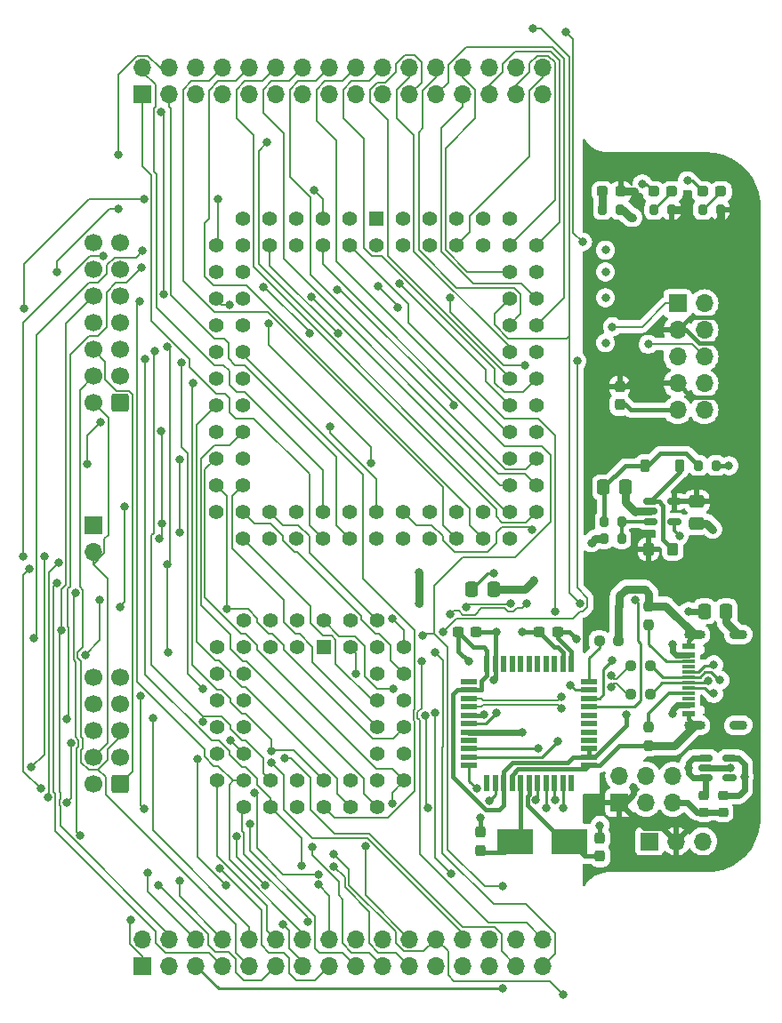
<source format=gbr>
%TF.GenerationSoftware,KiCad,Pcbnew,7.0.9*%
%TF.CreationDate,2024-04-25T21:51:32+01:00*%
%TF.ProjectId,ATF15xxProgBoard,41544631-3578-4785-9072-6f67426f6172,2*%
%TF.SameCoordinates,Original*%
%TF.FileFunction,Copper,L1,Top*%
%TF.FilePolarity,Positive*%
%FSLAX46Y46*%
G04 Gerber Fmt 4.6, Leading zero omitted, Abs format (unit mm)*
G04 Created by KiCad (PCBNEW 7.0.9) date 2024-04-25 21:51:32*
%MOMM*%
%LPD*%
G01*
G04 APERTURE LIST*
G04 Aperture macros list*
%AMRoundRect*
0 Rectangle with rounded corners*
0 $1 Rounding radius*
0 $2 $3 $4 $5 $6 $7 $8 $9 X,Y pos of 4 corners*
0 Add a 4 corners polygon primitive as box body*
4,1,4,$2,$3,$4,$5,$6,$7,$8,$9,$2,$3,0*
0 Add four circle primitives for the rounded corners*
1,1,$1+$1,$2,$3*
1,1,$1+$1,$4,$5*
1,1,$1+$1,$6,$7*
1,1,$1+$1,$8,$9*
0 Add four rect primitives between the rounded corners*
20,1,$1+$1,$2,$3,$4,$5,0*
20,1,$1+$1,$4,$5,$6,$7,0*
20,1,$1+$1,$6,$7,$8,$9,0*
20,1,$1+$1,$8,$9,$2,$3,0*%
G04 Aperture macros list end*
%TA.AperFunction,ComponentPad*%
%ADD10R,1.422400X1.422400*%
%TD*%
%TA.AperFunction,ComponentPad*%
%ADD11C,1.422400*%
%TD*%
%TA.AperFunction,SMDPad,CuDef*%
%ADD12RoundRect,0.150000X-0.512500X-0.150000X0.512500X-0.150000X0.512500X0.150000X-0.512500X0.150000X0*%
%TD*%
%TA.AperFunction,SMDPad,CuDef*%
%ADD13RoundRect,0.237500X0.237500X-0.300000X0.237500X0.300000X-0.237500X0.300000X-0.237500X-0.300000X0*%
%TD*%
%TA.AperFunction,SMDPad,CuDef*%
%ADD14RoundRect,0.225000X-0.225000X-0.375000X0.225000X-0.375000X0.225000X0.375000X-0.225000X0.375000X0*%
%TD*%
%TA.AperFunction,SMDPad,CuDef*%
%ADD15RoundRect,0.200000X0.200000X0.275000X-0.200000X0.275000X-0.200000X-0.275000X0.200000X-0.275000X0*%
%TD*%
%TA.AperFunction,SMDPad,CuDef*%
%ADD16RoundRect,0.237500X-0.237500X0.250000X-0.237500X-0.250000X0.237500X-0.250000X0.237500X0.250000X0*%
%TD*%
%TA.AperFunction,ComponentPad*%
%ADD17R,1.700000X1.700000*%
%TD*%
%TA.AperFunction,ComponentPad*%
%ADD18O,1.700000X1.700000*%
%TD*%
%TA.AperFunction,SMDPad,CuDef*%
%ADD19RoundRect,0.250000X-0.337500X-0.475000X0.337500X-0.475000X0.337500X0.475000X-0.337500X0.475000X0*%
%TD*%
%TA.AperFunction,ComponentPad*%
%ADD20RoundRect,0.250000X0.600000X0.600000X-0.600000X0.600000X-0.600000X-0.600000X0.600000X-0.600000X0*%
%TD*%
%TA.AperFunction,ComponentPad*%
%ADD21C,1.700000*%
%TD*%
%TA.AperFunction,SMDPad,CuDef*%
%ADD22RoundRect,0.237500X-0.287500X-0.237500X0.287500X-0.237500X0.287500X0.237500X-0.287500X0.237500X0*%
%TD*%
%TA.AperFunction,SMDPad,CuDef*%
%ADD23RoundRect,0.225000X-0.250000X0.225000X-0.250000X-0.225000X0.250000X-0.225000X0.250000X0.225000X0*%
%TD*%
%TA.AperFunction,SMDPad,CuDef*%
%ADD24RoundRect,0.200000X-0.200000X-0.275000X0.200000X-0.275000X0.200000X0.275000X-0.200000X0.275000X0*%
%TD*%
%TA.AperFunction,SMDPad,CuDef*%
%ADD25R,1.160000X0.600000*%
%TD*%
%TA.AperFunction,SMDPad,CuDef*%
%ADD26R,1.160000X0.300000*%
%TD*%
%TA.AperFunction,ComponentPad*%
%ADD27O,2.000000X0.900000*%
%TD*%
%TA.AperFunction,ComponentPad*%
%ADD28O,1.700000X0.900000*%
%TD*%
%TA.AperFunction,SMDPad,CuDef*%
%ADD29R,3.500000X2.400000*%
%TD*%
%TA.AperFunction,SMDPad,CuDef*%
%ADD30R,1.500000X0.550000*%
%TD*%
%TA.AperFunction,SMDPad,CuDef*%
%ADD31R,0.550000X1.500000*%
%TD*%
%TA.AperFunction,SMDPad,CuDef*%
%ADD32RoundRect,0.237500X-0.300000X-0.237500X0.300000X-0.237500X0.300000X0.237500X-0.300000X0.237500X0*%
%TD*%
%TA.AperFunction,SMDPad,CuDef*%
%ADD33RoundRect,0.237500X-0.250000X-0.237500X0.250000X-0.237500X0.250000X0.237500X-0.250000X0.237500X0*%
%TD*%
%TA.AperFunction,SMDPad,CuDef*%
%ADD34RoundRect,0.250000X-0.475000X0.337500X-0.475000X-0.337500X0.475000X-0.337500X0.475000X0.337500X0*%
%TD*%
%TA.AperFunction,SMDPad,CuDef*%
%ADD35RoundRect,0.237500X0.300000X0.237500X-0.300000X0.237500X-0.300000X-0.237500X0.300000X-0.237500X0*%
%TD*%
%TA.AperFunction,SMDPad,CuDef*%
%ADD36RoundRect,0.250000X-0.275000X-0.350000X0.275000X-0.350000X0.275000X0.350000X-0.275000X0.350000X0*%
%TD*%
%TA.AperFunction,SMDPad,CuDef*%
%ADD37RoundRect,0.237500X0.237500X-0.250000X0.237500X0.250000X-0.237500X0.250000X-0.237500X-0.250000X0*%
%TD*%
%TA.AperFunction,SMDPad,CuDef*%
%ADD38RoundRect,0.237500X0.250000X0.237500X-0.250000X0.237500X-0.250000X-0.237500X0.250000X-0.237500X0*%
%TD*%
%TA.AperFunction,ViaPad*%
%ADD39C,0.800000*%
%TD*%
%TA.AperFunction,Conductor*%
%ADD40C,0.200000*%
%TD*%
%TA.AperFunction,Conductor*%
%ADD41C,0.800000*%
%TD*%
%TA.AperFunction,Conductor*%
%ADD42C,0.600000*%
%TD*%
%TA.AperFunction,Conductor*%
%ADD43C,0.400000*%
%TD*%
%TA.AperFunction,Conductor*%
%ADD44C,0.250000*%
%TD*%
%TA.AperFunction,Conductor*%
%ADD45C,0.300000*%
%TD*%
G04 APERTURE END LIST*
D10*
%TO.P,U1,1,GCLR/I*%
%TO.N,GCLR{slash}I*%
X133710000Y-108120000D03*
D11*
%TO.P,U1,2,GCL2/OE2/I*%
%TO.N,GCL2{slash}I*%
X131170000Y-105580000D03*
%TO.P,U1,3,VCC*%
%TO.N,VCC*%
X131170000Y-108120000D03*
%TO.P,U1,4,I/O*%
%TO.N,/IO1*%
X128630000Y-105580000D03*
%TO.P,U1,5,I/O*%
%TO.N,/IO2*%
X128630000Y-108120000D03*
%TO.P,U1,6,I/O*%
%TO.N,/IO3*%
X126090000Y-105580000D03*
%TO.P,U1,7,TDI/I/O*%
%TO.N,TDI*%
X123550000Y-108120000D03*
%TO.P,U1,8,I/O*%
%TO.N,/IO5*%
X126090000Y-108120000D03*
%TO.P,U1,9,I/O*%
%TO.N,/IO6*%
X123550000Y-110660000D03*
%TO.P,U1,10,GND*%
%TO.N,GND*%
X126090000Y-110660000D03*
%TO.P,U1,11,PD1/I/O*%
%TO.N,/IO7*%
X123550000Y-113200000D03*
%TO.P,U1,12,I/O*%
%TO.N,/IO8*%
X126090000Y-113200000D03*
%TO.P,U1,13,I/O/TMS*%
%TO.N,TMS*%
X123550000Y-115740000D03*
%TO.P,U1,14,I/O*%
%TO.N,/IO10*%
X126090000Y-115740000D03*
%TO.P,U1,15,VCC*%
%TO.N,VCC*%
X123550000Y-118280000D03*
%TO.P,U1,16,I/O*%
%TO.N,/IO11*%
X126090000Y-118280000D03*
%TO.P,U1,17,I/O*%
%TO.N,/IO12*%
X123550000Y-120820000D03*
%TO.P,U1,18,I/O*%
%TO.N,/IO13*%
X126090000Y-123360000D03*
%TO.P,U1,19,I/O*%
%TO.N,/IO14*%
X126090000Y-120820000D03*
%TO.P,U1,20,I/O*%
%TO.N,/IO15*%
X128630000Y-123360000D03*
%TO.P,U1,21,I/O*%
%TO.N,/IO16*%
X128630000Y-120820000D03*
%TO.P,U1,22,GND*%
%TO.N,GND*%
X131170000Y-123360000D03*
%TO.P,U1,23,VCC*%
%TO.N,VCC*%
X131170000Y-120820000D03*
%TO.P,U1,24,I/O*%
%TO.N,/IO17*%
X133710000Y-123360000D03*
%TO.P,U1,25,PD2/I/O*%
%TO.N,/IO18*%
X133710000Y-120820000D03*
%TO.P,U1,26,I/O*%
%TO.N,/IO19*%
X136250000Y-123360000D03*
%TO.P,U1,27,I/O*%
%TO.N,/IO20*%
X136250000Y-120820000D03*
%TO.P,U1,28,I/O*%
%TO.N,/IO21*%
X138790000Y-123360000D03*
%TO.P,U1,29,I/O*%
%TO.N,/IO22*%
X141330000Y-120820000D03*
%TO.P,U1,30,GND*%
%TO.N,GND*%
X138790000Y-120820000D03*
%TO.P,U1,31,I/O*%
%TO.N,/IO23*%
X141330000Y-118280000D03*
%TO.P,U1,32,I/O/TCK*%
%TO.N,TCK*%
X138790000Y-118280000D03*
%TO.P,U1,33,I/O*%
%TO.N,/IO25*%
X141330000Y-115740000D03*
%TO.P,U1,34,I/O*%
%TO.N,/IO26*%
X138790000Y-115740000D03*
%TO.P,U1,35,VCC*%
%TO.N,VCC*%
X141330000Y-113200000D03*
%TO.P,U1,36,I/O*%
%TO.N,/IO27*%
X138790000Y-113200000D03*
%TO.P,U1,37,I/O*%
%TO.N,/IO28*%
X141330000Y-110660000D03*
%TO.P,U1,38,I/O/TDO*%
%TO.N,TDO*%
X138790000Y-110660000D03*
%TO.P,U1,39,I/O*%
%TO.N,/IO30*%
X141330000Y-108120000D03*
%TO.P,U1,40,I/O*%
%TO.N,/IO31*%
X138790000Y-105580000D03*
%TO.P,U1,41,GCLK3/I/O*%
%TO.N,/IO32*%
X138790000Y-108120000D03*
%TO.P,U1,42,GND*%
%TO.N,GND*%
X136250000Y-105580000D03*
%TO.P,U1,43,GCLK1/I*%
%TO.N,GCLK1{slash}I*%
X136250000Y-108120000D03*
%TO.P,U1,44,OE1/I*%
%TO.N,OE1{slash}I*%
X133710000Y-105580000D03*
%TD*%
D12*
%TO.P,U5,1,VIN*%
%TO.N,VBUS*%
X170064000Y-118668800D03*
%TO.P,U5,2,GND*%
%TO.N,GND*%
X170064000Y-119618800D03*
%TO.P,U5,3,EN*%
%TO.N,VBUS*%
X170064000Y-120568800D03*
%TO.P,U5,4,NC*%
%TO.N,unconnected-(U5-NC-Pad4)*%
X172339000Y-120568800D03*
%TO.P,U5,5,VOUT*%
%TO.N,+3V3*%
X172339000Y-118668800D03*
%TD*%
D10*
%TO.P,U2,1,GCLR/I*%
%TO.N,GCLR{slash}I*%
X138690000Y-67260000D03*
D11*
%TO.P,U2,2,GCLK2/OE2/I*%
%TO.N,GCL2{slash}I*%
X138690000Y-69800000D03*
%TO.P,U2,3,I/O*%
%TO.N,/IO1*%
X136150000Y-67260000D03*
%TO.P,U2,4,I/O*%
%TO.N,/IO2*%
X136150000Y-69800000D03*
%TO.P,U2,5,I/O*%
%TO.N,/IO3*%
X133610000Y-67260000D03*
%TO.P,U2,6,I/O*%
%TO.N,/IO5*%
X133610000Y-69800000D03*
%TO.P,U2,7,GND*%
%TO.N,GND*%
X131070000Y-67260000D03*
%TO.P,U2,8,I/O*%
%TO.N,/IO6*%
X131070000Y-69800000D03*
%TO.P,U2,9,I/O*%
%TO.N,/IO7*%
X128530000Y-67260000D03*
%TO.P,U2,10,I/O*%
%TO.N,/IO8*%
X128530000Y-69800000D03*
%TO.P,U2,11,I/O*%
%TO.N,/IO10*%
X125990000Y-67260000D03*
%TO.P,U2,12,I/O*%
%TO.N,/IO11*%
X123450000Y-69800000D03*
%TO.P,U2,13,VCCIO*%
%TO.N,VCC*%
X125990000Y-69800000D03*
%TO.P,U2,14,TDI/I/O*%
%TO.N,TDI*%
X123450000Y-72340000D03*
%TO.P,U2,15,I/O*%
%TO.N,/IO12*%
X125990000Y-72340000D03*
%TO.P,U2,16,I/O*%
%TO.N,/IO13*%
X123450000Y-74880000D03*
%TO.P,U2,17,I/O*%
%TO.N,/IO14*%
X125990000Y-74880000D03*
%TO.P,U2,18,I/O*%
%TO.N,/IO15*%
X123450000Y-77420000D03*
%TO.P,U2,19,GND*%
%TO.N,GND*%
X125990000Y-77420000D03*
%TO.P,U2,20,PD1/I/O*%
%TO.N,/IO16*%
X123450000Y-79960000D03*
%TO.P,U2,21,I/O*%
%TO.N,/IO17*%
X125990000Y-79960000D03*
%TO.P,U2,22,I/O*%
%TO.N,/IO18*%
X123450000Y-82500000D03*
%TO.P,U2,23,TMS/I/O*%
%TO.N,TMS*%
X125990000Y-82500000D03*
%TO.P,U2,24,I/O*%
%TO.N,/IO19*%
X123450000Y-85040000D03*
%TO.P,U2,25,I/O*%
%TO.N,/IO20*%
X125990000Y-85040000D03*
%TO.P,U2,26,VCCIO*%
%TO.N,VCC*%
X123450000Y-87580000D03*
%TO.P,U2,27,I/O*%
%TO.N,/IO21*%
X125990000Y-87580000D03*
%TO.P,U2,28,I/O*%
%TO.N,/IO22*%
X123450000Y-90120000D03*
%TO.P,U2,29,I/O*%
%TO.N,/IO23*%
X125990000Y-90120000D03*
%TO.P,U2,30,I/O*%
%TO.N,/IO25*%
X123450000Y-92660000D03*
%TO.P,U2,31,I/O*%
%TO.N,/IO26*%
X125990000Y-92660000D03*
%TO.P,U2,32,GND*%
%TO.N,GND*%
X123450000Y-95200000D03*
%TO.P,U2,33,I/O*%
%TO.N,/IO27*%
X125990000Y-97740000D03*
%TO.P,U2,34,I/O*%
%TO.N,/IO28*%
X125990000Y-95200000D03*
%TO.P,U2,35,I/O*%
%TO.N,/IO30*%
X128530000Y-97740000D03*
%TO.P,U2,36,I/O*%
%TO.N,/IO31*%
X128530000Y-95200000D03*
%TO.P,U2,37,I/O*%
%TO.N,/IO32*%
X131070000Y-97740000D03*
%TO.P,U2,38,VCCIO*%
%TO.N,VCC*%
X131070000Y-95200000D03*
%TO.P,U2,39,I/O*%
%TO.N,/IO33*%
X133610000Y-97740000D03*
%TO.P,U2,40,I/O*%
%TO.N,/IO34*%
X133610000Y-95200000D03*
%TO.P,U2,41,I/O*%
%TO.N,/IO35*%
X136150000Y-97740000D03*
%TO.P,U2,42,GND*%
%TO.N,GND*%
X136150000Y-95200000D03*
%TO.P,U2,43,VCCINT*%
%TO.N,VCC*%
X138690000Y-97740000D03*
%TO.P,U2,44,I/O*%
%TO.N,/IO36*%
X138690000Y-95200000D03*
%TO.P,U2,45,I/O*%
%TO.N,/IO37*%
X141230000Y-97740000D03*
%TO.P,U2,46,I/O/PD2*%
%TO.N,/IO38*%
X141230000Y-95200000D03*
%TO.P,U2,47,GND*%
%TO.N,GND*%
X143770000Y-97740000D03*
%TO.P,U2,48,I/O*%
%TO.N,/IO39*%
X143770000Y-95200000D03*
%TO.P,U2,49,I/O*%
%TO.N,/IO40*%
X146310000Y-97740000D03*
%TO.P,U2,50,I/O*%
%TO.N,/IO41*%
X146310000Y-95200000D03*
%TO.P,U2,51,I/O*%
%TO.N,/IO42*%
X148850000Y-97740000D03*
%TO.P,U2,52,I/O*%
%TO.N,/IO43*%
X148850000Y-95200000D03*
%TO.P,U2,53,VCCIO*%
%TO.N,VCC*%
X151390000Y-97740000D03*
%TO.P,U2,54,I/O*%
%TO.N,/IO44*%
X153930000Y-95200000D03*
%TO.P,U2,55,I/O*%
%TO.N,/IO45*%
X151390000Y-95200000D03*
%TO.P,U2,56,I/O*%
%TO.N,/IO46*%
X153930000Y-92660000D03*
%TO.P,U2,57,I/O*%
%TO.N,/IO47*%
X151390000Y-92660000D03*
%TO.P,U2,58,I/O*%
%TO.N,/IO48*%
X153930000Y-90120000D03*
%TO.P,U2,59,GND*%
%TO.N,GND*%
X151390000Y-90120000D03*
%TO.P,U2,60,I/O*%
%TO.N,/IO49*%
X153930000Y-87580000D03*
%TO.P,U2,61,I/O*%
%TO.N,/IO50*%
X151390000Y-87580000D03*
%TO.P,U2,62,TCK/I/O*%
%TO.N,TCK*%
X153930000Y-85040000D03*
%TO.P,U2,63,I/O*%
%TO.N,/IO52*%
X151390000Y-85040000D03*
%TO.P,U2,64,I/O*%
%TO.N,/IO53*%
X153930000Y-82500000D03*
%TO.P,U2,65,I/O*%
%TO.N,/IO54*%
X151390000Y-82500000D03*
%TO.P,U2,66,VCCIO*%
%TO.N,VCC*%
X153930000Y-79960000D03*
%TO.P,U2,67,I/O*%
%TO.N,/IO55*%
X151390000Y-79960000D03*
%TO.P,U2,68,I/O*%
%TO.N,/IO56*%
X153930000Y-77420000D03*
%TO.P,U2,69,I/O*%
%TO.N,/IO57*%
X151390000Y-77420000D03*
%TO.P,U2,70,I/O*%
%TO.N,/IO58*%
X153930000Y-74880000D03*
%TO.P,U2,71,TDO/I/O*%
%TO.N,TDO*%
X151390000Y-74880000D03*
%TO.P,U2,72,GND*%
%TO.N,GND*%
X153930000Y-72340000D03*
%TO.P,U2,73,I/O*%
%TO.N,/IO60*%
X151390000Y-72340000D03*
%TO.P,U2,74,I/O*%
%TO.N,/IO61*%
X153930000Y-69800000D03*
%TO.P,U2,75,I/O*%
%TO.N,/IO62*%
X151390000Y-67260000D03*
%TO.P,U2,76,I/O*%
%TO.N,/IO63*%
X151390000Y-69800000D03*
%TO.P,U2,77,I/O*%
%TO.N,/IO64*%
X148850000Y-67260000D03*
%TO.P,U2,78,VCCIO*%
%TO.N,VCC*%
X148850000Y-69800000D03*
%TO.P,U2,79,I/O*%
%TO.N,/IO65*%
X146310000Y-67260000D03*
%TO.P,U2,80,I/O*%
%TO.N,/IO66*%
X146310000Y-69800000D03*
%TO.P,U2,81,GCLK3/I/O*%
%TO.N,GCLK3{slash}IO*%
X143770000Y-67260000D03*
%TO.P,U2,82,GND*%
%TO.N,GND*%
X143770000Y-69800000D03*
%TO.P,U2,83,GCLK1/I*%
%TO.N,GCLK1{slash}I*%
X141230000Y-67260000D03*
%TO.P,U2,84,OE1/I*%
%TO.N,OE1{slash}I*%
X141230000Y-69800000D03*
%TD*%
D13*
%TO.P,C3,1*%
%TO.N,GND*%
X161874200Y-85011600D03*
%TO.P,C3,2*%
%TO.N,VCC*%
X161874200Y-83286600D03*
%TD*%
D14*
%TO.P,D1,1,K*%
%TO.N,Net-(D1-K)*%
X164262900Y-90805000D03*
%TO.P,D1,2,A*%
%TO.N,Net-(D1-A)*%
X167562900Y-90805000D03*
%TD*%
D15*
%TO.P,R3,1*%
%TO.N,VCC*%
X166771032Y-66421000D03*
%TO.P,R3,2*%
%TO.N,Net-(LED2-A)*%
X165121032Y-66421000D03*
%TD*%
D16*
%TO.P,R5,1*%
%TO.N,Net-(J9-CC1)*%
X164642800Y-115673500D03*
%TO.P,R5,2*%
%TO.N,GND*%
X164642800Y-117498500D03*
%TD*%
D17*
%TO.P,J6,1,Pin_1*%
%TO.N,/IO1*%
X116450000Y-138450000D03*
D18*
%TO.P,J6,2,Pin_2*%
%TO.N,/IO2*%
X116450000Y-135910000D03*
%TO.P,J6,3,Pin_3*%
%TO.N,/IO3*%
X118990000Y-138450000D03*
%TO.P,J6,4,Pin_4*%
%TO.N,TDI*%
X118990000Y-135910000D03*
%TO.P,J6,5,Pin_5*%
%TO.N,/IO5*%
X121530000Y-138450000D03*
%TO.P,J6,6,Pin_6*%
%TO.N,/IO6*%
X121530000Y-135910000D03*
%TO.P,J6,7,Pin_7*%
%TO.N,/IO7*%
X124070000Y-138450000D03*
%TO.P,J6,8,Pin_8*%
%TO.N,/IO8*%
X124070000Y-135910000D03*
%TO.P,J6,9,Pin_9*%
%TO.N,TMS*%
X126610000Y-138450000D03*
%TO.P,J6,10,Pin_10*%
%TO.N,/IO10*%
X126610000Y-135910000D03*
%TO.P,J6,11,Pin_11*%
%TO.N,/IO11*%
X129150000Y-138450000D03*
%TO.P,J6,12,Pin_12*%
%TO.N,/IO12*%
X129150000Y-135910000D03*
%TO.P,J6,13,Pin_13*%
%TO.N,/IO13*%
X131690000Y-138450000D03*
%TO.P,J6,14,Pin_14*%
%TO.N,/IO14*%
X131690000Y-135910000D03*
%TO.P,J6,15,Pin_15*%
%TO.N,/IO15*%
X134230000Y-138450000D03*
%TO.P,J6,16,Pin_16*%
%TO.N,/IO16*%
X134230000Y-135910000D03*
%TO.P,J6,17,Pin_17*%
%TO.N,/IO17*%
X136770000Y-138450000D03*
%TO.P,J6,18,Pin_18*%
%TO.N,/IO18*%
X136770000Y-135910000D03*
%TO.P,J6,19,Pin_19*%
%TO.N,/IO19*%
X139310000Y-138450000D03*
%TO.P,J6,20,Pin_20*%
%TO.N,/IO20*%
X139310000Y-135910000D03*
%TO.P,J6,21,Pin_21*%
%TO.N,/IO21*%
X141850000Y-138450000D03*
%TO.P,J6,22,Pin_22*%
%TO.N,/IO22*%
X141850000Y-135910000D03*
%TO.P,J6,23,Pin_23*%
%TO.N,/IO23*%
X144390000Y-138450000D03*
%TO.P,J6,24,Pin_24*%
%TO.N,TCK*%
X144390000Y-135910000D03*
%TO.P,J6,25,Pin_25*%
%TO.N,/IO25*%
X146930000Y-138450000D03*
%TO.P,J6,26,Pin_26*%
%TO.N,/IO26*%
X146930000Y-135910000D03*
%TO.P,J6,27,Pin_27*%
%TO.N,/IO27*%
X149470000Y-138450000D03*
%TO.P,J6,28,Pin_28*%
%TO.N,/IO28*%
X149470000Y-135910000D03*
%TO.P,J6,29,Pin_29*%
%TO.N,TDO*%
X152010000Y-138450000D03*
%TO.P,J6,30,Pin_30*%
%TO.N,/IO30*%
X152010000Y-135910000D03*
%TO.P,J6,31,Pin_31*%
%TO.N,/IO31*%
X154550000Y-138450000D03*
%TO.P,J6,32,Pin_32*%
%TO.N,/IO32*%
X154550000Y-135910000D03*
%TD*%
D19*
%TO.P,C2,1*%
%TO.N,Net-(D1-K)*%
X160328700Y-92862400D03*
%TO.P,C2,2*%
%TO.N,GND*%
X162403700Y-92862400D03*
%TD*%
D20*
%TO.P,J2,1,Pin_1*%
%TO.N,GND*%
X114300000Y-84840000D03*
D21*
%TO.P,J2,2,Pin_2*%
%TO.N,Net-(J1-Pin_4)*%
X111760000Y-84840000D03*
%TO.P,J2,3,Pin_3*%
%TO.N,GND*%
X114300000Y-82300000D03*
%TO.P,J2,4,Pin_4*%
%TO.N,TMS*%
X111760000Y-82300000D03*
%TO.P,J2,5,Pin_5*%
%TO.N,GND*%
X114300000Y-79760000D03*
%TO.P,J2,6,Pin_6*%
%TO.N,TCK*%
X111760000Y-79760000D03*
%TO.P,J2,7,Pin_7*%
%TO.N,GND*%
X114300000Y-77220000D03*
%TO.P,J2,8,Pin_8*%
%TO.N,TDO*%
X111760000Y-77220000D03*
%TO.P,J2,9,Pin_9*%
%TO.N,GND*%
X114300000Y-74680000D03*
%TO.P,J2,10,Pin_10*%
%TO.N,TDI*%
X111760000Y-74680000D03*
%TO.P,J2,11,Pin_11*%
%TO.N,GND*%
X114300000Y-72140000D03*
%TO.P,J2,12,Pin_12*%
%TO.N,unconnected-(J2-Pin_12-Pad12)*%
X111760000Y-72140000D03*
%TO.P,J2,13,Pin_13*%
%TO.N,GND*%
X114300000Y-69600000D03*
%TO.P,J2,14,Pin_14*%
%TO.N,unconnected-(J2-Pin_14-Pad14)*%
X111760000Y-69600000D03*
%TD*%
D22*
%TO.P,LED1,1,K*%
%TO.N,Net-(LED1-K)*%
X160208900Y-64693800D03*
%TO.P,LED1,2,A*%
%TO.N,VCC*%
X161958900Y-64693800D03*
%TD*%
D17*
%TO.P,J7,1,Pin_1*%
%TO.N,/IO33*%
X116450000Y-55470000D03*
D18*
%TO.P,J7,2,Pin_2*%
%TO.N,/IO34*%
X116450000Y-52930000D03*
%TO.P,J7,3,Pin_3*%
%TO.N,/IO35*%
X118990000Y-55470000D03*
%TO.P,J7,4,Pin_4*%
%TO.N,/IO36*%
X118990000Y-52930000D03*
%TO.P,J7,5,Pin_5*%
%TO.N,/IO37*%
X121530000Y-55470000D03*
%TO.P,J7,6,Pin_6*%
%TO.N,/IO38*%
X121530000Y-52930000D03*
%TO.P,J7,7,Pin_7*%
%TO.N,/IO39*%
X124070000Y-55470000D03*
%TO.P,J7,8,Pin_8*%
%TO.N,/IO40*%
X124070000Y-52930000D03*
%TO.P,J7,9,Pin_9*%
%TO.N,/IO41*%
X126610000Y-55470000D03*
%TO.P,J7,10,Pin_10*%
%TO.N,/IO42*%
X126610000Y-52930000D03*
%TO.P,J7,11,Pin_11*%
%TO.N,/IO43*%
X129150000Y-55470000D03*
%TO.P,J7,12,Pin_12*%
%TO.N,/IO44*%
X129150000Y-52930000D03*
%TO.P,J7,13,Pin_13*%
%TO.N,/IO45*%
X131690000Y-55470000D03*
%TO.P,J7,14,Pin_14*%
%TO.N,/IO46*%
X131690000Y-52930000D03*
%TO.P,J7,15,Pin_15*%
%TO.N,/IO47*%
X134230000Y-55470000D03*
%TO.P,J7,16,Pin_16*%
%TO.N,/IO48*%
X134230000Y-52930000D03*
%TO.P,J7,17,Pin_17*%
%TO.N,/IO49*%
X136770000Y-55470000D03*
%TO.P,J7,18,Pin_18*%
%TO.N,/IO50*%
X136770000Y-52930000D03*
%TO.P,J7,19,Pin_19*%
%TO.N,/IO52*%
X139310000Y-55470000D03*
%TO.P,J7,20,Pin_20*%
%TO.N,/IO53*%
X139310000Y-52930000D03*
%TO.P,J7,21,Pin_21*%
%TO.N,/IO54*%
X141850000Y-55470000D03*
%TO.P,J7,22,Pin_22*%
%TO.N,/IO55*%
X141850000Y-52930000D03*
%TO.P,J7,23,Pin_23*%
%TO.N,/IO56*%
X144390000Y-55470000D03*
%TO.P,J7,24,Pin_24*%
%TO.N,/IO57*%
X144390000Y-52930000D03*
%TO.P,J7,25,Pin_25*%
%TO.N,/IO58*%
X146930000Y-55470000D03*
%TO.P,J7,26,Pin_26*%
%TO.N,/IO60*%
X146930000Y-52930000D03*
%TO.P,J7,27,Pin_27*%
%TO.N,/IO61*%
X149470000Y-55470000D03*
%TO.P,J7,28,Pin_28*%
%TO.N,/IO62*%
X149470000Y-52930000D03*
%TO.P,J7,29,Pin_29*%
%TO.N,/IO63*%
X152010000Y-55470000D03*
%TO.P,J7,30,Pin_30*%
%TO.N,/IO64*%
X152010000Y-52930000D03*
%TO.P,J7,31,Pin_31*%
%TO.N,/IO65*%
X154550000Y-55470000D03*
%TO.P,J7,32,Pin_32*%
%TO.N,/IO66*%
X154550000Y-52930000D03*
%TD*%
D17*
%TO.P,J10,1,Pin_1*%
%TO.N,VCC*%
X161848800Y-122910600D03*
D18*
%TO.P,J10,2,Pin_2*%
%TO.N,/PDO*%
X161848800Y-120370600D03*
%TO.P,J10,3,Pin_3*%
%TO.N,/PDI*%
X164388800Y-122910600D03*
%TO.P,J10,4,Pin_4*%
%TO.N,/SCLK*%
X164388800Y-120370600D03*
%TO.P,J10,5,Pin_5*%
%TO.N,GND*%
X166928800Y-122910600D03*
%TO.P,J10,6,Pin_6*%
%TO.N,/~{RESET}*%
X166928800Y-120370600D03*
%TD*%
D17*
%TO.P,JP2,1,A*%
%TO.N,+3V3*%
X164708600Y-126593600D03*
D18*
%TO.P,JP2,2,C*%
%TO.N,VCC*%
X167248600Y-126593600D03*
%TO.P,JP2,3,B*%
%TO.N,VBUS*%
X169788600Y-126593600D03*
%TD*%
D23*
%TO.P,C10,1*%
%TO.N,VBUS*%
X169879800Y-122262600D03*
%TO.P,C10,2*%
%TO.N,GND*%
X169879800Y-123812600D03*
%TD*%
D24*
%TO.P,R10,1*%
%TO.N,Net-(D1-K)*%
X160388800Y-96139000D03*
%TO.P,R10,2*%
%TO.N,Net-(U4-FB)*%
X162038800Y-96139000D03*
%TD*%
D23*
%TO.P,C11,1*%
%TO.N,+3V3*%
X171704000Y-122262600D03*
%TO.P,C11,2*%
%TO.N,GND*%
X171704000Y-123812600D03*
%TD*%
D24*
%TO.P,R1,1*%
%TO.N,Net-(LED1-K)*%
X160236400Y-66421000D03*
%TO.P,R1,2*%
%TO.N,GND*%
X161886400Y-66421000D03*
%TD*%
D25*
%TO.P,J9,A1,GND*%
%TO.N,GND*%
X168401800Y-114428600D03*
%TO.P,J9,A4,VBUS*%
%TO.N,VBUS*%
X168401800Y-113628600D03*
D26*
%TO.P,J9,A5,CC1*%
%TO.N,Net-(J9-CC1)*%
X168401800Y-112478600D03*
%TO.P,J9,A6,D+*%
%TO.N,Net-(J9-D+-PadA6)*%
X168401800Y-111478600D03*
%TO.P,J9,A7,D-*%
%TO.N,Net-(J9-D--PadA7)*%
X168401800Y-110978600D03*
%TO.P,J9,A8,SBU1*%
%TO.N,unconnected-(J9-SBU1-PadA8)*%
X168401800Y-109978600D03*
D25*
%TO.P,J9,A9,VBUS*%
%TO.N,VBUS*%
X168401800Y-108828600D03*
%TO.P,J9,A12,GND*%
%TO.N,GND*%
X168401800Y-108028600D03*
%TO.P,J9,B1,GND*%
X168401800Y-108028600D03*
%TO.P,J9,B4,VBUS*%
%TO.N,VBUS*%
X168401800Y-108828600D03*
D26*
%TO.P,J9,B5,CC2*%
%TO.N,Net-(J9-CC2)*%
X168401800Y-109478600D03*
%TO.P,J9,B6,D+*%
%TO.N,Net-(J9-D+-PadA6)*%
X168401800Y-110478600D03*
%TO.P,J9,B7,D-*%
%TO.N,Net-(J9-D--PadA7)*%
X168401800Y-111978600D03*
%TO.P,J9,B8,SBU2*%
%TO.N,unconnected-(J9-SBU2-PadB8)*%
X168401800Y-112978600D03*
D25*
%TO.P,J9,B9,VBUS*%
%TO.N,VBUS*%
X168401800Y-113628600D03*
%TO.P,J9,B12,GND*%
%TO.N,GND*%
X168401800Y-114428600D03*
D27*
%TO.P,J9,S1,SHIELD*%
X168981800Y-115548600D03*
D28*
X173151800Y-115548600D03*
D27*
X168981800Y-106908600D03*
D28*
X173151800Y-106908600D03*
%TD*%
D29*
%TO.P,Y1,1,1*%
%TO.N,/32_XTAL1*%
X157095500Y-126619000D03*
%TO.P,Y1,2,2*%
%TO.N,Net-(U3-XTAL2)*%
X151895500Y-126619000D03*
%TD*%
D30*
%TO.P,U3,1,PE6*%
%TO.N,unconnected-(U3-PE6-Pad1)*%
X147538200Y-111379400D03*
%TO.P,U3,2,UVCC*%
%TO.N,VCC*%
X147538200Y-112179400D03*
%TO.P,U3,3,D-*%
%TO.N,/USBD-*%
X147538200Y-112979400D03*
%TO.P,U3,4,D+*%
%TO.N,/USBD+*%
X147538200Y-113779400D03*
%TO.P,U3,5,UGND*%
%TO.N,GND*%
X147538200Y-114579400D03*
%TO.P,U3,6,UCAP*%
%TO.N,Net-(U3-UCAP)*%
X147538200Y-115379400D03*
%TO.P,U3,7,VBUS*%
%TO.N,VBUS*%
X147538200Y-116179400D03*
%TO.P,U3,8,PB0*%
%TO.N,unconnected-(U3-PB0-Pad8)*%
X147538200Y-116979400D03*
%TO.P,U3,9,PB1*%
%TO.N,/SCLK*%
X147538200Y-117779400D03*
%TO.P,U3,10,PB2*%
%TO.N,/PDI*%
X147538200Y-118579400D03*
%TO.P,U3,11,PB3*%
%TO.N,/PDO*%
X147538200Y-119379400D03*
D31*
%TO.P,U3,12,PB7*%
%TO.N,unconnected-(U3-PB7-Pad12)*%
X149238200Y-121079400D03*
%TO.P,U3,13,~{RESET}*%
%TO.N,/~{RESET}*%
X150038200Y-121079400D03*
%TO.P,U3,14,VCC*%
%TO.N,VCC*%
X150838200Y-121079400D03*
%TO.P,U3,15,GND*%
%TO.N,GND*%
X151638200Y-121079400D03*
%TO.P,U3,16,XTAL2*%
%TO.N,Net-(U3-XTAL2)*%
X152438200Y-121079400D03*
%TO.P,U3,17,XTAL1*%
%TO.N,/32_XTAL1*%
X153238200Y-121079400D03*
%TO.P,U3,18,PD0*%
%TO.N,TMS*%
X154038200Y-121079400D03*
%TO.P,U3,19,PD1*%
%TO.N,TDI*%
X154838200Y-121079400D03*
%TO.P,U3,20,PD2*%
%TO.N,TDO*%
X155638200Y-121079400D03*
%TO.P,U3,21,PD3*%
%TO.N,TCK*%
X156438200Y-121079400D03*
%TO.P,U3,22,PD5*%
%TO.N,unconnected-(U3-PD5-Pad22)*%
X157238200Y-121079400D03*
D30*
%TO.P,U3,23,GND*%
%TO.N,GND*%
X158938200Y-119379400D03*
%TO.P,U3,24,AVCC*%
%TO.N,VCC*%
X158938200Y-118579400D03*
%TO.P,U3,25,PD4*%
X158938200Y-117779400D03*
%TO.P,U3,26,PD6*%
%TO.N,unconnected-(U3-PD6-Pad26)*%
X158938200Y-116979400D03*
%TO.P,U3,27,PD7*%
%TO.N,unconnected-(U3-PD7-Pad27)*%
X158938200Y-116179400D03*
%TO.P,U3,28,PB4*%
%TO.N,unconnected-(U3-PB4-Pad28)*%
X158938200Y-115379400D03*
%TO.P,U3,29,PB5*%
%TO.N,unconnected-(U3-PB5-Pad29)*%
X158938200Y-114579400D03*
%TO.P,U3,30,PB6*%
%TO.N,/VPP_EN*%
X158938200Y-113779400D03*
%TO.P,U3,31,PC6*%
%TO.N,/~{ACT}*%
X158938200Y-112979400D03*
%TO.P,U3,32,PC7*%
%TO.N,/~{RDY}*%
X158938200Y-112179400D03*
%TO.P,U3,33,~{HWB}/PE2*%
%TO.N,Net-(U3-~{HWB}{slash}PE2)*%
X158938200Y-111379400D03*
D31*
%TO.P,U3,34,VCC*%
%TO.N,VCC*%
X157238200Y-109679400D03*
%TO.P,U3,35,GND*%
%TO.N,GND*%
X156438200Y-109679400D03*
%TO.P,U3,36,PF7*%
%TO.N,unconnected-(U3-PF7-Pad36)*%
X155638200Y-109679400D03*
%TO.P,U3,37,PF6*%
%TO.N,unconnected-(U3-PF6-Pad37)*%
X154838200Y-109679400D03*
%TO.P,U3,38,PF5*%
%TO.N,unconnected-(U3-PF5-Pad38)*%
X154038200Y-109679400D03*
%TO.P,U3,39,PF4*%
%TO.N,unconnected-(U3-PF4-Pad39)*%
X153238200Y-109679400D03*
%TO.P,U3,40,PF1*%
%TO.N,unconnected-(U3-PF1-Pad40)*%
X152438200Y-109679400D03*
%TO.P,U3,41,PF0*%
%TO.N,unconnected-(U3-PF0-Pad41)*%
X151638200Y-109679400D03*
%TO.P,U3,42,AREF*%
%TO.N,unconnected-(U3-AREF-Pad42)*%
X150838200Y-109679400D03*
%TO.P,U3,43,GND*%
%TO.N,GND*%
X150038200Y-109679400D03*
%TO.P,U3,44,AVCC*%
%TO.N,VCC*%
X149238200Y-109679400D03*
%TD*%
D32*
%TO.P,C4,1*%
%TO.N,VCC*%
X146497500Y-106680000D03*
%TO.P,C4,2*%
%TO.N,GND*%
X148222500Y-106680000D03*
%TD*%
D17*
%TO.P,J8,1,Pin_1*%
%TO.N,GCLR{slash}I*%
X167370000Y-75360000D03*
D18*
%TO.P,J8,2,Pin_2*%
%TO.N,GCLK1{slash}I*%
X169910000Y-75360000D03*
%TO.P,J8,3,Pin_3*%
%TO.N,VCC*%
X167370000Y-77900000D03*
%TO.P,J8,4,Pin_4*%
%TO.N,GND*%
X169910000Y-77900000D03*
%TO.P,J8,5,Pin_5*%
%TO.N,OE1{slash}I*%
X167370000Y-80440000D03*
%TO.P,J8,6,Pin_6*%
%TO.N,GCL2{slash}I*%
X169910000Y-80440000D03*
%TO.P,J8,7,Pin_7*%
%TO.N,VCC*%
X167370000Y-82980000D03*
%TO.P,J8,8,Pin_8*%
%TO.N,GND*%
X169910000Y-82980000D03*
%TO.P,J8,9,Pin_9*%
X167370000Y-85520000D03*
%TO.P,J8,10,Pin_10*%
%TO.N,GCLK3{slash}IO*%
X169910000Y-85520000D03*
%TD*%
D19*
%TO.P,C9,1*%
%TO.N,Net-(U3-UCAP)*%
X147781100Y-102590600D03*
%TO.P,C9,2*%
%TO.N,GND*%
X149856100Y-102590600D03*
%TD*%
D33*
%TO.P,R7,1*%
%TO.N,/USBD+*%
X162917500Y-112572800D03*
%TO.P,R7,2*%
%TO.N,Net-(J9-D+-PadA6)*%
X164742500Y-112572800D03*
%TD*%
%TO.P,R6,1*%
%TO.N,/USBD-*%
X162917500Y-109876800D03*
%TO.P,R6,2*%
%TO.N,Net-(J9-D--PadA7)*%
X164742500Y-109876800D03*
%TD*%
D15*
%TO.P,R11,1*%
%TO.N,Net-(U4-FB)*%
X162038800Y-97764600D03*
%TO.P,R11,2*%
%TO.N,GND*%
X160388800Y-97764600D03*
%TD*%
D13*
%TO.P,C8,1*%
%TO.N,Net-(U3-XTAL2)*%
X148640800Y-127460000D03*
%TO.P,C8,2*%
%TO.N,GND*%
X148640800Y-125735000D03*
%TD*%
D34*
%TO.P,C1,1*%
%TO.N,VCC*%
X169189400Y-94234000D03*
%TO.P,C1,2*%
%TO.N,GND*%
X169189400Y-96309000D03*
%TD*%
D35*
%TO.P,C5,1*%
%TO.N,VCC*%
X155940300Y-106680000D03*
%TO.P,C5,2*%
%TO.N,GND*%
X154215300Y-106680000D03*
%TD*%
D17*
%TO.P,JP1,1,A*%
%TO.N,unconnected-(JP1-A-Pad1)*%
X111760000Y-96520000D03*
D18*
%TO.P,JP1,2,B*%
%TO.N,Net-(J1-Pin_4)*%
X111760000Y-99060000D03*
%TD*%
D36*
%TO.P,L1,1,1*%
%TO.N,VCC*%
X164610400Y-98780600D03*
%TO.P,L1,2,2*%
%TO.N,Net-(D1-A)*%
X166910400Y-98780600D03*
%TD*%
D15*
%TO.P,R9,1*%
%TO.N,VCC*%
X171425950Y-66421000D03*
%TO.P,R9,2*%
%TO.N,Net-(LED3-A)*%
X169775950Y-66421000D03*
%TD*%
D22*
%TO.P,LED2,1,K*%
%TO.N,/~{RDY}*%
X165093532Y-64693800D03*
%TO.P,LED2,2,A*%
%TO.N,Net-(LED2-A)*%
X166843532Y-64693800D03*
%TD*%
D12*
%TO.P,U4,1,SW*%
%TO.N,Net-(D1-A)*%
X164752900Y-94230600D03*
%TO.P,U4,2,GND*%
%TO.N,GND*%
X164752900Y-95180600D03*
%TO.P,U4,3,FB*%
%TO.N,Net-(U4-FB)*%
X164752900Y-96130600D03*
%TO.P,U4,4,EN*%
%TO.N,/VPP_EN*%
X167027900Y-96130600D03*
%TO.P,U4,5,IN*%
%TO.N,VCC*%
X167027900Y-94230600D03*
%TD*%
D37*
%TO.P,R4,1*%
%TO.N,Net-(J9-CC2)*%
X164642800Y-105992300D03*
%TO.P,R4,2*%
%TO.N,GND*%
X164642800Y-104167300D03*
%TD*%
D13*
%TO.P,C7,1*%
%TO.N,/32_XTAL1*%
X159989400Y-128016000D03*
%TO.P,C7,2*%
%TO.N,GND*%
X159989400Y-126291000D03*
%TD*%
D15*
%TO.P,R12,1*%
%TO.N,OE1{slash}I*%
X171018200Y-90805000D03*
%TO.P,R12,2*%
%TO.N,Net-(D1-K)*%
X169368200Y-90805000D03*
%TD*%
D20*
%TO.P,J1,1,Pin_1*%
%TO.N,TCK*%
X114300000Y-121120000D03*
D21*
%TO.P,J1,2,Pin_2*%
%TO.N,GND*%
X111760000Y-121120000D03*
%TO.P,J1,3,Pin_3*%
%TO.N,TDO*%
X114300000Y-118580000D03*
%TO.P,J1,4,Pin_4*%
%TO.N,Net-(J1-Pin_4)*%
X111760000Y-118580000D03*
%TO.P,J1,5,Pin_5*%
%TO.N,TMS*%
X114300000Y-116040000D03*
%TO.P,J1,6,Pin_6*%
%TO.N,unconnected-(J1-Pin_6-Pad6)*%
X111760000Y-116040000D03*
%TO.P,J1,7,Pin_7*%
%TO.N,unconnected-(J1-Pin_7-Pad7)*%
X114300000Y-113500000D03*
%TO.P,J1,8,Pin_8*%
%TO.N,unconnected-(J1-Pin_8-Pad8)*%
X111760000Y-113500000D03*
%TO.P,J1,9,Pin_9*%
%TO.N,TDI*%
X114300000Y-110960000D03*
%TO.P,J1,10,Pin_10*%
%TO.N,GND*%
X111760000Y-110960000D03*
%TD*%
D19*
%TO.P,C6,1*%
%TO.N,VBUS*%
X169929900Y-104698800D03*
%TO.P,C6,2*%
%TO.N,GND*%
X172004900Y-104698800D03*
%TD*%
D38*
%TO.P,R8,1*%
%TO.N,GND*%
X161745300Y-107492800D03*
%TO.P,R8,2*%
%TO.N,Net-(U3-~{HWB}{slash}PE2)*%
X159920300Y-107492800D03*
%TD*%
D22*
%TO.P,LED3,1,K*%
%TO.N,/~{ACT}*%
X169748450Y-64693800D03*
%TO.P,LED3,2,A*%
%TO.N,Net-(LED3-A)*%
X171498450Y-64693800D03*
%TD*%
D39*
%TO.N,GCL2{slash}I*%
X128426237Y-77263613D03*
%TO.N,VCC*%
X167888632Y-66446400D03*
X170815000Y-93878400D03*
X171323418Y-67571700D03*
X162461985Y-114504400D03*
X160070800Y-103911400D03*
X168783000Y-124993400D03*
X147472400Y-109474000D03*
X157759400Y-107340400D03*
X160070800Y-100939600D03*
X142748000Y-103911400D03*
X164617400Y-100279200D03*
X171323418Y-69748400D03*
X163169600Y-121462800D03*
X163271200Y-64719200D03*
X142748000Y-100939600D03*
%TO.N,GND*%
X160502600Y-74828400D03*
X153664863Y-101739800D03*
X160502600Y-79121000D03*
X150088600Y-106680000D03*
X148623495Y-124346800D03*
X160502600Y-70281800D03*
X159156400Y-98171000D03*
X161823400Y-104165400D03*
X149897000Y-111258017D03*
X148920305Y-114564569D03*
X172364400Y-119583200D03*
X170713400Y-96875600D03*
X159987280Y-125071571D03*
X160502600Y-72364600D03*
X152577800Y-106680000D03*
X163296600Y-95199200D03*
X163110771Y-67168800D03*
%TO.N,TCK*%
X156438600Y-123418600D03*
X156502101Y-141185901D03*
X134645400Y-127812800D03*
%TO.N,TDO*%
X118205900Y-57100700D03*
X153568800Y-49181000D03*
X129980200Y-118653300D03*
X118468500Y-74465500D03*
X155676600Y-122656600D03*
X158077339Y-103974800D03*
%TO.N,TMS*%
X153851157Y-122649767D03*
%TO.N,TDI*%
X154838400Y-123444000D03*
X108695800Y-106492800D03*
%TO.N,GCLR{slash}I*%
X152803130Y-81249716D03*
X161161200Y-77577300D03*
X114294400Y-104268800D03*
X114776500Y-94723600D03*
X145702100Y-74814900D03*
%TO.N,GCLK1{slash}I*%
X158328700Y-69496200D03*
X136775700Y-110644000D03*
X156771300Y-49530000D03*
%TO.N,OE1{slash}I*%
X145043200Y-106658200D03*
X172262800Y-90830400D03*
X140316000Y-112086300D03*
X157810200Y-80848200D03*
%TO.N,GCL2{slash}I*%
X120015000Y-90246200D03*
X120002200Y-97176700D03*
X138210100Y-90599900D03*
X138838447Y-73683353D03*
X164566600Y-79248000D03*
X140741400Y-75768200D03*
%TO.N,Net-(U3-UCAP)*%
X149910800Y-101066600D03*
X150164800Y-114350800D03*
%TO.N,Net-(J9-D+-PadA6)*%
X170815000Y-109778800D03*
X170281600Y-111308509D03*
%TO.N,Net-(J9-D--PadA7)*%
X171399200Y-111261244D03*
X170815000Y-112522000D03*
%TO.N,/PDO*%
X148235471Y-121537929D03*
%TO.N,/PDI*%
X156007465Y-117036600D03*
%TO.N,/SCLK*%
X154101804Y-117761600D03*
%TO.N,/~{RESET}*%
X149454671Y-122757129D03*
%TO.N,/USBD-*%
X161024400Y-110826800D03*
X156286200Y-112860600D03*
%TO.N,/USBD+*%
X161024400Y-111876800D03*
X156286200Y-113910600D03*
%TO.N,/~{RDY}*%
X164007800Y-63957200D03*
X157175200Y-111709200D03*
%TO.N,/~{ACT}*%
X161137600Y-109397800D03*
X168300400Y-63677800D03*
%TO.N,/VPP_EN*%
X167538400Y-97485200D03*
X163296600Y-103606600D03*
%TO.N,/IO1*%
X107461835Y-122402562D03*
X118207300Y-87479100D03*
X146050325Y-85064275D03*
X115303900Y-134118000D03*
X135001323Y-74015273D03*
X118335200Y-96315600D03*
X118018300Y-97738000D03*
X108440100Y-100072700D03*
%TO.N,/IO2*%
X110986300Y-108851400D03*
X155753300Y-104678970D03*
X112407600Y-103597100D03*
%TO.N,/IO3*%
X108342300Y-72404200D03*
X114173000Y-66370200D03*
X132759000Y-64562800D03*
X105878000Y-119562600D03*
X107092100Y-99495800D03*
%TO.N,/IO5*%
X143062400Y-107026300D03*
X150723600Y-140600200D03*
X150723600Y-130886200D03*
%TO.N,/IO6*%
X112746800Y-70829300D03*
X116979700Y-129603500D03*
X105058400Y-99494600D03*
%TO.N,/IO7*%
X127929275Y-73765425D03*
X132308600Y-78206600D03*
X118790700Y-79510900D03*
X118859900Y-108623400D03*
X118814900Y-100224700D03*
X108279600Y-102019400D03*
%TO.N,/IO8*%
X116294900Y-112755000D03*
X119957700Y-130359300D03*
X122177100Y-112052100D03*
X135090225Y-78244375D03*
X120155700Y-81007000D03*
X116619800Y-123465700D03*
%TO.N,/IO10*%
X116465500Y-70354500D03*
X106075800Y-107208600D03*
X117412600Y-114831800D03*
%TO.N,/IO11*%
X109663700Y-117253800D03*
X116560300Y-65402900D03*
X123632600Y-65385200D03*
X105162400Y-75797200D03*
X124798200Y-116973500D03*
X106752800Y-121574800D03*
X109261625Y-122875375D03*
X117983000Y-130759200D03*
X105666200Y-100658500D03*
%TO.N,/IO12*%
X109254400Y-114917400D03*
X116333700Y-71943800D03*
%TO.N,/IO13*%
X124714000Y-75474600D03*
X132192800Y-134244500D03*
X129794000Y-134467600D03*
%TO.N,/IO14*%
X116138500Y-75143000D03*
%TO.N,/IO15*%
X123799925Y-129209475D03*
X131546600Y-128955800D03*
X116725400Y-80655500D03*
%TO.N,/IO16*%
X133197598Y-130733800D03*
X117623800Y-79922800D03*
X128156024Y-130822374D03*
X122199000Y-115197300D03*
X125407500Y-126112800D03*
%TO.N,/IO17*%
X126640000Y-124949200D03*
%TO.N,/IO18*%
X121676100Y-118780300D03*
X124358400Y-130784600D03*
X121223000Y-82976800D03*
X128676400Y-117983002D03*
%TO.N,/IO19*%
X132624100Y-127105600D03*
%TO.N,/IO20*%
X133217478Y-129733813D03*
X127131600Y-122019300D03*
%TO.N,/IO21*%
X134648192Y-128978406D03*
%TO.N,/IO22*%
X137642602Y-127050800D03*
X140188800Y-123001000D03*
%TO.N,/IO23*%
X145778100Y-129641600D03*
X144323000Y-114348600D03*
%TO.N,/IO25*%
X110488225Y-126032375D03*
X124507800Y-104493100D03*
X110073000Y-102963000D03*
%TO.N,/IO26*%
X128689023Y-119102461D03*
%TO.N,/IO27*%
X143336600Y-114593200D03*
X143627793Y-123433393D03*
%TO.N,/IO28*%
X147237404Y-104315600D03*
X151480378Y-103974800D03*
%TO.N,/IO30*%
X145728100Y-104968200D03*
X153035000Y-103974800D03*
X140232400Y-105379000D03*
%TO.N,/IO31*%
X144320700Y-108634000D03*
%TO.N,/IO32*%
X143040800Y-109418400D03*
%TO.N,/IO36*%
X114161700Y-61154500D03*
X112494200Y-86636600D03*
X111178800Y-90633500D03*
X134324700Y-87109300D03*
%TO.N,/IO38*%
X153482777Y-96910626D03*
%TO.N,/IO45*%
X128320800Y-60020200D03*
%TO.N,/IO47*%
X132485003Y-74702797D03*
%TO.N,/IO52*%
X140859100Y-73480500D03*
%TO.N,+3V3*%
X173710600Y-120446800D03*
%TO.N,VBUS*%
X152615575Y-116191975D03*
X168402000Y-104698800D03*
X166880000Y-114450000D03*
X166880000Y-107820000D03*
X168402000Y-119629344D03*
%TD*%
D40*
%TO.N,/IO33*%
X133610000Y-97740000D02*
X132340000Y-96470000D01*
X127026200Y-86310000D02*
X125324400Y-86310000D01*
X124337400Y-83976800D02*
X123444500Y-83976800D01*
X120923000Y-80650600D02*
X117293700Y-77021300D01*
X132340000Y-96470000D02*
X132340000Y-91623800D01*
X124720000Y-85705600D02*
X124720000Y-84359400D01*
X124720000Y-84359400D02*
X124337400Y-83976800D01*
X123444500Y-83976800D02*
X120923000Y-81455300D01*
X125324400Y-86310000D02*
X124720000Y-85705600D01*
X132340000Y-91623800D02*
X127026200Y-86310000D01*
X120923000Y-81455300D02*
X120923000Y-80650600D01*
X117293700Y-77021300D02*
X117293700Y-63122500D01*
X117293700Y-63122500D02*
X116450000Y-62278800D01*
X116450000Y-62278800D02*
X116450000Y-55470000D01*
%TO.N,/IO34*%
X116450000Y-53289900D02*
X117695500Y-54535400D01*
X124720000Y-81794000D02*
X124720000Y-83089400D01*
X133610000Y-91204600D02*
X133610000Y-95200000D01*
X123256700Y-81230000D02*
X124156000Y-81230000D01*
X117504000Y-62764500D02*
X117766600Y-63027100D01*
X117766600Y-63027100D02*
X117766600Y-75739900D01*
X117695500Y-54535400D02*
X117695500Y-56618600D01*
X117695500Y-56618600D02*
X117504000Y-56810100D01*
X117766600Y-75739900D02*
X123256700Y-81230000D01*
X125400600Y-83770000D02*
X126175400Y-83770000D01*
X124156000Y-81230000D02*
X124720000Y-81794000D01*
X117504000Y-56810100D02*
X117504000Y-62764500D01*
X124720000Y-83089400D02*
X125400600Y-83770000D01*
X126175400Y-83770000D02*
X133610000Y-91204600D01*
%TO.N,/IO35*%
X134880000Y-89949100D02*
X126160900Y-81230000D01*
X126160900Y-81230000D02*
X125273600Y-81230000D01*
X125273600Y-81230000D02*
X124623600Y-80580000D01*
X134880000Y-96470000D02*
X134880000Y-89949100D01*
X136150000Y-97740000D02*
X134880000Y-96470000D01*
X124623600Y-80580000D02*
X124623600Y-79132200D01*
X124181400Y-78690000D02*
X123282100Y-78690000D01*
X119170400Y-56802300D02*
X118990000Y-56621900D01*
X123282100Y-78690000D02*
X119170400Y-74578300D01*
X119170400Y-74578300D02*
X119170400Y-56802300D01*
X124623600Y-79132200D02*
X124181400Y-78690000D01*
X118990000Y-56621900D02*
X118990000Y-55470000D01*
%TO.N,/IO5*%
X145499200Y-121060306D02*
X145499200Y-127363600D01*
X145473800Y-121034906D02*
X145499200Y-121060306D01*
X145473800Y-108090100D02*
X145473800Y-121034906D01*
X144219800Y-106836100D02*
X145473800Y-108090100D01*
X149021800Y-130886200D02*
X150723600Y-130886200D01*
X145499200Y-127363600D02*
X149021800Y-130886200D01*
%TO.N,/IO18*%
X121676100Y-128102300D02*
X124358400Y-130784600D01*
X121676100Y-118780300D02*
X121676100Y-128102300D01*
%TO.N,/IO15*%
X130420000Y-139157600D02*
X130420000Y-137709800D01*
X131114800Y-139852400D02*
X130420000Y-139157600D01*
X129890200Y-137180000D02*
X128493200Y-137180000D01*
X127783300Y-136470100D02*
X127783300Y-133192850D01*
X127783300Y-133192850D02*
X123799925Y-129209475D01*
X132827600Y-139852400D02*
X131114800Y-139852400D01*
X134230000Y-138450000D02*
X132827600Y-139852400D01*
X130420000Y-137709800D02*
X129890200Y-137180000D01*
X128493200Y-137180000D02*
X127783300Y-136470100D01*
%TO.N,TMS*%
X112941700Y-120493700D02*
X112941700Y-122137150D01*
%TO.N,/IO8*%
X124070000Y-135910000D02*
X119957700Y-131797700D01*
%TO.N,TMS*%
X112941700Y-122137150D02*
X125340000Y-134535450D01*
X125340000Y-137180000D02*
X126610000Y-138450000D01*
X112238200Y-119790200D02*
X112941700Y-120493700D01*
X125340000Y-134535450D02*
X125340000Y-137180000D01*
%TO.N,/IO8*%
X119957700Y-131797700D02*
X119957700Y-130359300D01*
%TO.N,/IO11*%
X124663200Y-137160000D02*
X123393200Y-137160000D01*
X125340000Y-139106800D02*
X125340000Y-137836800D01*
X125340000Y-137836800D02*
X124663200Y-137160000D01*
X127747600Y-139852400D02*
X126085600Y-139852400D01*
X122681900Y-136448700D02*
X122681900Y-135407300D01*
X118033800Y-130759200D02*
X117983000Y-130759200D01*
X129150000Y-138450000D02*
X127747600Y-139852400D01*
X126085600Y-139852400D02*
X125340000Y-139106800D01*
X123393200Y-137160000D02*
X122681900Y-136448700D01*
X122681900Y-135407300D02*
X118033800Y-130759200D01*
%TO.N,/IO6*%
X116979700Y-131359700D02*
X116979700Y-129603500D01*
X121530000Y-135910000D02*
X116979700Y-131359700D01*
%TO.N,/IO45*%
X127488400Y-60852600D02*
X128320800Y-60020200D01*
X127488400Y-71632500D02*
X127488400Y-60852600D01*
X151055900Y-95200000D02*
X127488400Y-71632500D01*
%TO.N,/IO11*%
X105162400Y-75797200D02*
X105162400Y-71570800D01*
X105162400Y-71570800D02*
X111328200Y-65405000D01*
X111328200Y-65405000D02*
X116558200Y-65405000D01*
X116558200Y-65405000D02*
X116560300Y-65402900D01*
%TO.N,/IO3*%
X113312700Y-66370200D02*
X114173000Y-66370200D01*
X108342300Y-72404200D02*
X108342300Y-71340600D01*
X108342300Y-71340600D02*
X113312700Y-66370200D01*
%TO.N,/IO7*%
X118790700Y-79510900D02*
X119037100Y-79757300D01*
X119037100Y-79757300D02*
X119037100Y-100002500D01*
X119037100Y-100002500D02*
X118814900Y-100224700D01*
%TO.N,/IO21*%
X123281000Y-88850000D02*
X124720000Y-88850000D01*
%TO.N,/IO19*%
X124820000Y-110839600D02*
X124820000Y-110461400D01*
%TO.N,/IO21*%
X124720000Y-88850000D02*
X125990000Y-87580000D01*
%TO.N,/IO22*%
X122391200Y-103370600D02*
X125870600Y-106850000D01*
X127360000Y-108345400D02*
X138693400Y-119678800D01*
%TO.N,/IO21*%
X138790000Y-123360000D02*
X137520000Y-122090000D01*
X124820000Y-106939700D02*
X121991199Y-104110899D01*
%TO.N,/IO18*%
X128676400Y-117983002D02*
X128676400Y-116868200D01*
%TO.N,/IO21*%
X124820000Y-108283900D02*
X124820000Y-106939700D01*
X126312900Y-109447100D02*
X125983200Y-109447100D01*
X137520000Y-120654200D02*
X126312900Y-109447100D01*
%TO.N,/IO22*%
X140188800Y-119678800D02*
X141330000Y-120820000D01*
X122391200Y-91178800D02*
X122391200Y-103370600D01*
X126286200Y-106850000D02*
X127360000Y-107923800D01*
%TO.N,GCL2{slash}I*%
X120002200Y-97176700D02*
X120002200Y-90259000D01*
%TO.N,/IO18*%
X126278200Y-114470000D02*
X125917600Y-114470000D01*
X125917600Y-114470000D02*
X124820000Y-113372400D01*
%TO.N,/IO19*%
X136250000Y-123360000D02*
X134980000Y-122090000D01*
%TO.N,/IO21*%
X137520000Y-122090000D02*
X137520000Y-120654200D01*
%TO.N,/IO22*%
X138693400Y-119678800D02*
X140188800Y-119678800D01*
%TO.N,/IO19*%
X126292900Y-111930000D02*
X125910400Y-111930000D01*
%TO.N,GCL2{slash}I*%
X120002200Y-90259000D02*
X120015000Y-90246200D01*
%TO.N,/IO22*%
X123450000Y-90120000D02*
X122391200Y-91178800D01*
%TO.N,/IO21*%
X121991199Y-104110899D02*
X121991199Y-90139801D01*
%TO.N,/IO8*%
X120155700Y-89015300D02*
X120155700Y-81007000D01*
%TO.N,/IO18*%
X124820000Y-112990900D02*
X123959200Y-112130100D01*
X123533500Y-112130100D02*
X121191200Y-109787800D01*
%TO.N,/IO19*%
X123379100Y-109390000D02*
X121591199Y-107602099D01*
%TO.N,/IO21*%
X121991199Y-90139801D02*
X123281000Y-88850000D01*
%TO.N,/IO8*%
X122177100Y-112052100D02*
X120791200Y-110666200D01*
%TO.N,/IO19*%
X121591199Y-86898801D02*
X123450000Y-85040000D01*
%TO.N,/IO18*%
X123959200Y-112130100D02*
X123533500Y-112130100D01*
%TO.N,/IO22*%
X127360000Y-107923800D02*
X127360000Y-108345400D01*
%TO.N,/IO19*%
X134980000Y-122090000D02*
X134980000Y-120617100D01*
%TO.N,/IO21*%
X125983200Y-109447100D02*
X124820000Y-108283900D01*
%TO.N,/IO19*%
X134980000Y-120617100D02*
X126292900Y-111930000D01*
%TO.N,/IO18*%
X128676400Y-116868200D02*
X126278200Y-114470000D01*
%TO.N,/IO19*%
X125910400Y-111930000D02*
X124820000Y-110839600D01*
X124820000Y-110461400D02*
X123748600Y-109390000D01*
%TO.N,/IO18*%
X121191200Y-109787800D02*
X121191200Y-83008600D01*
%TO.N,/IO8*%
X120791200Y-110666200D02*
X120791200Y-89650800D01*
%TO.N,/IO19*%
X123748600Y-109390000D02*
X123379100Y-109390000D01*
%TO.N,/IO18*%
X121191200Y-83008600D02*
X121223000Y-82976800D01*
%TO.N,/IO22*%
X125870600Y-106850000D02*
X126286200Y-106850000D01*
%TO.N,/IO8*%
X120791200Y-89650800D02*
X120155700Y-89015300D01*
%TO.N,/IO19*%
X121591199Y-107602099D02*
X121591199Y-86898801D01*
%TO.N,/IO18*%
X124820000Y-113372400D02*
X124820000Y-112990900D01*
%TO.N,/IO1*%
X135229273Y-74015273D02*
X135001323Y-74015273D01*
X146050325Y-84836325D02*
X135229273Y-74015273D01*
%TO.N,/IO5*%
X155270200Y-89814400D02*
X154406600Y-88950800D01*
%TO.N,/IO1*%
X146050325Y-85064275D02*
X146050325Y-84836325D01*
%TO.N,/IO5*%
X154406600Y-88950800D02*
X150926800Y-88950800D01*
X144219800Y-106836100D02*
X144219800Y-102211000D01*
X155270200Y-96113153D02*
X155270200Y-89814400D01*
X146913600Y-99517200D02*
X151866153Y-99517200D01*
X144219800Y-102211000D02*
X146913600Y-99517200D01*
X151866153Y-99517200D02*
X155270200Y-96113153D01*
X150926800Y-88950800D02*
X133610000Y-71634000D01*
X133610000Y-71634000D02*
X133610000Y-69800000D01*
%TO.N,/IO48*%
X130479800Y-63276100D02*
X132439800Y-65236100D01*
X131271600Y-54200000D02*
X130479800Y-54991800D01*
X132960000Y-54200000D02*
X131271600Y-54200000D01*
X134230000Y-52930000D02*
X132960000Y-54200000D01*
X130479800Y-54991800D02*
X130479800Y-63276100D01*
X132439800Y-65236100D02*
X132439800Y-72622800D01*
X152901600Y-91148400D02*
X153930000Y-90120000D01*
X132439800Y-72622800D02*
X150965400Y-91148400D01*
X150965400Y-91148400D02*
X152901600Y-91148400D01*
%TO.N,/IO8*%
X128530000Y-69800000D02*
X128530000Y-71737744D01*
%TO.N,/IO47*%
X132538597Y-74702797D02*
X132485003Y-74702797D01*
%TO.N,/IO46*%
X152818400Y-91548400D02*
X150320557Y-91548400D01*
X129899800Y-59140200D02*
X127939800Y-57180200D01*
X127939800Y-57180200D02*
X127939800Y-54991800D01*
%TO.N,/IO47*%
X150495800Y-92660000D02*
X132538597Y-74702797D01*
X150801400Y-92660000D02*
X150495800Y-92660000D01*
%TO.N,/IO8*%
X135036631Y-78244375D02*
X135090225Y-78244375D01*
%TO.N,/IO46*%
X127939800Y-54991800D02*
X128731600Y-54200000D01*
%TO.N,/IO8*%
X128530000Y-71737744D02*
X135036631Y-78244375D01*
%TO.N,/IO46*%
X153930000Y-92660000D02*
X152818400Y-91548400D01*
X150320557Y-91548400D02*
X129899800Y-71127643D01*
X129899800Y-71127643D02*
X129899800Y-59140200D01*
X128731600Y-54200000D02*
X130420000Y-54200000D01*
X130420000Y-54200000D02*
X131690000Y-52930000D01*
%TO.N,GCL2{slash}I*%
X140741400Y-75586306D02*
X138838447Y-73683353D01*
X140741400Y-75768200D02*
X140741400Y-75586306D01*
%TO.N,/IO40*%
X146310000Y-97740000D02*
X145040000Y-96470000D01*
X121111600Y-54200000D02*
X122800000Y-54200000D01*
X145040000Y-92870611D02*
X128343990Y-76174600D01*
X128343990Y-76174600D02*
X123284700Y-76174600D01*
X145040000Y-96470000D02*
X145040000Y-92870611D01*
X122800000Y-54200000D02*
X124070000Y-52930000D01*
X123284700Y-76174600D02*
X120319800Y-73209700D01*
X120319800Y-73209700D02*
X120319800Y-54991800D01*
X120319800Y-54991800D02*
X121111600Y-54200000D01*
%TO.N,/IO42*%
X126610000Y-52930000D02*
X125340000Y-54200000D01*
X125340000Y-54200000D02*
X123651600Y-54200000D01*
X123651600Y-54200000D02*
X122800000Y-55051600D01*
X147580100Y-94845025D02*
X147580100Y-96470100D01*
X122800000Y-55051600D02*
X122800000Y-67292300D01*
X122800000Y-67292300D02*
X122387200Y-67705100D01*
X122387200Y-72764200D02*
X123233000Y-73610000D01*
X126345075Y-73610000D02*
X147580100Y-94845025D01*
X122387200Y-67705100D02*
X122387200Y-72764200D01*
X123233000Y-73610000D02*
X126345075Y-73610000D01*
X147580100Y-96470100D02*
X148850000Y-97740000D01*
%TO.N,/IO44*%
X126191600Y-54200000D02*
X127880000Y-54200000D01*
%TO.N,/IO7*%
X127929275Y-73765425D02*
X128051525Y-73765425D01*
X132308600Y-78022500D02*
X132308600Y-78206600D01*
%TO.N,/IO44*%
X127046700Y-59348400D02*
X125399800Y-57701500D01*
X153930000Y-95200000D02*
X152908400Y-96221600D01*
X125399800Y-57701500D02*
X125399800Y-54991800D01*
%TO.N,/IO7*%
X128051525Y-73765425D02*
X132308600Y-78022500D01*
%TO.N,/IO44*%
X150653800Y-96221600D02*
X150120000Y-95687800D01*
X127046700Y-71878550D02*
X127046700Y-59348400D01*
X150120000Y-95687800D02*
X150120000Y-94951850D01*
X127880000Y-54200000D02*
X129150000Y-52930000D01*
X125399800Y-54991800D02*
X126191600Y-54200000D01*
X150120000Y-94951850D02*
X127046700Y-71878550D01*
X152908400Y-96221600D02*
X150653800Y-96221600D01*
%TO.N,GCL2{slash}I*%
X138210100Y-89061100D02*
X128426237Y-79277237D01*
X128426237Y-79277237D02*
X128426237Y-77263613D01*
X138210100Y-90599900D02*
X138210100Y-89061100D01*
%TO.N,/IO50*%
X135500000Y-54200000D02*
X133811600Y-54200000D01*
X136770000Y-52930000D02*
X135500000Y-54200000D01*
X133019800Y-57934500D02*
X134918600Y-59833300D01*
X134918600Y-59833300D02*
X134918600Y-71316350D01*
X133019800Y-54991800D02*
X133019800Y-57934500D01*
X134918600Y-71316350D02*
X151182250Y-87580000D01*
X133811600Y-54200000D02*
X133019800Y-54991800D01*
%TO.N,/IO2*%
X155753300Y-104678970D02*
X155752800Y-104678470D01*
X155752800Y-87954900D02*
X154132500Y-86334600D01*
X154132500Y-86334600D02*
X150901400Y-86334600D01*
X150901400Y-86334600D02*
X141782800Y-77216000D01*
X155752800Y-104678470D02*
X155752800Y-87954900D01*
X141782800Y-77216000D02*
X141782800Y-75432800D01*
X141782800Y-75432800D02*
X136150000Y-69800000D01*
%TO.N,/IO13*%
X123971500Y-75474600D02*
X124714000Y-75474600D01*
X123450000Y-74953100D02*
X123971500Y-75474600D01*
D41*
%TO.N,VCC*%
X167863232Y-66421000D02*
X167888632Y-66446400D01*
D42*
X165898600Y-125243600D02*
X164181800Y-125243600D01*
D41*
X172491400Y-69748400D02*
X172563526Y-69820526D01*
D43*
X164610400Y-98780600D02*
X164610400Y-100272200D01*
X149238200Y-108395000D02*
X148971000Y-108127800D01*
X164610400Y-100272200D02*
X164617400Y-100279200D01*
D42*
X164181800Y-125243600D02*
X161848800Y-122910600D01*
D43*
X155940300Y-107231500D02*
X155940300Y-106680000D01*
D41*
X166771032Y-66421000D02*
X167863232Y-66421000D01*
D43*
X167027900Y-94230600D02*
X169186000Y-94230600D01*
X167370000Y-82980000D02*
X162714200Y-82980000D01*
X158938200Y-118579400D02*
X158938200Y-117779400D01*
D41*
X161911000Y-64693800D02*
X163245800Y-64693800D01*
D43*
X171265000Y-84270000D02*
X171272200Y-84277200D01*
D41*
X171425950Y-66421000D02*
X171425950Y-67469168D01*
D43*
X146497500Y-106680000D02*
X146497500Y-108499100D01*
X146497500Y-108499100D02*
X147472400Y-109474000D01*
X150838200Y-123151600D02*
X150838200Y-121079400D01*
X170459400Y-94234000D02*
X170815000Y-93878400D01*
X169189400Y-94234000D02*
X170459400Y-94234000D01*
X168142233Y-77900000D02*
X169414033Y-79171800D01*
X147945300Y-108127800D02*
X146497500Y-106680000D01*
X146388200Y-112179400D02*
X145999200Y-112568400D01*
D41*
X171425950Y-67469168D02*
X171323418Y-67571700D01*
D42*
X167248600Y-126527800D02*
X168783000Y-124993400D01*
D43*
X148688200Y-112179400D02*
X148688200Y-111336830D01*
X162461985Y-115530615D02*
X162461985Y-114504400D01*
X157442400Y-118579400D02*
X156890400Y-119131400D01*
X150418800Y-123571000D02*
X150838200Y-123151600D01*
X147538200Y-112179400D02*
X148688200Y-112179400D01*
X162714200Y-82980000D02*
X162407600Y-83286600D01*
X168660000Y-84270000D02*
X171265000Y-84270000D01*
X167370000Y-82980000D02*
X168660000Y-84270000D01*
X159413200Y-118579400D02*
X162461985Y-115530615D01*
D42*
X161874200Y-123393200D02*
X163169600Y-122097800D01*
D43*
X149238200Y-109679400D02*
X149238200Y-108395000D01*
X147538200Y-112179400D02*
X146388200Y-112179400D01*
X169414033Y-79171800D02*
X171704000Y-79171800D01*
X148688200Y-111336830D02*
X149238200Y-110786830D01*
X157099000Y-106680000D02*
X157759400Y-107340400D01*
X145999200Y-120433029D02*
X149137171Y-123571000D01*
X149137171Y-123571000D02*
X150418800Y-123571000D01*
X168620000Y-76650000D02*
X171747600Y-76650000D01*
X148971000Y-108127800D02*
X147945300Y-108127800D01*
X150838200Y-119929400D02*
X150838200Y-121079400D01*
D41*
X171323418Y-69748400D02*
X172491400Y-69748400D01*
D43*
X158938200Y-118579400D02*
X157442400Y-118579400D01*
D41*
X142748000Y-100939600D02*
X142748000Y-103911400D01*
D43*
X155940300Y-106680000D02*
X157099000Y-106680000D01*
X145999200Y-112568400D02*
X145999200Y-120433029D01*
D41*
X160070800Y-100939600D02*
X160070800Y-103886000D01*
D42*
X163169600Y-122097800D02*
X163169600Y-121462800D01*
D43*
X156890400Y-119131400D02*
X151636200Y-119131400D01*
X149238200Y-110786830D02*
X149238200Y-109679400D01*
X157238200Y-108529400D02*
X155940300Y-107231500D01*
X157238200Y-109679400D02*
X157238200Y-108529400D01*
X162407600Y-83286600D02*
X161874200Y-83286600D01*
X167370000Y-77900000D02*
X168142233Y-77900000D01*
X167370000Y-77900000D02*
X168620000Y-76650000D01*
X171754800Y-76657200D02*
X171747600Y-76650000D01*
D42*
X167248600Y-126593600D02*
X165898600Y-125243600D01*
D43*
X151636200Y-119131400D02*
X150838200Y-119929400D01*
%TO.N,GND*%
X147538200Y-114579400D02*
X148905474Y-114579400D01*
D41*
X172004900Y-104698800D02*
X172004900Y-105761700D01*
X162403700Y-92862400D02*
X162403700Y-94306300D01*
X161745300Y-104243500D02*
X161823400Y-104165400D01*
D43*
X158938200Y-119379400D02*
X159963200Y-119379400D01*
X156438200Y-108577928D02*
X155988072Y-108127800D01*
X159989400Y-125073691D02*
X159987280Y-125071571D01*
D41*
X159562800Y-97764600D02*
X159156400Y-98171000D01*
X162403700Y-94306300D02*
X163296600Y-95199200D01*
X152814063Y-102590600D02*
X153664863Y-101739800D01*
D43*
X159989400Y-126291000D02*
X159989400Y-125073691D01*
X148640800Y-125560000D02*
X148640800Y-124364105D01*
X158586200Y-119731400D02*
X158938200Y-119379400D01*
D41*
X168981800Y-115548600D02*
X167031900Y-117498500D01*
D43*
X167370000Y-85520000D02*
X162916000Y-85520000D01*
D41*
X166240500Y-104167300D02*
X168981800Y-106908600D01*
X164236400Y-102565200D02*
X164642800Y-102971600D01*
D43*
X154215300Y-106680000D02*
X152577800Y-106680000D01*
D41*
X172004900Y-105761700D02*
X173151800Y-106908600D01*
D43*
X148640800Y-124364105D02*
X148623495Y-124346800D01*
X150038200Y-111116817D02*
X149897000Y-111258017D01*
X161842200Y-117500400D02*
X164640900Y-117500400D01*
X168420000Y-108020000D02*
X168420000Y-107480000D01*
D41*
X149856100Y-102590600D02*
X152814063Y-102590600D01*
X162458400Y-102565200D02*
X164236400Y-102565200D01*
D43*
X156438200Y-109679400D02*
X156438200Y-108577928D01*
X162916000Y-85520000D02*
X162407600Y-85011600D01*
D41*
X160388800Y-97764600D02*
X159562800Y-97764600D01*
X164642800Y-102971600D02*
X164642800Y-104167300D01*
X163315200Y-95180600D02*
X163296600Y-95199200D01*
D43*
X155663100Y-108127800D02*
X154215300Y-106680000D01*
X150038200Y-106730400D02*
X150088600Y-106680000D01*
D41*
X167031900Y-117498500D02*
X164642800Y-117498500D01*
D43*
X159963200Y-119379400D02*
X161842200Y-117500400D01*
D42*
X169879800Y-123812600D02*
X171704000Y-123812600D01*
D41*
X162926800Y-67168800D02*
X163110771Y-67168800D01*
D43*
X148905474Y-114579400D02*
X148920305Y-114564569D01*
D42*
X169203771Y-123812600D02*
X168301771Y-122910600D01*
D43*
X150038200Y-109679400D02*
X150038200Y-106730400D01*
D41*
X169189400Y-96309000D02*
X170146800Y-96309000D01*
X161823400Y-103200200D02*
X162458400Y-102565200D01*
D43*
X168420000Y-114960000D02*
X169000000Y-115540000D01*
D41*
X161745300Y-107492800D02*
X161745300Y-104243500D01*
D43*
X151638200Y-121079400D02*
X151638200Y-120259590D01*
X162407600Y-85011600D02*
X161874200Y-85011600D01*
X168420000Y-107480000D02*
X169000000Y-106900000D01*
D42*
X172328800Y-119618800D02*
X170064000Y-119618800D01*
D43*
X151638200Y-120259590D02*
X152166390Y-119731400D01*
D41*
X170146800Y-96309000D02*
X170713400Y-96875600D01*
X162179000Y-66421000D02*
X162926800Y-67168800D01*
D43*
X155988072Y-108127800D02*
X155663100Y-108127800D01*
D42*
X169879800Y-123812600D02*
X169203771Y-123812600D01*
D43*
X168420000Y-114420000D02*
X168420000Y-114960000D01*
D42*
X172364400Y-119583200D02*
X172328800Y-119618800D01*
D43*
X150088600Y-106680000D02*
X148222500Y-106680000D01*
D41*
X164752900Y-95180600D02*
X163315200Y-95180600D01*
X161823400Y-104165400D02*
X161823400Y-103200200D01*
D43*
X152166390Y-119731400D02*
X158586200Y-119731400D01*
X150038200Y-109679400D02*
X150038200Y-111116817D01*
D41*
X164642800Y-104167300D02*
X166240500Y-104167300D01*
D42*
X168301771Y-122910600D02*
X166928800Y-122910600D01*
D40*
%TO.N,TCK*%
X144390000Y-135910000D02*
X143226500Y-137073500D01*
X145542000Y-139344400D02*
X146097800Y-139900200D01*
X115479300Y-84037500D02*
X115479300Y-119940700D01*
X115128900Y-83687100D02*
X115479300Y-84037500D01*
X140580000Y-136328400D02*
X140580000Y-135220600D01*
X115479300Y-119940700D02*
X114300000Y-121120000D01*
X140580000Y-135220600D02*
X136116017Y-130756617D01*
X145542000Y-137062000D02*
X145542000Y-139344400D01*
X141325100Y-137073500D02*
X140580000Y-136328400D01*
X111760000Y-79760000D02*
X112912000Y-80912000D01*
X112912000Y-82610100D02*
X113989000Y-83687100D01*
X136116017Y-129283417D02*
X134645400Y-127812800D01*
X146097800Y-139900200D02*
X155216400Y-139900200D01*
X136116017Y-130756617D02*
X136116017Y-129283417D01*
D44*
X156438200Y-121079400D02*
X156438200Y-123418200D01*
D40*
X113989000Y-83687100D02*
X115128900Y-83687100D01*
X143226500Y-137073500D02*
X141325100Y-137073500D01*
X155216400Y-139900200D02*
X156502101Y-141185901D01*
X144390000Y-135910000D02*
X145542000Y-137062000D01*
D44*
X156438200Y-123418200D02*
X156438600Y-123418600D01*
D40*
X112912000Y-80912000D02*
X112912000Y-82610100D01*
%TO.N,TDO*%
X149936200Y-77396253D02*
X151229147Y-78689200D01*
X130552000Y-118653300D02*
X129980200Y-118653300D01*
X151229147Y-78689200D02*
X156822500Y-78689200D01*
X132440000Y-123582000D02*
X132440000Y-120541300D01*
X157043600Y-102941061D02*
X158077339Y-103974800D01*
X154320800Y-49181000D02*
X157043600Y-51903800D01*
X153568800Y-49181000D02*
X154320800Y-49181000D01*
D44*
X155638200Y-122618200D02*
X155676600Y-122656600D01*
D40*
X150620000Y-135433654D02*
X149946346Y-134760000D01*
X152010000Y-138450000D02*
X150620000Y-137060000D01*
X138031537Y-125884100D02*
X134742100Y-125884100D01*
X150620000Y-137060000D02*
X150620000Y-135433654D01*
X149946346Y-134760000D02*
X146907437Y-134760000D01*
X149936200Y-76333800D02*
X149936200Y-77396253D01*
X118205900Y-57100700D02*
X118468500Y-57363300D01*
X151390000Y-74880000D02*
X149936200Y-76333800D01*
X134742100Y-125884100D02*
X132440000Y-123582000D01*
D44*
X155638200Y-121079400D02*
X155638200Y-122618200D01*
D40*
X146907437Y-134760000D02*
X138031537Y-125884100D01*
X157043600Y-51903800D02*
X157043600Y-78468100D01*
X157043600Y-78468100D02*
X157043600Y-102941061D01*
X156822500Y-78689200D02*
X157043600Y-78468100D01*
X118468500Y-57363300D02*
X118468500Y-74465500D01*
X132440000Y-120541300D02*
X130552000Y-118653300D01*
%TO.N,Net-(J1-Pin_4)*%
X111760000Y-99060000D02*
X111760000Y-100211900D01*
X111760000Y-100211900D02*
X112830400Y-99141500D01*
X112830400Y-97750400D02*
X113196100Y-97384700D01*
X112830400Y-99141500D02*
X112830400Y-97750400D01*
X111760000Y-118580000D02*
X113109500Y-117230500D01*
X113109500Y-101561400D02*
X111760000Y-100211900D01*
X113196100Y-97384700D02*
X113196100Y-86276100D01*
X113109500Y-117230500D02*
X113109500Y-101561400D01*
X113196100Y-86276100D02*
X111760000Y-84840000D01*
%TO.N,TMS*%
X113148100Y-118880300D02*
X112238200Y-119790200D01*
X110284400Y-109142000D02*
X110284400Y-108560800D01*
X110604100Y-117874300D02*
X110767500Y-117710900D01*
D44*
X154038200Y-121079400D02*
X154038200Y-122462724D01*
D40*
X110774900Y-102672300D02*
X110476900Y-102374300D01*
X113148100Y-117790400D02*
X113148100Y-118880300D01*
X110284400Y-108560800D02*
X110774900Y-108070300D01*
D44*
X154038200Y-122462724D02*
X153851157Y-122649767D01*
D40*
X110476900Y-83583100D02*
X111760000Y-82300000D01*
X111319900Y-119790200D02*
X110604100Y-119074400D01*
X110767500Y-117710900D02*
X110767500Y-116796700D01*
X110767500Y-116796700D02*
X110604100Y-116633300D01*
X110604100Y-116633300D02*
X110604100Y-109461700D01*
X110604100Y-109461700D02*
X110284400Y-109142000D01*
X110604100Y-119074400D02*
X110604100Y-117874300D01*
X110774900Y-108070300D02*
X110774900Y-102672300D01*
X112238200Y-119790200D02*
X111319900Y-119790200D01*
X110476900Y-102374300D02*
X110476900Y-83583100D01*
X114300000Y-116638500D02*
X113148100Y-117790400D01*
%TO.N,TDI*%
X108616900Y-122530150D02*
X108616900Y-121944400D01*
X108695800Y-106492800D02*
X108695800Y-102595800D01*
X108695800Y-102595800D02*
X109142000Y-102149600D01*
X118990000Y-135524100D02*
X108616900Y-125151000D01*
X108539100Y-121866600D02*
X108539100Y-106649500D01*
X108561625Y-122585425D02*
X108616900Y-122530150D01*
X108539100Y-106649500D02*
X108695800Y-106492800D01*
X108616900Y-123220600D02*
X108561625Y-123165325D01*
X108616900Y-125151000D02*
X108616900Y-123220600D01*
X108561625Y-123165325D02*
X108561625Y-122585425D01*
X109142000Y-102149600D02*
X109142000Y-77298000D01*
D44*
X154838200Y-123443800D02*
X154838400Y-123444000D01*
D40*
X108616900Y-121944400D02*
X108539100Y-121866600D01*
D44*
X154838200Y-121079400D02*
X154838200Y-123443800D01*
D40*
X109142000Y-77298000D02*
X111760000Y-74680000D01*
D41*
%TO.N,Net-(LED1-K)*%
X160236400Y-66421000D02*
X160236400Y-64769200D01*
D40*
%TO.N,GCLR{slash}I*%
X164000800Y-77577300D02*
X166218100Y-75360000D01*
X145702100Y-76131500D02*
X150820316Y-81249716D01*
X145702100Y-74814900D02*
X145702100Y-76131500D01*
X150820316Y-81249716D02*
X152803130Y-81249716D01*
X114776500Y-94723600D02*
X114776500Y-103786700D01*
X114776500Y-103786700D02*
X114294400Y-104268800D01*
X161161200Y-77577300D02*
X164000800Y-77577300D01*
X167370000Y-75360000D02*
X166218100Y-75360000D01*
%TO.N,GCLK1{slash}I*%
X157445500Y-50204200D02*
X157445500Y-68613000D01*
X157445500Y-68613000D02*
X158328700Y-69496200D01*
X136775700Y-108645700D02*
X136775700Y-110644000D01*
X156771300Y-49530000D02*
X157445500Y-50204200D01*
X136250000Y-108120000D02*
X136775700Y-108645700D01*
%TO.N,OE1{slash}I*%
X146285800Y-105415600D02*
X145043200Y-106658200D01*
D43*
X171018200Y-90805000D02*
X172237400Y-90805000D01*
D40*
X157810200Y-102433905D02*
X158777339Y-103401044D01*
X158367289Y-104674800D02*
X158113289Y-104674800D01*
X158113289Y-104674800D02*
X157372489Y-105415600D01*
X158777339Y-104264750D02*
X158367289Y-104674800D01*
X157372489Y-105415600D02*
X146285800Y-105415600D01*
X135180100Y-107050100D02*
X133710000Y-105580000D01*
X137568300Y-107991800D02*
X136626600Y-107050100D01*
X158777339Y-103401044D02*
X158777339Y-104264750D01*
X137568300Y-110901700D02*
X137568300Y-107991800D01*
X138752900Y-112086300D02*
X137568300Y-110901700D01*
X140316000Y-112086300D02*
X138752900Y-112086300D01*
D43*
X172237400Y-90805000D02*
X172262800Y-90830400D01*
D40*
X136626600Y-107050100D02*
X135180100Y-107050100D01*
X157810200Y-80848200D02*
X157810200Y-102433905D01*
%TO.N,GCL2{slash}I*%
X169910000Y-80440000D02*
X168718000Y-79248000D01*
X168718000Y-79248000D02*
X164566600Y-79248000D01*
D43*
%TO.N,/32_XTAL1*%
X153238200Y-122131353D02*
X153051157Y-122318396D01*
X159989400Y-128016000D02*
X158492500Y-128016000D01*
X153238200Y-121079400D02*
X153238200Y-122131353D01*
X158492500Y-128016000D02*
X157095500Y-126619000D01*
X153051157Y-122318396D02*
X153051157Y-123124657D01*
X153051157Y-123124657D02*
X156545500Y-126619000D01*
%TO.N,Net-(U3-XTAL2)*%
X152438200Y-121079400D02*
X152438200Y-126076300D01*
X148640800Y-127635000D02*
X150879500Y-127635000D01*
X150879500Y-127635000D02*
X151895500Y-126619000D01*
D44*
%TO.N,Net-(U3-UCAP)*%
X149305100Y-101066600D02*
X147781100Y-102590600D01*
X147538200Y-115379400D02*
X149136200Y-115379400D01*
X149136200Y-115379400D02*
X150164800Y-114350800D01*
X149910800Y-101066600D02*
X149305100Y-101066600D01*
D45*
%TO.N,Net-(J9-CC1)*%
X168401800Y-112478600D02*
X166579656Y-112478600D01*
X164642800Y-114415456D02*
X164642800Y-115673500D01*
X166579656Y-112478600D02*
X164642800Y-114415456D01*
D44*
%TO.N,Net-(J9-D+-PadA6)*%
X169317099Y-110478600D02*
X169927885Y-109867814D01*
X168401800Y-111478600D02*
X170147904Y-111478600D01*
X170147904Y-111478600D02*
X170317995Y-111308509D01*
X168401800Y-110478600D02*
X169317099Y-110478600D01*
X169927885Y-109867814D02*
X170959768Y-109867814D01*
X168401800Y-111478600D02*
X165914800Y-111478600D01*
X165914800Y-111478600D02*
X164830000Y-112563400D01*
%TO.N,Net-(J9-D--PadA7)*%
X165931800Y-110978600D02*
X164830000Y-109876800D01*
X170480781Y-112496600D02*
X170815000Y-112496600D01*
X168401800Y-110978600D02*
X165931800Y-110978600D01*
X168401800Y-111978600D02*
X169962781Y-111978600D01*
X169962781Y-111978600D02*
X170480781Y-112496600D01*
X168401800Y-110978600D02*
X169488200Y-110978600D01*
X169488200Y-110978600D02*
X169976800Y-110490000D01*
X169976800Y-110490000D02*
X170568296Y-110490000D01*
X170568296Y-110490000D02*
X171386535Y-111308239D01*
%TO.N,Net-(J9-CC2)*%
X166298400Y-109478600D02*
X164642800Y-107823000D01*
X164642800Y-107823000D02*
X164642800Y-106079800D01*
X168401800Y-109478600D02*
X166298400Y-109478600D01*
%TO.N,/PDO*%
X147538200Y-119379400D02*
X147538200Y-120840658D01*
X147538200Y-120840658D02*
X148235471Y-121537929D01*
%TO.N,/PDI*%
X154464665Y-118579400D02*
X156007465Y-117036600D01*
X147538200Y-118579400D02*
X154464665Y-118579400D01*
%TO.N,/SCLK*%
X147556000Y-117761600D02*
X154101804Y-117761600D01*
%TO.N,/~{RESET}*%
X150038200Y-122173600D02*
X149454671Y-122757129D01*
X150038200Y-121079400D02*
X150038200Y-122173600D01*
D40*
%TO.N,/USBD-*%
X148838201Y-113154400D02*
X148663201Y-112979400D01*
X156286200Y-112860600D02*
X155986201Y-113160599D01*
X161324399Y-111126799D02*
X161024400Y-110826800D01*
X162830000Y-109876800D02*
X161580001Y-111126799D01*
X155986201Y-113160599D02*
X155220005Y-113160599D01*
X155220005Y-113160599D02*
X155213806Y-113154400D01*
X148663201Y-112979400D02*
X147538200Y-112979400D01*
X155213806Y-113154400D02*
X148838201Y-113154400D01*
X161580001Y-111126799D02*
X161324399Y-111126799D01*
%TO.N,/USBD+*%
X161580001Y-111576801D02*
X161324399Y-111576801D01*
X156286200Y-113910600D02*
X155986201Y-113610601D01*
X155047801Y-113610601D02*
X155041600Y-113604400D01*
X148663201Y-113779400D02*
X148838201Y-113604400D01*
X161324399Y-111576801D02*
X161024400Y-111876800D01*
X148838201Y-113604400D02*
X155041600Y-113604400D01*
X155986201Y-113610601D02*
X155047801Y-113610601D01*
X162830000Y-112826800D02*
X161580001Y-111576801D01*
X147538200Y-113779400D02*
X148663201Y-113779400D01*
D44*
%TO.N,Net-(U3-~{HWB}{slash}PE2)*%
X159920300Y-108167300D02*
X159920300Y-107492800D01*
X158938200Y-111379400D02*
X158938200Y-109149400D01*
X158938200Y-109149400D02*
X159920300Y-108167300D01*
%TO.N,/~{RDY}*%
X164356932Y-63957200D02*
X165093532Y-64693800D01*
X157175200Y-111709200D02*
X157645400Y-112179400D01*
X157645400Y-112179400D02*
X158938200Y-112179400D01*
X164007800Y-63957200D02*
X164356932Y-63957200D01*
%TO.N,Net-(LED2-A)*%
X166843532Y-64698500D02*
X165121032Y-66421000D01*
%TO.N,Net-(LED3-A)*%
X171498450Y-64698500D02*
X169775950Y-66421000D01*
%TO.N,/~{ACT}*%
X161137600Y-109397800D02*
X160299400Y-110236000D01*
X168300400Y-63677800D02*
X168732450Y-63677800D01*
X160299400Y-112618200D02*
X159938200Y-112979400D01*
X160299400Y-110236000D02*
X160299400Y-112618200D01*
X168732450Y-63677800D02*
X169748450Y-64693800D01*
X159938200Y-112979400D02*
X158938200Y-112979400D01*
D43*
%TO.N,Net-(D1-A)*%
X164752900Y-94230600D02*
X167562900Y-91420600D01*
X164752900Y-94230600D02*
X165583426Y-94230600D01*
X165965400Y-97835600D02*
X166910400Y-98780600D01*
X167562900Y-91420600D02*
X167562900Y-90805000D01*
X165583426Y-94230600D02*
X165965400Y-94612574D01*
X165965400Y-94612574D02*
X165965400Y-97835600D01*
D45*
%TO.N,Net-(U4-FB)*%
X164752900Y-96130600D02*
X162047200Y-96130600D01*
X162038800Y-96139000D02*
X162038800Y-97764600D01*
D44*
%TO.N,/VPP_EN*%
X163576000Y-103886000D02*
X163296600Y-103606600D01*
D45*
X167027900Y-96974700D02*
X167538400Y-97485200D01*
D44*
X163830000Y-107721400D02*
X163576000Y-107467400D01*
X158938200Y-113779400D02*
X163233000Y-113779400D01*
X163830000Y-113182400D02*
X163830000Y-107721400D01*
X163576000Y-107467400D02*
X163576000Y-103886000D01*
X163233000Y-113779400D02*
X163830000Y-113182400D01*
D45*
X167027900Y-96130600D02*
X167027900Y-96974700D01*
D40*
%TO.N,/IO1*%
X118335200Y-87607000D02*
X118207300Y-87479100D01*
X116450000Y-137586100D02*
X115233800Y-136369900D01*
X118018300Y-97738000D02*
X118335200Y-97421100D01*
X107513100Y-100999700D02*
X107513100Y-122351297D01*
X115233800Y-134188100D02*
X115303900Y-134118000D01*
X118335200Y-97421100D02*
X118335200Y-96315600D01*
X115233800Y-136369900D02*
X115233800Y-134188100D01*
X118335200Y-96315600D02*
X118335200Y-87607000D01*
X107513100Y-122351297D02*
X107461835Y-122402562D01*
X116450000Y-138450000D02*
X116450000Y-137586100D01*
X108440100Y-100072700D02*
X107513100Y-100999700D01*
%TO.N,/IO2*%
X112407600Y-103597100D02*
X112407600Y-107430100D01*
X112407600Y-107430100D02*
X110986300Y-108851400D01*
%TO.N,/IO3*%
X107092100Y-118348500D02*
X107092100Y-99495800D01*
X133610000Y-65413800D02*
X132759000Y-64562800D01*
X105878000Y-119562600D02*
X107092100Y-118348500D01*
X133610000Y-67260000D02*
X133610000Y-65413800D01*
%TO.N,/IO5*%
X143252600Y-106836100D02*
X143062400Y-107026300D01*
D44*
X121530000Y-138450000D02*
X123680200Y-140600200D01*
D40*
X144219800Y-106836100D02*
X143252600Y-106836100D01*
D44*
X123680200Y-140600200D02*
X150723600Y-140600200D01*
D40*
%TO.N,/IO6*%
X105058400Y-77188900D02*
X105058400Y-99494600D01*
X112746800Y-70829300D02*
X111418000Y-70829300D01*
X111418000Y-70829300D02*
X105058400Y-77188900D01*
%TO.N,/IO7*%
X108161625Y-122057425D02*
X107993900Y-121889700D01*
X107993900Y-102305100D02*
X108279600Y-102019400D01*
X117720000Y-136281400D02*
X117720000Y-135170500D01*
X117720000Y-135170500D02*
X108161625Y-125612125D01*
X122800000Y-137180000D02*
X118618600Y-137180000D01*
X124070000Y-138450000D02*
X122800000Y-137180000D01*
X118814900Y-100224700D02*
X118814900Y-108578400D01*
X107993900Y-121889700D02*
X107993900Y-102305100D01*
X118618600Y-137180000D02*
X117720000Y-136281400D01*
X108161625Y-125612125D02*
X108161625Y-122057425D01*
X118814900Y-108578400D02*
X118859900Y-108623400D01*
%TO.N,/IO8*%
X116294900Y-123140800D02*
X116619800Y-123465700D01*
X116294900Y-112755000D02*
X116294900Y-123140800D01*
%TO.N,/IO10*%
X111369000Y-73410000D02*
X112178400Y-73410000D01*
X113030000Y-71721500D02*
X113770400Y-70981100D01*
X126610000Y-134758100D02*
X117412600Y-125560700D01*
X117412600Y-125560700D02*
X117412600Y-114831800D01*
X115838900Y-70981100D02*
X116465500Y-70354500D01*
X106368100Y-106916300D02*
X106368100Y-78410900D01*
X113030000Y-72558400D02*
X113030000Y-71721500D01*
X106368100Y-78410900D02*
X111369000Y-73410000D01*
X106075800Y-107208600D02*
X106368100Y-106916300D01*
X112178400Y-73410000D02*
X113030000Y-72558400D01*
X113770400Y-70981100D02*
X115838900Y-70981100D01*
X126610000Y-135910000D02*
X126610000Y-134758100D01*
%TO.N,/IO11*%
X123632600Y-65385200D02*
X123632600Y-69617400D01*
X105127800Y-101196900D02*
X105666200Y-100658500D01*
X109663700Y-117253800D02*
X109663700Y-122473300D01*
X124798200Y-116973500D02*
X126090000Y-118265300D01*
X106752800Y-121574800D02*
X105127800Y-119949800D01*
X109663700Y-122473300D02*
X109261625Y-122875375D01*
X105127800Y-119949800D02*
X105127800Y-101196900D01*
%TO.N,/IO12*%
X109543900Y-80260600D02*
X109543900Y-102316000D01*
X123550000Y-120820000D02*
X123550000Y-127969600D01*
X109316300Y-106120700D02*
X109397700Y-106202100D01*
X111314500Y-78490000D02*
X109543900Y-80260600D01*
X109543900Y-102316000D02*
X109316300Y-102543600D01*
X113030000Y-74281200D02*
X113030000Y-77638400D01*
X109397700Y-106202100D02*
X109397700Y-114774100D01*
X112178400Y-78490000D02*
X111314500Y-78490000D01*
X116333700Y-71943800D02*
X114867500Y-73410000D01*
X113030000Y-77638400D02*
X112178400Y-78490000D01*
X128300000Y-135060000D02*
X129150000Y-135910000D01*
X113901200Y-73410000D02*
X113030000Y-74281200D01*
X114867500Y-73410000D02*
X113901200Y-73410000D01*
X123550000Y-127969600D02*
X128300000Y-132719600D01*
X109397700Y-114774100D02*
X109254400Y-114917400D01*
X109316300Y-102543600D02*
X109316300Y-106120700D01*
X128300000Y-132719600D02*
X128300000Y-135060000D01*
%TO.N,/IO13*%
X130420000Y-135093600D02*
X129794000Y-134467600D01*
X131690000Y-138090800D02*
X130420000Y-136820800D01*
X132192800Y-133869200D02*
X132192800Y-134244500D01*
X126109400Y-125822100D02*
X126109400Y-127785800D01*
X130420000Y-136820800D02*
X130420000Y-135093600D01*
X125893800Y-125606500D02*
X126109400Y-125822100D01*
X125893800Y-123556200D02*
X125893800Y-125606500D01*
X126109400Y-127785800D02*
X132192800Y-133869200D01*
%TO.N,/IO14*%
X115960700Y-75320800D02*
X116138500Y-75143000D01*
X122378000Y-118540700D02*
X122378000Y-117796300D01*
X125075700Y-120820000D02*
X123664000Y-119408300D01*
X124705600Y-128362550D02*
X124705600Y-121190100D01*
X131690000Y-135346950D02*
X124705600Y-128362550D01*
X126090000Y-120820000D02*
X125075700Y-120820000D01*
X123664000Y-119408300D02*
X123245600Y-119408300D01*
X124705600Y-121190100D02*
X125075700Y-120820000D01*
X123245600Y-119408300D02*
X122378000Y-118540700D01*
X115960700Y-111379000D02*
X115960700Y-75320800D01*
X122378000Y-117796300D02*
X115960700Y-111379000D01*
%TO.N,/IO15*%
X123019200Y-117010000D02*
X123748600Y-117010000D01*
X126282700Y-119550000D02*
X127360000Y-120627300D01*
X116725400Y-80655500D02*
X116725400Y-110716200D01*
X124730100Y-117991500D02*
X124730100Y-118369700D01*
X124730100Y-118369700D02*
X125910400Y-119550000D01*
X128630000Y-122525100D02*
X128630000Y-123360000D01*
X116725400Y-110716200D02*
X123019200Y-117010000D01*
X123748600Y-117010000D02*
X124730100Y-117991500D01*
X125910400Y-119550000D02*
X126282700Y-119550000D01*
X127360000Y-120627300D02*
X127360000Y-121255100D01*
X128630000Y-123360000D02*
X131546600Y-126276600D01*
X127360000Y-121255100D02*
X128630000Y-122525100D01*
X131546600Y-126276600D02*
X131546600Y-128955800D01*
%TO.N,/IO16*%
X117316400Y-109778600D02*
X122207900Y-114670100D01*
X127918800Y-118639100D02*
X127918800Y-120108800D01*
X126289700Y-117010000D02*
X127918800Y-118639100D01*
X122207900Y-114670100D02*
X122207900Y-115188400D01*
X125407500Y-126112800D02*
X125407500Y-128101400D01*
X117623800Y-79922800D02*
X117505400Y-80041200D01*
X117505400Y-97258400D02*
X117316400Y-97447400D01*
X125920600Y-117010000D02*
X126289700Y-117010000D01*
X124820000Y-115526600D02*
X124820000Y-115909400D01*
X123963500Y-114670100D02*
X124820000Y-115526600D01*
X127918800Y-120108800D02*
X128630000Y-120820000D01*
X134230000Y-131766202D02*
X133197598Y-130733800D01*
X134230000Y-135910000D02*
X134230000Y-131766202D01*
X124820000Y-115909400D02*
X125920600Y-117010000D01*
X125407500Y-128101400D02*
X128128474Y-130822374D01*
X117505400Y-80041200D02*
X117505400Y-97258400D01*
X122207900Y-115188400D02*
X122199000Y-115197300D01*
X128128474Y-130822374D02*
X128156024Y-130822374D01*
X122207900Y-114670100D02*
X123963500Y-114670100D01*
X117316400Y-97447400D02*
X117316400Y-109778600D01*
%TO.N,/IO17*%
X142338900Y-109709000D02*
X142360500Y-109730600D01*
X126640000Y-127452800D02*
X126640000Y-124949200D01*
X136770000Y-138450000D02*
X135500000Y-137180000D01*
X142360500Y-114008500D02*
X142232800Y-114136200D01*
X142360500Y-109730600D02*
X142360500Y-114008500D01*
X142232800Y-114136200D02*
X142232800Y-115050200D01*
X137420000Y-101574000D02*
X142360500Y-106514500D01*
X137420000Y-91674600D02*
X137420000Y-101574000D01*
X142360500Y-109106200D02*
X142338900Y-109127800D01*
X142338900Y-109127800D02*
X142338900Y-109709000D01*
X135500000Y-137180000D02*
X133319200Y-137180000D01*
X133319200Y-137180000D02*
X132892800Y-136753600D01*
X142232800Y-115050200D02*
X142360500Y-115177900D01*
X125990000Y-80244600D02*
X137420000Y-91674600D01*
X142360500Y-115177900D02*
X142360500Y-121819250D01*
X132892800Y-136753600D02*
X132892800Y-133705600D01*
X139805950Y-124373800D02*
X134723800Y-124373800D01*
X142360500Y-121819250D02*
X139805950Y-124373800D01*
X132892800Y-133705600D02*
X126640000Y-127452800D01*
X134723800Y-124373800D02*
X133710000Y-123360000D01*
X142360500Y-106514500D02*
X142360500Y-109106200D01*
%TO.N,/IO18*%
X128811600Y-117953300D02*
X130831100Y-117953300D01*
X130831100Y-117953300D02*
X131388100Y-118510300D01*
X128781898Y-117983002D02*
X128811600Y-117953300D01*
X128676400Y-117983002D02*
X128781898Y-117983002D01*
X131388100Y-118510300D02*
X131400300Y-118510300D01*
X131400300Y-118510300D02*
X133710000Y-120820000D01*
%TO.N,/IO19*%
X138040000Y-137180000D02*
X139310000Y-138450000D01*
X135500000Y-136328400D02*
X136351600Y-137180000D01*
X135500000Y-132140315D02*
X135500000Y-136328400D01*
X132624100Y-127944264D02*
X135105263Y-130425427D01*
X132624100Y-127105600D02*
X132624100Y-127944264D01*
X136351600Y-137180000D02*
X138040000Y-137180000D01*
X135105263Y-131745578D02*
X135500000Y-132140315D01*
X135105263Y-130425427D02*
X135105263Y-131745578D01*
%TO.N,/IO20*%
X127341900Y-127265700D02*
X129810013Y-129733813D01*
X129810013Y-129733813D02*
X133217478Y-129733813D01*
X127131600Y-122019300D02*
X127341900Y-122229600D01*
X127341900Y-122229600D02*
X127341900Y-127265700D01*
%TO.N,/IO21*%
X135716017Y-130991617D02*
X135716017Y-130046231D01*
X138891600Y-137180000D02*
X138040000Y-136328400D01*
X138040000Y-133315600D02*
X135716017Y-130991617D01*
X141850000Y-138450000D02*
X140580000Y-137180000D01*
X135716017Y-130046231D02*
X134648192Y-128978406D01*
X138040000Y-136328400D02*
X138040000Y-133315600D01*
X140580000Y-137180000D02*
X138891600Y-137180000D01*
%TO.N,/IO22*%
X140188800Y-121961200D02*
X141330000Y-120820000D01*
X140188800Y-123001000D02*
X140188800Y-121961200D01*
X137642602Y-131702602D02*
X137642602Y-127050800D01*
X141850000Y-135910000D02*
X137642602Y-131702602D01*
%TO.N,/IO23*%
X144327793Y-114353393D02*
X144327793Y-128191293D01*
X144323000Y-114348600D02*
X144327793Y-114353393D01*
X144327793Y-128191293D02*
X145778100Y-129641600D01*
%TO.N,/IO25*%
X110073000Y-109498900D02*
X110073000Y-116670500D01*
X127360000Y-105743900D02*
X128466100Y-106850000D01*
X129900000Y-107916600D02*
X129900000Y-108340400D01*
X128833400Y-106850000D02*
X129900000Y-107916600D01*
X140298100Y-116771900D02*
X141330000Y-115740000D01*
X129900000Y-108340400D02*
X138331500Y-116771900D01*
X128466100Y-106850000D02*
X128833400Y-106850000D01*
X110365600Y-116963100D02*
X110365600Y-117544500D01*
X126496600Y-104493100D02*
X127360000Y-105356500D01*
X127360000Y-105356500D02*
X127360000Y-105743900D01*
X123450000Y-92660000D02*
X124507800Y-93717800D01*
X138331500Y-116771900D02*
X140298100Y-116771900D01*
X109882500Y-103153500D02*
X109882500Y-109308400D01*
X124507800Y-104493100D02*
X126496600Y-104493100D01*
X110073000Y-116670500D02*
X110365600Y-116963100D01*
X109882500Y-109308400D02*
X110073000Y-109498900D01*
X124507800Y-93717800D02*
X124507800Y-104493100D01*
X110178100Y-125722250D02*
X110488225Y-126032375D01*
X110178100Y-117732000D02*
X110178100Y-125722250D01*
X110073000Y-102963000D02*
X109882500Y-103153500D01*
X110365600Y-117544500D02*
X110178100Y-117732000D01*
%TO.N,/IO26*%
X137865852Y-126284100D02*
X132631900Y-126284100D01*
X129900000Y-105743900D02*
X129900000Y-103617500D01*
X129900000Y-123552200D02*
X129900000Y-120313438D01*
X146661500Y-135079748D02*
X137865852Y-126284100D01*
X131006100Y-106850000D02*
X129900000Y-105743900D01*
X138790000Y-115740000D02*
X132624200Y-109574200D01*
X132631900Y-126284100D02*
X129900000Y-123552200D01*
X129900000Y-120313438D02*
X128689023Y-119102461D01*
X129900000Y-103617500D02*
X124963400Y-98680900D01*
X131403700Y-106850000D02*
X131006100Y-106850000D01*
X124963400Y-93686600D02*
X125990000Y-92660000D01*
X124963400Y-98680900D02*
X124963400Y-93686600D01*
X146661500Y-135641500D02*
X146661500Y-135079748D01*
X132624200Y-109574200D02*
X132624200Y-108070500D01*
X132624200Y-108070500D02*
X131403700Y-106850000D01*
%TO.N,/IO27*%
X134838400Y-107388600D02*
X134838400Y-109702600D01*
X132440000Y-104190000D02*
X132440000Y-105813700D01*
X133619800Y-106993500D02*
X134443300Y-106993500D01*
X125990000Y-97740000D02*
X132440000Y-104190000D01*
X132440000Y-105813700D02*
X133619800Y-106993500D01*
X134443300Y-106993500D02*
X134838400Y-107388600D01*
X134838400Y-109702600D02*
X138335800Y-113200000D01*
X143443300Y-123248900D02*
X143627793Y-123433393D01*
X143336600Y-114593200D02*
X143443300Y-114699900D01*
X143443300Y-114699900D02*
X143443300Y-123248900D01*
%TO.N,/IO28*%
X151461178Y-103994000D02*
X151480378Y-103974800D01*
X147537404Y-104015600D02*
X148519029Y-104015600D01*
X137263100Y-105487200D02*
X138625900Y-106850000D01*
X137263100Y-105149900D02*
X137263100Y-105487200D01*
X147237404Y-104315600D02*
X147537404Y-104015600D01*
X129800000Y-97962400D02*
X130907600Y-99070000D01*
X138625900Y-106850000D02*
X138993300Y-106850000D01*
X138993300Y-106850000D02*
X140060000Y-107916700D01*
X128631700Y-96328300D02*
X129800000Y-97496600D01*
X140060000Y-107916700D02*
X140060000Y-109390000D01*
X148540630Y-103994000D02*
X151461178Y-103994000D01*
X129800000Y-97496600D02*
X129800000Y-97962400D01*
X148519029Y-104015600D02*
X148540630Y-103994000D01*
X125990000Y-95200000D02*
X127118300Y-96328300D01*
X140060000Y-109390000D02*
X141330000Y-110660000D01*
X130907600Y-99070000D02*
X131183200Y-99070000D01*
X127118300Y-96328300D02*
X128631700Y-96328300D01*
X131183200Y-99070000D02*
X137263100Y-105149900D01*
%TO.N,/IO30*%
X145728100Y-104968200D02*
X146090750Y-104605550D01*
X150909628Y-104394000D02*
X151190428Y-104674800D01*
X146537404Y-104605550D02*
X146947454Y-105015600D01*
X152615800Y-104394000D02*
X153035000Y-103974800D01*
X152051128Y-104394000D02*
X152615800Y-104394000D01*
X151190428Y-104674800D02*
X151770328Y-104674800D01*
X146090750Y-104605550D02*
X146537404Y-104605550D01*
X141330000Y-108120000D02*
X141330000Y-106476600D01*
X141330000Y-106476600D02*
X140232400Y-105379000D01*
X146947454Y-105015600D02*
X148084714Y-105015600D01*
X148706314Y-104394000D02*
X150909628Y-104394000D01*
X151770328Y-104674800D02*
X152051128Y-104394000D01*
X148084714Y-105015600D02*
X148706314Y-104394000D01*
%TO.N,/IO31*%
X155712300Y-135324100D02*
X155712300Y-137287700D01*
X152942500Y-132554300D02*
X155712300Y-135324100D01*
X132340000Y-99130000D02*
X138790000Y-105580000D01*
X145023000Y-117610208D02*
X144997600Y-117635609D01*
X131275600Y-96470000D02*
X132340000Y-97534400D01*
X144320700Y-108634000D02*
X145023000Y-109336300D01*
X144997600Y-117635609D02*
X144997600Y-127700200D01*
X144997600Y-127700200D02*
X149851700Y-132554300D01*
X129800000Y-96470000D02*
X131275600Y-96470000D01*
X155712300Y-137287700D02*
X154550000Y-138450000D01*
X145023000Y-109336300D02*
X145023000Y-117610208D01*
X128530000Y-95200000D02*
X129800000Y-96470000D01*
X132340000Y-97534400D02*
X132340000Y-99130000D01*
X149851700Y-132554300D02*
X152942500Y-132554300D01*
%TO.N,/IO32*%
X142634700Y-114302600D02*
X142634700Y-114883800D01*
X142816200Y-127830200D02*
X149346000Y-134360000D01*
X149346000Y-134360000D02*
X153000000Y-134360000D01*
X153000000Y-134360000D02*
X154550000Y-135910000D01*
X143040800Y-109418400D02*
X143040800Y-113896500D01*
X142816200Y-115065300D02*
X142816200Y-127830200D01*
X143040800Y-113896500D02*
X142634700Y-114302600D01*
X142634700Y-114883800D02*
X142816200Y-115065300D01*
%TO.N,/IO36*%
X111178800Y-87952000D02*
X111178800Y-90633500D01*
X118990000Y-52930000D02*
X118106600Y-52930000D01*
X134324700Y-87109300D02*
X134324700Y-87707000D01*
X118106600Y-52930000D02*
X116953100Y-51776500D01*
X134324700Y-87707000D02*
X138690000Y-92072300D01*
X116953100Y-51776500D02*
X115937700Y-51776500D01*
X114161700Y-53552500D02*
X114161700Y-61154500D01*
X115937700Y-51776500D02*
X114161700Y-53552500D01*
X138690000Y-92072300D02*
X138690000Y-95200000D01*
X112494200Y-86636600D02*
X111178800Y-87952000D01*
%TO.N,/IO38*%
X145040000Y-97534400D02*
X145040000Y-97914800D01*
X142500000Y-96470000D02*
X143975600Y-96470000D01*
X150120000Y-97149000D02*
X150647400Y-96621600D01*
X145040000Y-97914800D02*
X146134400Y-99009200D01*
X153193751Y-96621600D02*
X153482777Y-96910626D01*
X149275800Y-99009200D02*
X150120000Y-98165000D01*
X143975600Y-96470000D02*
X145040000Y-97534400D01*
X141230000Y-95200000D02*
X142500000Y-96470000D01*
X146134400Y-99009200D02*
X149275800Y-99009200D01*
X150120000Y-98165000D02*
X150120000Y-97149000D01*
X150647400Y-96621600D02*
X153193751Y-96621600D01*
%TO.N,/IO52*%
X151390000Y-85040000D02*
X149098000Y-82748000D01*
X149098000Y-81711800D02*
X140866700Y-73480500D01*
X149098000Y-82748000D02*
X149098000Y-81711800D01*
X140866700Y-73480500D02*
X140859100Y-73480500D01*
%TO.N,/IO53*%
X135559800Y-57701500D02*
X135559800Y-54991800D01*
X149987000Y-81615800D02*
X139207600Y-70836400D01*
X149987000Y-82905600D02*
X149987000Y-81615800D01*
X139207600Y-70836400D02*
X138258400Y-70836400D01*
X150876000Y-83794600D02*
X149987000Y-82905600D01*
X152635400Y-83794600D02*
X150876000Y-83794600D01*
X135559800Y-54991800D02*
X136351600Y-54200000D01*
X136351600Y-54200000D02*
X138040000Y-54200000D01*
X153930000Y-82500000D02*
X152635400Y-83794600D01*
X137519800Y-59661500D02*
X135559800Y-57701500D01*
X138040000Y-54200000D02*
X139310000Y-52930000D01*
X138258400Y-70836400D02*
X137519800Y-70097800D01*
X137519800Y-70097800D02*
X137519800Y-59661500D01*
%TO.N,/IO54*%
X141850000Y-55470000D02*
X143023300Y-54296700D01*
X139818400Y-70878900D02*
X151390000Y-82450500D01*
X143023300Y-52403700D02*
X142352600Y-51733000D01*
X142352600Y-51733000D02*
X141384300Y-51733000D01*
X139586100Y-54318100D02*
X138821800Y-54318100D01*
X138821800Y-54318100D02*
X138139000Y-55000900D01*
X140580000Y-53324200D02*
X139586100Y-54318100D01*
X140580000Y-52537300D02*
X140580000Y-53324200D01*
X143023300Y-54296700D02*
X143023300Y-52403700D01*
X141384300Y-51733000D02*
X140580000Y-52537300D01*
X139818400Y-57878600D02*
X139818400Y-70878900D01*
X138139000Y-56199200D02*
X139818400Y-57878600D01*
X138139000Y-55000900D02*
X138139000Y-56199200D01*
%TO.N,/IO55*%
X140659400Y-57721100D02*
X140659400Y-55003900D01*
X141850000Y-53813300D02*
X141850000Y-52930000D01*
X142295800Y-70388400D02*
X142295800Y-59357500D01*
X142295800Y-59357500D02*
X140659400Y-57721100D01*
X140659400Y-55003900D02*
X141850000Y-53813300D01*
X151390000Y-79482600D02*
X142295800Y-70388400D01*
%TO.N,/IO56*%
X145563300Y-54296700D02*
X145563300Y-52627500D01*
X147288100Y-50902700D02*
X155448300Y-50902700D01*
X145563300Y-52627500D02*
X147288100Y-50902700D01*
X144390000Y-55470000D02*
X145563300Y-54296700D01*
X156565000Y-52019400D02*
X156565000Y-74785000D01*
X156565000Y-74785000D02*
X153930000Y-77420000D01*
X155448300Y-50902700D02*
X156565000Y-52019400D01*
%TO.N,/IO57*%
X146341000Y-73866900D02*
X142750300Y-70276200D01*
X151390000Y-77420000D02*
X152441700Y-76368300D01*
X152441700Y-76368300D02*
X152441700Y-74498900D01*
X152441700Y-74498900D02*
X151809700Y-73866900D01*
X143120000Y-55083300D02*
X144390000Y-53813300D01*
X142750300Y-59043200D02*
X143120000Y-58673500D01*
X144390000Y-53813300D02*
X144390000Y-52930000D01*
X142750300Y-70276200D02*
X142750300Y-59043200D01*
X143120000Y-58673500D02*
X143120000Y-55083300D01*
X151809700Y-73866900D02*
X146341000Y-73866900D01*
%TO.N,/IO58*%
X144871900Y-58680000D02*
X146930000Y-56621900D01*
X144871900Y-70445400D02*
X144871900Y-58680000D01*
X153930000Y-74880000D02*
X152515000Y-73465000D01*
X147891500Y-73465000D02*
X144871900Y-70445400D01*
X146930000Y-55470000D02*
X146930000Y-56621900D01*
X152515000Y-73465000D02*
X147891500Y-73465000D01*
%TO.N,/IO60*%
X151390000Y-72340000D02*
X147344600Y-72340000D01*
X148120600Y-55004000D02*
X146930000Y-53813400D01*
X145281600Y-70277000D02*
X145281600Y-60565300D01*
X147344600Y-72340000D02*
X145281600Y-70277000D01*
X146930000Y-53813400D02*
X146930000Y-52930000D01*
X145281600Y-60565300D02*
X148120600Y-57726300D01*
X148120600Y-57726300D02*
X148120600Y-55004000D01*
%TO.N,/IO61*%
X150740000Y-53316600D02*
X150740000Y-52530700D01*
X149470000Y-55470000D02*
X149470000Y-54586600D01*
X156128100Y-67601900D02*
X153930000Y-69800000D01*
X155254100Y-51331600D02*
X156128100Y-52205600D01*
X150740000Y-52530700D02*
X151939100Y-51331600D01*
X149470000Y-54586600D02*
X150740000Y-53316600D01*
X156128100Y-52205600D02*
X156128100Y-67601900D01*
X151939100Y-51331600D02*
X155254100Y-51331600D01*
%TO.N,/IO63*%
X155034800Y-51749100D02*
X155707100Y-52421400D01*
X153280000Y-53316600D02*
X153280000Y-52467200D01*
X153998100Y-51749100D02*
X155034800Y-51749100D01*
X153280000Y-52467200D02*
X153998100Y-51749100D01*
X155707100Y-52421400D02*
X155707100Y-65482900D01*
X152010000Y-54586600D02*
X153280000Y-53316600D01*
X155707100Y-65482900D02*
X151390000Y-69800000D01*
X152010000Y-55470000D02*
X152010000Y-54586600D01*
%TO.N,/IO66*%
X146310000Y-69800000D02*
X147580000Y-68530000D01*
X147580000Y-67062800D02*
X153280000Y-61362800D01*
X153280000Y-55083300D02*
X154550000Y-53813300D01*
X154550000Y-53813300D02*
X154550000Y-52930000D01*
X147580000Y-68530000D02*
X147580000Y-67062800D01*
X153280000Y-61362800D02*
X153280000Y-55083300D01*
D43*
%TO.N,Net-(D1-K)*%
X165709600Y-89636600D02*
X168199800Y-89636600D01*
X162386100Y-90805000D02*
X160328700Y-92862400D01*
X160388800Y-96139000D02*
X160388800Y-92922500D01*
X164541200Y-90805000D02*
X165709600Y-89636600D01*
X164262900Y-90805000D02*
X164541200Y-90805000D01*
X168199800Y-89636600D02*
X169368200Y-90805000D01*
X162386100Y-90805000D02*
X164262900Y-90805000D01*
D42*
%TO.N,+3V3*%
X173710600Y-120446800D02*
X173710600Y-121742200D01*
X173710600Y-119227600D02*
X173151800Y-118668800D01*
X173151800Y-118668800D02*
X172339000Y-118668800D01*
X173190200Y-122262600D02*
X171704000Y-122262600D01*
X173710600Y-121742200D02*
X173190200Y-122262600D01*
X173710600Y-120446800D02*
X173710600Y-119227600D01*
%TO.N,VBUS*%
X169929900Y-104698800D02*
X168402000Y-104698800D01*
X168808400Y-118668800D02*
X168402000Y-119075200D01*
X170064000Y-122078400D02*
X169879800Y-122262600D01*
X167221800Y-108828600D02*
X166880000Y-108486800D01*
X168402000Y-119075200D02*
X168402000Y-119629344D01*
X166880000Y-114070400D02*
X166880000Y-114450000D01*
X147538200Y-116179400D02*
X152603000Y-116179400D01*
X170064000Y-120568800D02*
X170064000Y-122078400D01*
X170064000Y-118668800D02*
X168808400Y-118668800D01*
X166880000Y-108486800D02*
X166880000Y-107820000D01*
X168402000Y-120142000D02*
X168402000Y-119629344D01*
X168401800Y-113628600D02*
X167321800Y-113628600D01*
X167321800Y-113628600D02*
X166880000Y-114070400D01*
X168401800Y-108828600D02*
X167221800Y-108828600D01*
X170064000Y-120568800D02*
X168828800Y-120568800D01*
X152603000Y-116179400D02*
X152615575Y-116191975D01*
X168828800Y-120568800D02*
X168402000Y-120142000D01*
%TD*%
%TA.AperFunction,Conductor*%
%TO.N,VCC*%
G36*
X168724549Y-83646110D02*
G01*
X168741269Y-83665405D01*
X168871505Y-83851401D01*
X168871506Y-83851402D01*
X169038597Y-84018493D01*
X169038603Y-84018498D01*
X169224158Y-84148425D01*
X169267783Y-84203002D01*
X169274977Y-84272500D01*
X169243454Y-84334855D01*
X169224158Y-84351575D01*
X169038597Y-84481505D01*
X168871505Y-84648597D01*
X168741575Y-84834158D01*
X168686998Y-84877783D01*
X168617500Y-84884977D01*
X168555145Y-84853454D01*
X168538425Y-84834158D01*
X168408494Y-84648597D01*
X168241402Y-84481506D01*
X168241401Y-84481505D01*
X168055405Y-84351269D01*
X168011781Y-84296692D01*
X168004588Y-84227193D01*
X168036110Y-84164839D01*
X168055405Y-84148119D01*
X168241082Y-84018105D01*
X168408105Y-83851082D01*
X168538119Y-83665405D01*
X168592696Y-83621781D01*
X168662195Y-83614588D01*
X168724549Y-83646110D01*
G37*
%TD.AperFunction*%
%TA.AperFunction,Conductor*%
G36*
X168888418Y-76255417D02*
G01*
X168916673Y-76276569D01*
X169038597Y-76398493D01*
X169038603Y-76398498D01*
X169224158Y-76528425D01*
X169267783Y-76583002D01*
X169274977Y-76652500D01*
X169243454Y-76714855D01*
X169224158Y-76731575D01*
X169038597Y-76861505D01*
X168871508Y-77028594D01*
X168741269Y-77214595D01*
X168686692Y-77258219D01*
X168617193Y-77265412D01*
X168554839Y-77233890D01*
X168538119Y-77214594D01*
X168408113Y-77028926D01*
X168408108Y-77028920D01*
X168286053Y-76906865D01*
X168252568Y-76845542D01*
X168257552Y-76775850D01*
X168299424Y-76719917D01*
X168330400Y-76703002D01*
X168462331Y-76653796D01*
X168577546Y-76567546D01*
X168663796Y-76452331D01*
X168712810Y-76320916D01*
X168754681Y-76264984D01*
X168820145Y-76240566D01*
X168888418Y-76255417D01*
G37*
%TD.AperFunction*%
%TA.AperFunction,Conductor*%
G36*
X158545203Y-59680381D02*
G01*
X158568993Y-59708121D01*
X158684803Y-59892431D01*
X158862711Y-60115521D01*
X159064479Y-60317289D01*
X159287569Y-60495197D01*
X159407025Y-60570256D01*
X159529181Y-60647012D01*
X159786245Y-60770807D01*
X159786254Y-60770810D01*
X159786261Y-60770814D01*
X159786267Y-60770816D01*
X160055579Y-60865053D01*
X160055591Y-60865057D01*
X160333780Y-60928552D01*
X160333789Y-60928553D01*
X160333794Y-60928554D01*
X160522812Y-60949850D01*
X160617323Y-60960499D01*
X160617326Y-60960500D01*
X170180000Y-60960500D01*
X170397525Y-60969496D01*
X170602732Y-60978456D01*
X170607654Y-60978870D01*
X170825755Y-61006056D01*
X171030849Y-61033058D01*
X171035420Y-61033837D01*
X171250399Y-61078913D01*
X171452714Y-61123766D01*
X171456969Y-61124869D01*
X171575715Y-61160222D01*
X171667449Y-61187533D01*
X171720220Y-61204171D01*
X171865378Y-61249939D01*
X171869180Y-61251277D01*
X172073265Y-61330912D01*
X172073908Y-61331163D01*
X172265763Y-61410632D01*
X172269234Y-61412196D01*
X172466733Y-61508748D01*
X172651061Y-61604704D01*
X172654169Y-61606437D01*
X172776039Y-61679054D01*
X172843108Y-61719019D01*
X173018522Y-61830771D01*
X173021212Y-61832586D01*
X173200304Y-61960456D01*
X173365405Y-62087142D01*
X173367733Y-62089019D01*
X173535753Y-62231323D01*
X173690324Y-62372962D01*
X173847037Y-62529675D01*
X173988676Y-62684246D01*
X174130979Y-62852265D01*
X174132856Y-62854593D01*
X174259543Y-63019695D01*
X174387412Y-63198786D01*
X174389239Y-63201494D01*
X174393182Y-63207683D01*
X174500986Y-63376901D01*
X174613561Y-63565829D01*
X174615294Y-63568937D01*
X174711251Y-63753266D01*
X174807786Y-63950731D01*
X174809366Y-63954235D01*
X174888836Y-64146091D01*
X174920362Y-64226886D01*
X174968708Y-64350785D01*
X174970072Y-64354657D01*
X175032466Y-64552549D01*
X175095124Y-64763014D01*
X175096232Y-64767286D01*
X175141099Y-64969663D01*
X175186157Y-65184559D01*
X175186946Y-65189191D01*
X175213952Y-65394318D01*
X175241126Y-65612322D01*
X175241543Y-65617288D01*
X175250512Y-65822701D01*
X175259500Y-66040000D01*
X175259500Y-124460000D01*
X175250512Y-124677298D01*
X175241543Y-124882710D01*
X175241126Y-124887676D01*
X175213952Y-125105681D01*
X175186946Y-125310807D01*
X175186157Y-125315439D01*
X175141099Y-125530336D01*
X175096232Y-125732712D01*
X175095124Y-125736984D01*
X175032466Y-125947450D01*
X174970072Y-126145341D01*
X174968700Y-126149236D01*
X174888836Y-126353908D01*
X174809366Y-126545763D01*
X174807786Y-126549267D01*
X174711251Y-126746733D01*
X174615294Y-126931061D01*
X174613561Y-126934169D01*
X174500986Y-127123098D01*
X174389244Y-127298497D01*
X174387412Y-127301212D01*
X174259543Y-127480304D01*
X174132856Y-127645405D01*
X174130979Y-127647733D01*
X173988676Y-127815753D01*
X173847037Y-127970324D01*
X173690324Y-128127037D01*
X173535753Y-128268676D01*
X173367733Y-128410979D01*
X173365405Y-128412856D01*
X173200304Y-128539543D01*
X173021212Y-128667412D01*
X173018497Y-128669244D01*
X172843098Y-128780986D01*
X172654169Y-128893561D01*
X172651061Y-128895294D01*
X172466733Y-128991251D01*
X172269267Y-129087786D01*
X172265763Y-129089366D01*
X172073908Y-129168836D01*
X171869236Y-129248700D01*
X171865341Y-129250072D01*
X171667450Y-129312466D01*
X171456984Y-129375124D01*
X171452712Y-129376232D01*
X171250336Y-129421099D01*
X171035439Y-129466157D01*
X171030807Y-129466946D01*
X170825681Y-129493952D01*
X170607676Y-129521126D01*
X170602710Y-129521543D01*
X170397298Y-129530512D01*
X170180000Y-129539500D01*
X170132649Y-129539500D01*
X170127684Y-129540033D01*
X161538384Y-129545551D01*
X160811413Y-129545551D01*
X160811239Y-129545500D01*
X160760000Y-129545500D01*
X160617327Y-129545500D01*
X160617322Y-129545500D01*
X160333787Y-129577447D01*
X160333775Y-129577449D01*
X160055589Y-129640944D01*
X160055580Y-129640946D01*
X159786255Y-129735188D01*
X159529160Y-129858999D01*
X159287554Y-130010813D01*
X159064461Y-130188727D01*
X158862692Y-130390500D01*
X158684787Y-130613591D01*
X158568995Y-130797878D01*
X158516660Y-130844170D01*
X158447607Y-130854819D01*
X158383758Y-130826444D01*
X158345386Y-130768055D01*
X158340000Y-130731907D01*
X158340000Y-128843730D01*
X158359685Y-128776691D01*
X158412489Y-128730936D01*
X158456512Y-128719956D01*
X158496783Y-128717520D01*
X158511794Y-128716613D01*
X158515537Y-128716500D01*
X159062629Y-128716500D01*
X159129668Y-128736185D01*
X159164267Y-128771429D01*
X159164579Y-128771183D01*
X159166871Y-128774082D01*
X159168166Y-128775401D01*
X159169060Y-128776850D01*
X159291050Y-128898840D01*
X159437884Y-128989408D01*
X159601647Y-129043674D01*
X159702723Y-129054000D01*
X160276076Y-129053999D01*
X160276084Y-129053998D01*
X160276087Y-129053998D01*
X160331430Y-129048344D01*
X160377153Y-129043674D01*
X160540916Y-128989408D01*
X160687750Y-128898840D01*
X160809740Y-128776850D01*
X160900308Y-128630016D01*
X160954574Y-128466253D01*
X160964900Y-128365177D01*
X160964899Y-127666824D01*
X160961351Y-127632095D01*
X160954574Y-127565747D01*
X160932147Y-127498068D01*
X160929961Y-127491470D01*
X163358100Y-127491470D01*
X163358101Y-127491476D01*
X163364508Y-127551083D01*
X163414802Y-127685928D01*
X163414806Y-127685935D01*
X163501052Y-127801144D01*
X163501055Y-127801147D01*
X163616264Y-127887393D01*
X163616271Y-127887397D01*
X163751117Y-127937691D01*
X163751116Y-127937691D01*
X163758044Y-127938435D01*
X163810727Y-127944100D01*
X165606472Y-127944099D01*
X165666083Y-127937691D01*
X165800931Y-127887396D01*
X165916146Y-127801146D01*
X166002396Y-127685931D01*
X166009523Y-127666824D01*
X166022474Y-127632098D01*
X166051602Y-127554001D01*
X166093472Y-127498068D01*
X166158937Y-127473650D01*
X166227210Y-127488501D01*
X166255465Y-127509653D01*
X166377517Y-127631705D01*
X166571021Y-127767200D01*
X166785107Y-127867029D01*
X166785116Y-127867033D01*
X166998600Y-127924234D01*
X166998600Y-127029101D01*
X167106285Y-127078280D01*
X167212837Y-127093600D01*
X167284363Y-127093600D01*
X167390915Y-127078280D01*
X167498600Y-127029101D01*
X167498600Y-127924233D01*
X167712083Y-127867033D01*
X167712092Y-127867029D01*
X167926178Y-127767200D01*
X168119682Y-127631705D01*
X168286705Y-127464682D01*
X168416719Y-127279005D01*
X168471296Y-127235381D01*
X168540795Y-127228188D01*
X168603149Y-127259710D01*
X168619869Y-127279005D01*
X168750105Y-127465001D01*
X168917199Y-127632095D01*
X169013984Y-127699865D01*
X169110765Y-127767632D01*
X169110767Y-127767633D01*
X169110770Y-127767635D01*
X169324937Y-127867503D01*
X169553192Y-127928663D01*
X169729634Y-127944100D01*
X169788599Y-127949259D01*
X169788600Y-127949259D01*
X169788601Y-127949259D01*
X169847566Y-127944100D01*
X170024008Y-127928663D01*
X170252263Y-127867503D01*
X170466430Y-127767635D01*
X170660001Y-127632095D01*
X170827095Y-127465001D01*
X170962635Y-127271430D01*
X171062503Y-127057263D01*
X171123663Y-126829008D01*
X171144259Y-126593600D01*
X171123663Y-126358192D01*
X171067674Y-126149236D01*
X171062505Y-126129944D01*
X171062504Y-126129943D01*
X171062503Y-126129937D01*
X170962635Y-125915771D01*
X170959218Y-125910890D01*
X170827094Y-125722197D01*
X170660002Y-125555106D01*
X170659995Y-125555101D01*
X170466434Y-125419567D01*
X170466430Y-125419565D01*
X170466428Y-125419564D01*
X170252263Y-125319697D01*
X170252259Y-125319696D01*
X170252255Y-125319694D01*
X170024013Y-125258538D01*
X170024003Y-125258536D01*
X169788601Y-125237941D01*
X169788599Y-125237941D01*
X169553196Y-125258536D01*
X169553186Y-125258538D01*
X169324944Y-125319694D01*
X169324935Y-125319698D01*
X169110771Y-125419564D01*
X169110769Y-125419565D01*
X168917197Y-125555105D01*
X168750108Y-125722194D01*
X168619869Y-125908195D01*
X168565292Y-125951819D01*
X168495793Y-125959012D01*
X168433439Y-125927490D01*
X168416719Y-125908194D01*
X168286713Y-125722526D01*
X168286708Y-125722520D01*
X168119682Y-125555494D01*
X167926178Y-125419999D01*
X167712092Y-125320170D01*
X167712086Y-125320167D01*
X167498600Y-125262964D01*
X167498600Y-126158098D01*
X167390915Y-126108920D01*
X167284363Y-126093600D01*
X167212837Y-126093600D01*
X167106285Y-126108920D01*
X166998600Y-126158098D01*
X166998600Y-125262964D01*
X166998599Y-125262964D01*
X166785113Y-125320167D01*
X166785107Y-125320170D01*
X166571022Y-125419999D01*
X166571020Y-125420000D01*
X166377526Y-125555486D01*
X166255465Y-125677547D01*
X166194142Y-125711031D01*
X166124450Y-125706047D01*
X166068517Y-125664175D01*
X166051602Y-125633198D01*
X166002397Y-125501271D01*
X166002393Y-125501264D01*
X165916147Y-125386055D01*
X165916144Y-125386052D01*
X165800935Y-125299806D01*
X165800928Y-125299802D01*
X165666082Y-125249508D01*
X165666083Y-125249508D01*
X165606483Y-125243101D01*
X165606481Y-125243100D01*
X165606473Y-125243100D01*
X165606464Y-125243100D01*
X163810729Y-125243100D01*
X163810723Y-125243101D01*
X163751116Y-125249508D01*
X163616271Y-125299802D01*
X163616264Y-125299806D01*
X163501055Y-125386052D01*
X163501052Y-125386055D01*
X163414806Y-125501264D01*
X163414802Y-125501271D01*
X163364508Y-125636117D01*
X163358101Y-125695716D01*
X163358100Y-125695735D01*
X163358100Y-127491470D01*
X160929961Y-127491470D01*
X160900308Y-127401984D01*
X160809740Y-127255150D01*
X160795771Y-127241181D01*
X160762286Y-127179858D01*
X160767270Y-127110166D01*
X160795771Y-127065819D01*
X160798734Y-127062856D01*
X160809740Y-127051850D01*
X160900308Y-126905016D01*
X160954574Y-126741253D01*
X160964900Y-126640177D01*
X160964899Y-125941824D01*
X160962237Y-125915769D01*
X160954574Y-125840747D01*
X160920190Y-125736984D01*
X160900308Y-125676984D01*
X160823501Y-125552461D01*
X160805062Y-125485069D01*
X160813652Y-125446426D01*
X160812451Y-125446036D01*
X160853348Y-125320167D01*
X160872954Y-125259827D01*
X160892740Y-125071571D01*
X160872954Y-124883315D01*
X160814459Y-124703287D01*
X160719813Y-124539355D01*
X160593151Y-124398683D01*
X160521048Y-124346297D01*
X160440014Y-124287422D01*
X160440009Y-124287419D01*
X160267087Y-124210428D01*
X160267082Y-124210426D01*
X160121281Y-124179436D01*
X160081926Y-124171071D01*
X159892634Y-124171071D01*
X159860177Y-124177969D01*
X159707477Y-124210426D01*
X159707472Y-124210428D01*
X159534550Y-124287419D01*
X159534545Y-124287422D01*
X159381409Y-124398682D01*
X159254746Y-124539356D01*
X159160101Y-124703286D01*
X159160098Y-124703293D01*
X159113483Y-124846760D01*
X159074045Y-124904436D01*
X159009687Y-124931634D01*
X158960777Y-124925667D01*
X158960535Y-124926693D01*
X158952983Y-124924908D01*
X158893383Y-124918501D01*
X158893381Y-124918500D01*
X158893373Y-124918500D01*
X158893365Y-124918500D01*
X158464000Y-124918500D01*
X158396961Y-124898815D01*
X158351206Y-124846011D01*
X158340000Y-124794500D01*
X158340000Y-122196400D01*
X158359685Y-122129361D01*
X158412489Y-122083606D01*
X158464000Y-122072400D01*
X159943800Y-122072400D01*
X159943800Y-120198462D01*
X159963485Y-120131423D01*
X160016289Y-120085668D01*
X160045446Y-120076493D01*
X160066833Y-120072574D01*
X160070525Y-120072013D01*
X160088370Y-120069846D01*
X160132072Y-120064540D01*
X160141535Y-120060950D01*
X160163161Y-120054922D01*
X160164093Y-120054751D01*
X160173132Y-120053095D01*
X160229712Y-120027629D01*
X160233142Y-120026209D01*
X160291130Y-120004218D01*
X160299466Y-119998462D01*
X160319021Y-119987434D01*
X160328257Y-119983278D01*
X160328264Y-119983271D01*
X160334492Y-119979508D01*
X160402046Y-119961671D01*
X160468520Y-119983187D01*
X160512809Y-120037227D01*
X160520851Y-120106632D01*
X160518419Y-120117715D01*
X160513739Y-120135179D01*
X160513736Y-120135196D01*
X160493141Y-120370599D01*
X160493141Y-120370600D01*
X160513736Y-120606003D01*
X160513738Y-120606013D01*
X160574894Y-120834255D01*
X160574896Y-120834259D01*
X160574897Y-120834263D01*
X160651385Y-120998292D01*
X160674765Y-121048430D01*
X160674767Y-121048434D01*
X160744233Y-121147641D01*
X160810301Y-121241996D01*
X160810306Y-121242002D01*
X160932618Y-121364314D01*
X160966103Y-121425637D01*
X160961119Y-121495329D01*
X160919247Y-121551262D01*
X160888271Y-121568177D01*
X160756712Y-121617246D01*
X160756706Y-121617249D01*
X160641612Y-121703409D01*
X160641609Y-121703412D01*
X160555449Y-121818506D01*
X160555445Y-121818513D01*
X160505203Y-121953220D01*
X160505201Y-121953227D01*
X160498800Y-122012755D01*
X160498800Y-122660600D01*
X161415114Y-122660600D01*
X161389307Y-122700756D01*
X161348800Y-122838711D01*
X161348800Y-122982489D01*
X161389307Y-123120444D01*
X161415114Y-123160600D01*
X160498800Y-123160600D01*
X160498800Y-123808444D01*
X160505201Y-123867972D01*
X160505203Y-123867979D01*
X160555445Y-124002686D01*
X160555449Y-124002693D01*
X160641609Y-124117787D01*
X160641612Y-124117790D01*
X160756706Y-124203950D01*
X160756713Y-124203954D01*
X160891420Y-124254196D01*
X160891427Y-124254198D01*
X160950955Y-124260599D01*
X160950972Y-124260600D01*
X161598800Y-124260600D01*
X161598800Y-123346101D01*
X161706485Y-123395280D01*
X161813037Y-123410600D01*
X161884563Y-123410600D01*
X161991115Y-123395280D01*
X162098800Y-123346101D01*
X162098800Y-124260600D01*
X162746628Y-124260600D01*
X162746644Y-124260599D01*
X162806172Y-124254198D01*
X162806179Y-124254196D01*
X162940886Y-124203954D01*
X162940893Y-124203950D01*
X163055987Y-124117790D01*
X163055990Y-124117787D01*
X163142150Y-124002693D01*
X163142154Y-124002686D01*
X163191222Y-123871129D01*
X163233093Y-123815195D01*
X163298557Y-123790778D01*
X163366830Y-123805630D01*
X163395085Y-123826781D01*
X163517399Y-123949095D01*
X163593935Y-124002686D01*
X163710965Y-124084632D01*
X163710967Y-124084633D01*
X163710970Y-124084635D01*
X163925137Y-124184503D01*
X164153392Y-124245663D01*
X164324119Y-124260600D01*
X164388799Y-124266259D01*
X164388800Y-124266259D01*
X164388801Y-124266259D01*
X164453481Y-124260600D01*
X164624208Y-124245663D01*
X164852463Y-124184503D01*
X165066630Y-124084635D01*
X165260201Y-123949095D01*
X165427295Y-123782001D01*
X165557225Y-123596442D01*
X165611802Y-123552817D01*
X165681300Y-123545623D01*
X165743655Y-123577146D01*
X165760375Y-123596442D01*
X165859911Y-123738595D01*
X165890305Y-123782001D01*
X166057399Y-123949095D01*
X166133935Y-124002686D01*
X166250965Y-124084632D01*
X166250967Y-124084633D01*
X166250970Y-124084635D01*
X166465137Y-124184503D01*
X166693392Y-124245663D01*
X166864119Y-124260600D01*
X166928799Y-124266259D01*
X166928800Y-124266259D01*
X166928801Y-124266259D01*
X166993481Y-124260600D01*
X167164208Y-124245663D01*
X167392463Y-124184503D01*
X167606630Y-124084635D01*
X167800201Y-123949095D01*
X167916516Y-123832779D01*
X167977835Y-123799297D01*
X168047527Y-123804281D01*
X168091875Y-123832782D01*
X168701509Y-124442416D01*
X168736867Y-124464633D01*
X168742541Y-124468660D01*
X168775182Y-124494690D01*
X168775185Y-124494692D01*
X168812809Y-124512810D01*
X168818894Y-124516174D01*
X168854249Y-124538389D01*
X168893670Y-124552183D01*
X168900078Y-124554838D01*
X168937710Y-124572960D01*
X168978412Y-124582250D01*
X168985099Y-124584176D01*
X169024513Y-124597967D01*
X169024516Y-124597968D01*
X169066012Y-124602643D01*
X169072864Y-124603807D01*
X169113577Y-124613100D01*
X169145695Y-124613100D01*
X169210791Y-124631561D01*
X169321103Y-124699603D01*
X169482092Y-124752949D01*
X169581455Y-124763100D01*
X170178144Y-124763099D01*
X170178152Y-124763098D01*
X170178155Y-124763098D01*
X170232560Y-124757540D01*
X170277508Y-124752949D01*
X170438497Y-124699603D01*
X170548808Y-124631561D01*
X170613905Y-124613100D01*
X170969895Y-124613100D01*
X171034991Y-124631561D01*
X171145303Y-124699603D01*
X171306292Y-124752949D01*
X171405655Y-124763100D01*
X172002344Y-124763099D01*
X172002352Y-124763098D01*
X172002355Y-124763098D01*
X172056760Y-124757540D01*
X172101708Y-124752949D01*
X172262697Y-124699603D01*
X172407044Y-124610568D01*
X172526968Y-124490644D01*
X172616003Y-124346297D01*
X172669349Y-124185308D01*
X172679500Y-124085945D01*
X172679499Y-123539256D01*
X172669349Y-123439892D01*
X172616003Y-123278903D01*
X172599529Y-123252195D01*
X172581090Y-123184805D01*
X172602012Y-123118141D01*
X172655654Y-123073371D01*
X172705069Y-123063100D01*
X173280394Y-123063100D01*
X173321105Y-123053808D01*
X173327960Y-123052643D01*
X173369455Y-123047968D01*
X173408880Y-123034171D01*
X173415521Y-123032258D01*
X173456261Y-123022960D01*
X173493893Y-123004836D01*
X173500305Y-123002180D01*
X173539722Y-122988389D01*
X173575089Y-122966165D01*
X173581161Y-122962809D01*
X173618787Y-122944691D01*
X173651436Y-122918652D01*
X173657095Y-122914637D01*
X173692462Y-122892416D01*
X173820016Y-122764862D01*
X174308426Y-122276452D01*
X174340416Y-122244462D01*
X174362643Y-122209086D01*
X174366651Y-122203439D01*
X174392692Y-122170786D01*
X174410813Y-122133155D01*
X174414170Y-122127081D01*
X174436389Y-122091722D01*
X174450181Y-122052307D01*
X174452844Y-122045879D01*
X174456063Y-122039194D01*
X174470960Y-122008261D01*
X174480258Y-121967521D01*
X174482171Y-121960880D01*
X174495968Y-121921455D01*
X174500643Y-121879960D01*
X174501808Y-121873105D01*
X174503326Y-121866449D01*
X174511100Y-121832394D01*
X174511100Y-121652006D01*
X174511100Y-120894518D01*
X174527712Y-120832520D01*
X174537779Y-120815084D01*
X174596274Y-120635056D01*
X174616060Y-120446800D01*
X174596274Y-120258544D01*
X174537779Y-120078516D01*
X174537778Y-120078515D01*
X174537778Y-120078513D01*
X174527712Y-120061077D01*
X174511100Y-119999079D01*
X174511100Y-119137407D01*
X174511100Y-119137406D01*
X174501807Y-119096693D01*
X174500642Y-119089833D01*
X174498021Y-119066570D01*
X174495968Y-119048345D01*
X174495967Y-119048342D01*
X174482176Y-119008928D01*
X174480250Y-119002241D01*
X174470960Y-118961539D01*
X174452838Y-118923907D01*
X174450183Y-118917499D01*
X174436389Y-118878078D01*
X174414174Y-118842723D01*
X174410808Y-118836633D01*
X174402510Y-118819402D01*
X174392692Y-118799014D01*
X174392690Y-118799011D01*
X174366660Y-118766370D01*
X174362633Y-118760696D01*
X174340416Y-118725338D01*
X173654062Y-118038984D01*
X173654059Y-118038982D01*
X173618704Y-118016766D01*
X173613029Y-118012740D01*
X173580389Y-117986710D01*
X173542759Y-117968587D01*
X173536672Y-117965222D01*
X173501325Y-117943012D01*
X173461914Y-117929221D01*
X173455488Y-117926559D01*
X173417861Y-117908439D01*
X173377145Y-117899145D01*
X173370462Y-117897220D01*
X173331059Y-117883432D01*
X173289563Y-117878755D01*
X173282708Y-117877591D01*
X173242000Y-117868301D01*
X173241996Y-117868300D01*
X173241994Y-117868300D01*
X173196754Y-117868300D01*
X172917194Y-117868300D01*
X171760806Y-117868300D01*
X171760804Y-117868300D01*
X171723932Y-117871201D01*
X171723926Y-117871202D01*
X171566106Y-117917054D01*
X171566103Y-117917055D01*
X171424637Y-118000717D01*
X171424629Y-118000723D01*
X171308423Y-118116929D01*
X171308414Y-118116940D01*
X171308229Y-118117255D01*
X171308019Y-118117450D01*
X171303639Y-118123098D01*
X171302727Y-118122391D01*
X171257157Y-118164936D01*
X171188415Y-118177437D01*
X171123827Y-118150788D01*
X171099643Y-118122878D01*
X171099361Y-118123098D01*
X171095323Y-118117892D01*
X171094771Y-118117255D01*
X171094585Y-118116940D01*
X171094576Y-118116929D01*
X170978370Y-118000723D01*
X170978362Y-118000717D01*
X170855520Y-117928069D01*
X170836898Y-117917056D01*
X170836897Y-117917055D01*
X170836896Y-117917055D01*
X170836893Y-117917054D01*
X170679073Y-117871202D01*
X170679067Y-117871201D01*
X170642196Y-117868300D01*
X170642194Y-117868300D01*
X170108954Y-117868300D01*
X168898594Y-117868300D01*
X168718205Y-117868300D01*
X168718203Y-117868300D01*
X168718197Y-117868301D01*
X168677498Y-117877590D01*
X168670642Y-117878755D01*
X168629143Y-117883432D01*
X168589728Y-117897223D01*
X168583046Y-117899148D01*
X168542340Y-117908440D01*
X168504726Y-117926553D01*
X168498301Y-117929214D01*
X168458882Y-117943009D01*
X168458874Y-117943013D01*
X168423517Y-117965228D01*
X168417432Y-117968591D01*
X168379813Y-117986708D01*
X168379811Y-117986709D01*
X168347169Y-118012741D01*
X168341496Y-118016766D01*
X168306139Y-118038983D01*
X168306135Y-118038986D01*
X167772186Y-118572935D01*
X167772183Y-118572939D01*
X167749966Y-118608296D01*
X167745941Y-118613969D01*
X167719910Y-118646610D01*
X167701791Y-118684233D01*
X167698427Y-118690320D01*
X167676212Y-118725676D01*
X167676208Y-118725683D01*
X167662416Y-118765095D01*
X167659755Y-118771520D01*
X167641639Y-118809139D01*
X167632344Y-118849859D01*
X167630419Y-118856541D01*
X167616632Y-118895944D01*
X167611955Y-118937435D01*
X167610791Y-118944289D01*
X167601500Y-118985006D01*
X167601500Y-118999531D01*
X167581815Y-119066570D01*
X167529011Y-119112325D01*
X167459853Y-119122269D01*
X167425097Y-119111914D01*
X167392465Y-119096698D01*
X167392455Y-119096694D01*
X167164213Y-119035538D01*
X167164203Y-119035536D01*
X166928801Y-119014941D01*
X166928799Y-119014941D01*
X166693396Y-119035536D01*
X166693386Y-119035538D01*
X166465144Y-119096694D01*
X166465135Y-119096698D01*
X166250971Y-119196564D01*
X166250969Y-119196565D01*
X166057397Y-119332105D01*
X165890305Y-119499197D01*
X165760375Y-119684758D01*
X165705798Y-119728383D01*
X165636300Y-119735577D01*
X165573945Y-119704054D01*
X165557225Y-119684758D01*
X165427294Y-119499197D01*
X165260202Y-119332106D01*
X165260195Y-119332101D01*
X165066634Y-119196567D01*
X165066630Y-119196565D01*
X165036781Y-119182646D01*
X164852463Y-119096697D01*
X164852459Y-119096696D01*
X164852455Y-119096694D01*
X164624213Y-119035538D01*
X164624203Y-119035536D01*
X164388801Y-119014941D01*
X164388798Y-119014941D01*
X164209684Y-119030611D01*
X164141184Y-119016844D01*
X164091001Y-118968229D01*
X164075068Y-118900200D01*
X164098444Y-118834357D01*
X164111185Y-118819414D01*
X164407781Y-118522817D01*
X164469104Y-118489333D01*
X164495462Y-118486499D01*
X164929470Y-118486499D01*
X164929476Y-118486499D01*
X165030553Y-118476174D01*
X165194316Y-118421908D01*
X165201526Y-118417460D01*
X165266622Y-118399000D01*
X166951273Y-118399000D01*
X166970672Y-118400527D01*
X166984512Y-118402719D01*
X167053859Y-118399084D01*
X167057103Y-118399000D01*
X167079091Y-118399000D01*
X167079092Y-118399000D01*
X167095888Y-118397234D01*
X167100964Y-118396701D01*
X167104184Y-118396447D01*
X167173546Y-118392813D01*
X167187087Y-118389183D01*
X167206213Y-118385638D01*
X167220156Y-118384174D01*
X167286206Y-118362712D01*
X167289268Y-118361804D01*
X167356388Y-118343820D01*
X167368876Y-118337456D01*
X167386850Y-118330010D01*
X167400184Y-118325679D01*
X167460376Y-118290925D01*
X167463122Y-118289434D01*
X167525049Y-118257883D01*
X167535931Y-118249069D01*
X167551983Y-118238037D01*
X167564116Y-118231033D01*
X167615747Y-118184543D01*
X167618160Y-118182482D01*
X167635280Y-118168619D01*
X167650829Y-118153068D01*
X167653170Y-118150847D01*
X167704788Y-118104371D01*
X167713030Y-118093025D01*
X167725660Y-118078237D01*
X169268480Y-116535419D01*
X169329803Y-116501934D01*
X169356161Y-116499100D01*
X169580007Y-116499100D01*
X169724122Y-116484445D01*
X169908559Y-116426577D01*
X169908560Y-116426576D01*
X169908568Y-116426574D01*
X170077591Y-116332759D01*
X170224268Y-116206840D01*
X170342596Y-116053973D01*
X170427730Y-115880416D01*
X170476185Y-115693274D01*
X170481068Y-115596990D01*
X171797624Y-115596990D01*
X171826895Y-115788066D01*
X171826898Y-115788078D01*
X171894034Y-115969348D01*
X171894038Y-115969357D01*
X171996288Y-116133403D01*
X171996289Y-116133404D01*
X171996291Y-116133407D01*
X172129477Y-116273519D01*
X172288142Y-116383953D01*
X172465788Y-116460187D01*
X172655144Y-116499100D01*
X173600007Y-116499100D01*
X173744122Y-116484445D01*
X173928559Y-116426577D01*
X173928560Y-116426576D01*
X173928568Y-116426574D01*
X174097591Y-116332759D01*
X174244268Y-116206840D01*
X174362596Y-116053973D01*
X174447730Y-115880416D01*
X174496185Y-115693274D01*
X174505976Y-115500210D01*
X174476703Y-115309126D01*
X174409564Y-115127847D01*
X174398118Y-115109484D01*
X174307311Y-114963796D01*
X174307310Y-114963795D01*
X174307309Y-114963793D01*
X174174123Y-114823681D01*
X174089011Y-114764441D01*
X174015457Y-114713246D01*
X173837812Y-114637013D01*
X173648456Y-114598100D01*
X172703594Y-114598100D01*
X172703593Y-114598100D01*
X172559477Y-114612754D01*
X172375040Y-114670622D01*
X172375025Y-114670629D01*
X172206011Y-114764439D01*
X172206006Y-114764442D01*
X172059333Y-114890358D01*
X172059331Y-114890359D01*
X171941005Y-115043224D01*
X171941003Y-115043228D01*
X171855868Y-115216787D01*
X171807416Y-115403917D01*
X171807415Y-115403923D01*
X171797624Y-115596990D01*
X170481068Y-115596990D01*
X170485976Y-115500210D01*
X170456703Y-115309126D01*
X170389564Y-115127847D01*
X170378118Y-115109484D01*
X170287311Y-114963796D01*
X170287310Y-114963795D01*
X170287309Y-114963793D01*
X170154123Y-114823681D01*
X170146359Y-114818277D01*
X169995459Y-114713247D01*
X169852193Y-114651767D01*
X169798350Y-114607240D01*
X169777127Y-114540671D01*
X169795263Y-114473196D01*
X169819890Y-114444104D01*
X169828672Y-114436496D01*
X169903373Y-114320259D01*
X169942300Y-114187685D01*
X169942300Y-114049515D01*
X169921949Y-113980206D01*
X169903374Y-113916943D01*
X169903372Y-113916938D01*
X169828675Y-113800708D01*
X169828673Y-113800706D01*
X169828672Y-113800704D01*
X169724249Y-113710221D01*
X169724247Y-113710220D01*
X169598564Y-113652822D01*
X169598561Y-113652821D01*
X169588649Y-113651396D01*
X169525094Y-113622370D01*
X169487321Y-113563591D01*
X169482299Y-113528663D01*
X169482299Y-113280728D01*
X169482298Y-113280711D01*
X169478120Y-113241853D01*
X169478120Y-113215347D01*
X169482300Y-113176473D01*
X169482299Y-112780728D01*
X169482298Y-112780711D01*
X169478120Y-112741853D01*
X169478134Y-112715207D01*
X169478189Y-112714706D01*
X169504999Y-112650185D01*
X169562437Y-112610402D01*
X169601463Y-112604100D01*
X169652329Y-112604100D01*
X169719368Y-112623785D01*
X169740010Y-112640419D01*
X169973471Y-112873880D01*
X169993177Y-112899561D01*
X170082467Y-113054216D01*
X170101048Y-113074852D01*
X170209129Y-113194888D01*
X170362265Y-113306148D01*
X170362270Y-113306151D01*
X170535192Y-113383142D01*
X170535197Y-113383144D01*
X170720354Y-113422500D01*
X170720355Y-113422500D01*
X170909644Y-113422500D01*
X170909646Y-113422500D01*
X171094803Y-113383144D01*
X171267730Y-113306151D01*
X171420871Y-113194888D01*
X171547533Y-113054216D01*
X171642179Y-112890284D01*
X171700674Y-112710256D01*
X171720460Y-112522000D01*
X171700674Y-112333744D01*
X171672442Y-112246855D01*
X171670447Y-112177014D01*
X171706527Y-112117181D01*
X171739937Y-112095258D01*
X171851930Y-112045395D01*
X172005071Y-111934132D01*
X172131733Y-111793460D01*
X172226379Y-111629528D01*
X172284874Y-111449500D01*
X172304660Y-111261244D01*
X172284874Y-111072988D01*
X172226379Y-110892960D01*
X172131733Y-110729028D01*
X172005071Y-110588356D01*
X172005070Y-110588355D01*
X171851934Y-110477095D01*
X171851929Y-110477092D01*
X171679007Y-110400101D01*
X171672826Y-110398093D01*
X171673555Y-110395846D01*
X171621531Y-110367742D01*
X171587769Y-110306571D01*
X171592439Y-110236858D01*
X171601425Y-110217670D01*
X171642179Y-110147084D01*
X171700674Y-109967056D01*
X171720460Y-109778800D01*
X171700674Y-109590544D01*
X171642179Y-109410516D01*
X171547533Y-109246584D01*
X171420871Y-109105912D01*
X171420870Y-109105911D01*
X171267734Y-108994651D01*
X171267729Y-108994648D01*
X171094807Y-108917657D01*
X171094802Y-108917655D01*
X170949001Y-108886665D01*
X170909646Y-108878300D01*
X170720354Y-108878300D01*
X170687897Y-108885198D01*
X170535197Y-108917655D01*
X170535192Y-108917657D01*
X170362270Y-108994648D01*
X170362265Y-108994651D01*
X170209130Y-109105910D01*
X170209124Y-109105916D01*
X170123254Y-109201286D01*
X170063768Y-109237934D01*
X170031104Y-109242314D01*
X170010628Y-109242314D01*
X169995007Y-109240589D01*
X169994981Y-109240875D01*
X169987219Y-109240141D01*
X169987218Y-109240141D01*
X169918071Y-109242314D01*
X169888534Y-109242314D01*
X169881651Y-109243183D01*
X169875834Y-109243640D01*
X169829258Y-109245104D01*
X169810014Y-109250695D01*
X169790964Y-109254639D01*
X169771096Y-109257148D01*
X169727769Y-109274302D01*
X169722243Y-109276193D01*
X169677499Y-109289193D01*
X169677491Y-109289197D01*
X169668938Y-109294255D01*
X169601213Y-109311432D01*
X169534952Y-109289267D01*
X169491193Y-109234798D01*
X169483352Y-109179847D01*
X169482364Y-109179794D01*
X169482300Y-109179794D01*
X169482299Y-109179790D01*
X169482122Y-109179781D01*
X169482297Y-109176500D01*
X169482300Y-109176473D01*
X169482299Y-108928538D01*
X169501983Y-108861501D01*
X169554787Y-108815746D01*
X169588655Y-108805802D01*
X169598565Y-108804377D01*
X169724249Y-108746979D01*
X169828672Y-108656496D01*
X169881702Y-108573980D01*
X169903372Y-108540261D01*
X169903374Y-108540256D01*
X169924502Y-108468299D01*
X169942300Y-108407685D01*
X169942300Y-108269515D01*
X169920421Y-108195000D01*
X169903374Y-108136943D01*
X169903372Y-108136938D01*
X169828675Y-108020708D01*
X169828670Y-108020702D01*
X169819465Y-108012726D01*
X169781690Y-107953948D01*
X169781690Y-107884079D01*
X169819464Y-107825300D01*
X169863547Y-107800700D01*
X169908557Y-107786578D01*
X169908560Y-107786576D01*
X169908568Y-107786574D01*
X170077591Y-107692759D01*
X170224268Y-107566840D01*
X170342596Y-107413973D01*
X170427730Y-107240416D01*
X170476185Y-107053274D01*
X170485976Y-106860210D01*
X170456703Y-106669126D01*
X170389564Y-106487847D01*
X170330166Y-106392551D01*
X170287311Y-106323796D01*
X170287310Y-106323795D01*
X170287309Y-106323793D01*
X170154123Y-106183681D01*
X170105837Y-106150073D01*
X170062059Y-106095620D01*
X170054671Y-106026142D01*
X170086017Y-105963699D01*
X170146147Y-105928116D01*
X170176673Y-105924299D01*
X170317408Y-105924299D01*
X170317416Y-105924298D01*
X170317419Y-105924298D01*
X170373702Y-105918548D01*
X170420197Y-105913799D01*
X170586734Y-105858614D01*
X170736056Y-105766512D01*
X170860112Y-105642456D01*
X170861861Y-105639619D01*
X170863569Y-105638083D01*
X170864593Y-105636789D01*
X170864814Y-105636963D01*
X170913806Y-105592896D01*
X170982768Y-105581672D01*
X171046851Y-105609513D01*
X171072937Y-105639617D01*
X171074688Y-105642456D01*
X171074690Y-105642458D01*
X171078482Y-105648606D01*
X171077157Y-105649422D01*
X171100136Y-105706365D01*
X171100560Y-105712002D01*
X171100681Y-105714311D01*
X171100681Y-105714312D01*
X171103416Y-105766512D01*
X171104315Y-105783656D01*
X171104400Y-105786901D01*
X171104400Y-105808889D01*
X171106697Y-105830759D01*
X171106951Y-105833990D01*
X171110586Y-105903343D01*
X171110588Y-105903353D01*
X171114215Y-105916889D01*
X171117760Y-105936014D01*
X171119225Y-105949949D01*
X171119226Y-105949956D01*
X171134515Y-105997013D01*
X171140684Y-106015998D01*
X171141605Y-106019109D01*
X171159579Y-106086186D01*
X171159584Y-106086198D01*
X171165943Y-106098678D01*
X171173388Y-106116649D01*
X171177720Y-106129982D01*
X171212437Y-106190114D01*
X171213985Y-106192966D01*
X171235892Y-106235959D01*
X171245517Y-106254849D01*
X171245519Y-106254851D01*
X171245520Y-106254853D01*
X171254338Y-106265743D01*
X171265354Y-106281770D01*
X171272365Y-106293913D01*
X171272370Y-106293920D01*
X171318839Y-106345531D01*
X171320943Y-106347995D01*
X171334782Y-106365082D01*
X171350323Y-106380622D01*
X171352557Y-106382977D01*
X171399028Y-106434587D01*
X171410368Y-106442826D01*
X171425165Y-106455464D01*
X171764903Y-106795202D01*
X171798388Y-106856525D01*
X171801063Y-106889161D01*
X171797624Y-106956988D01*
X171797624Y-106956990D01*
X171826895Y-107148066D01*
X171826898Y-107148078D01*
X171894034Y-107329348D01*
X171894038Y-107329357D01*
X171996288Y-107493403D01*
X171996289Y-107493404D01*
X171996291Y-107493407D01*
X172129477Y-107633519D01*
X172288142Y-107743953D01*
X172465788Y-107820187D01*
X172655144Y-107859100D01*
X173600007Y-107859100D01*
X173744122Y-107844445D01*
X173928559Y-107786577D01*
X173928560Y-107786576D01*
X173928568Y-107786574D01*
X174097591Y-107692759D01*
X174244268Y-107566840D01*
X174362596Y-107413973D01*
X174447730Y-107240416D01*
X174496185Y-107053274D01*
X174505976Y-106860210D01*
X174476703Y-106669126D01*
X174409564Y-106487847D01*
X174350166Y-106392551D01*
X174307311Y-106323796D01*
X174307310Y-106323795D01*
X174307309Y-106323793D01*
X174174123Y-106183681D01*
X174125839Y-106150074D01*
X174015457Y-106073246D01*
X173837812Y-105997013D01*
X173648456Y-105958100D01*
X173526162Y-105958100D01*
X173459123Y-105938415D01*
X173438481Y-105921781D01*
X173076970Y-105560271D01*
X173043485Y-105498948D01*
X173046944Y-105433590D01*
X173082399Y-105326597D01*
X173092900Y-105223809D01*
X173092899Y-104173792D01*
X173085550Y-104101854D01*
X173082399Y-104071003D01*
X173082398Y-104071000D01*
X173054781Y-103987658D01*
X173027214Y-103904466D01*
X172935112Y-103755144D01*
X172811056Y-103631088D01*
X172698120Y-103561429D01*
X172661736Y-103538987D01*
X172661731Y-103538985D01*
X172589219Y-103514957D01*
X172495197Y-103483801D01*
X172495195Y-103483800D01*
X172392410Y-103473300D01*
X171617398Y-103473300D01*
X171617380Y-103473301D01*
X171514603Y-103483800D01*
X171514600Y-103483801D01*
X171348068Y-103538985D01*
X171348063Y-103538987D01*
X171198742Y-103631089D01*
X171074685Y-103755146D01*
X171072937Y-103757982D01*
X171071229Y-103759517D01*
X171070207Y-103760811D01*
X171069985Y-103760636D01*
X171020989Y-103804705D01*
X170952026Y-103815926D01*
X170887944Y-103788082D01*
X170861863Y-103757982D01*
X170860114Y-103755146D01*
X170736057Y-103631089D01*
X170736056Y-103631088D01*
X170623120Y-103561429D01*
X170586736Y-103538987D01*
X170586731Y-103538985D01*
X170514219Y-103514957D01*
X170420197Y-103483801D01*
X170420195Y-103483800D01*
X170317410Y-103473300D01*
X169542398Y-103473300D01*
X169542380Y-103473301D01*
X169439603Y-103483800D01*
X169439600Y-103483801D01*
X169273068Y-103538985D01*
X169273063Y-103538987D01*
X169123742Y-103631089D01*
X168999687Y-103755144D01*
X168948190Y-103838634D01*
X168896242Y-103885358D01*
X168827279Y-103896579D01*
X168792216Y-103886815D01*
X168681807Y-103837657D01*
X168681802Y-103837655D01*
X168526779Y-103804705D01*
X168496646Y-103798300D01*
X168307354Y-103798300D01*
X168277221Y-103804705D01*
X168122197Y-103837655D01*
X168122192Y-103837657D01*
X167949270Y-103914648D01*
X167949265Y-103914651D01*
X167796129Y-104025911D01*
X167682902Y-104151663D01*
X167623415Y-104188312D01*
X167553558Y-104186981D01*
X167503071Y-104156372D01*
X166934264Y-103587565D01*
X166921626Y-103572768D01*
X166913387Y-103561428D01*
X166861777Y-103514957D01*
X166859422Y-103512723D01*
X166843882Y-103497182D01*
X166826795Y-103483343D01*
X166824331Y-103481239D01*
X166772720Y-103434770D01*
X166772713Y-103434765D01*
X166760570Y-103427754D01*
X166744543Y-103416738D01*
X166733653Y-103407920D01*
X166733651Y-103407919D01*
X166733649Y-103407917D01*
X166714759Y-103398292D01*
X166671766Y-103376385D01*
X166668914Y-103374837D01*
X166608782Y-103340120D01*
X166595449Y-103335788D01*
X166577478Y-103328343D01*
X166564998Y-103321984D01*
X166564986Y-103321979D01*
X166497909Y-103304005D01*
X166494809Y-103303087D01*
X166428756Y-103281626D01*
X166428751Y-103281625D01*
X166428749Y-103281625D01*
X166414814Y-103280160D01*
X166395689Y-103276615D01*
X166382153Y-103272988D01*
X166382143Y-103272986D01*
X166312790Y-103269351D01*
X166309559Y-103269097D01*
X166295037Y-103267571D01*
X166287692Y-103266800D01*
X166287689Y-103266800D01*
X166265703Y-103266800D01*
X166262459Y-103266715D01*
X166193112Y-103263081D01*
X166193111Y-103263081D01*
X166179272Y-103265273D01*
X166159873Y-103266800D01*
X165667300Y-103266800D01*
X165600261Y-103247115D01*
X165554506Y-103194311D01*
X165543300Y-103142800D01*
X165543300Y-103052226D01*
X165544827Y-103032825D01*
X165545926Y-103025886D01*
X165547019Y-103018988D01*
X165543385Y-102949647D01*
X165543300Y-102946402D01*
X165543300Y-102924413D01*
X165543300Y-102924408D01*
X165540999Y-102902521D01*
X165540746Y-102899311D01*
X165537112Y-102829954D01*
X165537111Y-102829948D01*
X165533487Y-102816425D01*
X165529939Y-102797284D01*
X165528474Y-102783348D01*
X165528474Y-102783347D01*
X165528474Y-102783344D01*
X165507014Y-102717299D01*
X165506091Y-102714185D01*
X165499229Y-102688574D01*
X165488120Y-102647112D01*
X165481754Y-102634619D01*
X165474308Y-102616642D01*
X165474220Y-102616372D01*
X165469979Y-102603316D01*
X165469978Y-102603314D01*
X165469975Y-102603307D01*
X165446470Y-102562598D01*
X165435243Y-102543152D01*
X165433720Y-102540347D01*
X165402183Y-102478451D01*
X165402182Y-102478449D01*
X165393360Y-102467555D01*
X165382338Y-102451518D01*
X165375332Y-102439383D01*
X165375331Y-102439381D01*
X165328860Y-102387770D01*
X165326752Y-102385302D01*
X165312918Y-102368219D01*
X165297377Y-102352678D01*
X165295141Y-102350322D01*
X165248672Y-102298713D01*
X165248671Y-102298712D01*
X165237325Y-102290469D01*
X165222534Y-102277835D01*
X164930164Y-101985465D01*
X164917526Y-101970668D01*
X164909287Y-101959328D01*
X164857677Y-101912857D01*
X164855322Y-101910623D01*
X164839782Y-101895082D01*
X164822695Y-101881243D01*
X164820231Y-101879139D01*
X164768620Y-101832670D01*
X164768613Y-101832665D01*
X164756470Y-101825654D01*
X164740443Y-101814638D01*
X164729553Y-101805820D01*
X164729551Y-101805819D01*
X164729549Y-101805817D01*
X164710659Y-101796192D01*
X164667666Y-101774285D01*
X164664814Y-101772737D01*
X164604682Y-101738020D01*
X164591349Y-101733688D01*
X164573378Y-101726243D01*
X164560898Y-101719884D01*
X164560886Y-101719879D01*
X164493809Y-101701905D01*
X164490705Y-101700986D01*
X164424656Y-101679526D01*
X164424651Y-101679525D01*
X164424649Y-101679525D01*
X164410714Y-101678060D01*
X164391589Y-101674515D01*
X164378053Y-101670888D01*
X164378043Y-101670886D01*
X164308690Y-101667251D01*
X164305459Y-101666997D01*
X164290937Y-101665471D01*
X164283592Y-101664700D01*
X164283589Y-101664700D01*
X164261603Y-101664700D01*
X164258359Y-101664615D01*
X164189012Y-101660981D01*
X164189011Y-101660981D01*
X164175172Y-101663173D01*
X164155773Y-101664700D01*
X162539027Y-101664700D01*
X162519628Y-101663173D01*
X162505788Y-101660981D01*
X162436441Y-101664615D01*
X162433198Y-101664700D01*
X162411208Y-101664700D01*
X162404959Y-101665356D01*
X162389341Y-101666997D01*
X162386110Y-101667251D01*
X162316758Y-101670886D01*
X162316753Y-101670887D01*
X162303203Y-101674517D01*
X162284091Y-101678059D01*
X162270149Y-101679525D01*
X162270137Y-101679527D01*
X162217885Y-101696505D01*
X162204084Y-101700989D01*
X162201003Y-101701902D01*
X162155473Y-101714102D01*
X162133912Y-101719880D01*
X162121417Y-101726246D01*
X162103456Y-101733685D01*
X162090115Y-101738020D01*
X162090113Y-101738021D01*
X162029975Y-101772741D01*
X162027124Y-101774289D01*
X161965252Y-101805815D01*
X161965250Y-101805816D01*
X161954351Y-101814642D01*
X161938331Y-101825652D01*
X161926187Y-101832664D01*
X161926183Y-101832667D01*
X161874590Y-101879121D01*
X161872126Y-101881226D01*
X161855020Y-101895079D01*
X161839456Y-101910643D01*
X161837123Y-101912857D01*
X161815606Y-101932230D01*
X161785513Y-101959327D01*
X161785509Y-101959331D01*
X161777274Y-101970667D01*
X161764638Y-101985461D01*
X161243663Y-102506436D01*
X161228874Y-102519069D01*
X161217526Y-102527314D01*
X161171066Y-102578913D01*
X161168835Y-102581265D01*
X161153290Y-102596810D01*
X161153275Y-102596827D01*
X161139439Y-102613910D01*
X161137336Y-102616372D01*
X161090869Y-102667981D01*
X161090866Y-102667985D01*
X161083858Y-102680123D01*
X161072844Y-102696148D01*
X161064026Y-102707037D01*
X161064016Y-102707053D01*
X161032482Y-102768940D01*
X161030933Y-102771792D01*
X160996221Y-102831913D01*
X160991887Y-102845253D01*
X160984445Y-102863220D01*
X160978080Y-102875712D01*
X160960106Y-102942784D01*
X160959185Y-102945892D01*
X160937726Y-103011942D01*
X160937725Y-103011945D01*
X160936260Y-103025886D01*
X160932715Y-103045012D01*
X160929086Y-103058552D01*
X160925451Y-103127910D01*
X160925197Y-103131141D01*
X160922900Y-103153010D01*
X160922900Y-103174997D01*
X160922815Y-103178242D01*
X160919181Y-103247587D01*
X160921373Y-103261425D01*
X160922900Y-103280826D01*
X160922900Y-103840866D01*
X160916829Y-103879189D01*
X160913786Y-103888553D01*
X160906345Y-103906520D01*
X160899980Y-103919012D01*
X160882006Y-103986084D01*
X160881085Y-103989192D01*
X160859626Y-104055242D01*
X160859625Y-104055245D01*
X160858160Y-104069186D01*
X160854615Y-104088312D01*
X160850986Y-104101852D01*
X160847351Y-104171210D01*
X160847097Y-104174441D01*
X160844800Y-104196310D01*
X160844800Y-104218297D01*
X160844715Y-104221542D01*
X160841081Y-104290887D01*
X160843273Y-104304725D01*
X160844800Y-104324126D01*
X160844800Y-106586748D01*
X160825115Y-106653787D01*
X160772311Y-106699542D01*
X160703153Y-106709486D01*
X160639597Y-106680461D01*
X160633119Y-106674429D01*
X160631151Y-106672461D01*
X160631150Y-106672460D01*
X160484316Y-106581892D01*
X160320553Y-106527626D01*
X160320551Y-106527625D01*
X160219478Y-106517300D01*
X159621130Y-106517300D01*
X159621112Y-106517301D01*
X159520047Y-106527625D01*
X159356284Y-106581892D01*
X159356281Y-106581893D01*
X159209448Y-106672461D01*
X159087461Y-106794448D01*
X158996893Y-106941281D01*
X158996891Y-106941286D01*
X158969731Y-107023250D01*
X158942626Y-107105047D01*
X158942626Y-107105048D01*
X158942625Y-107105048D01*
X158932300Y-107206115D01*
X158932300Y-107779469D01*
X158932301Y-107779487D01*
X158942625Y-107880552D01*
X158959879Y-107932620D01*
X158996892Y-108044316D01*
X158996893Y-108044318D01*
X158996897Y-108044325D01*
X159007147Y-108060944D01*
X159025586Y-108128337D01*
X159004662Y-108195000D01*
X158989288Y-108213719D01*
X158578127Y-108624881D01*
X158516804Y-108658366D01*
X158490446Y-108661200D01*
X158464000Y-108661200D01*
X158396961Y-108641515D01*
X158351206Y-108588711D01*
X158340000Y-108537200D01*
X158340000Y-105392819D01*
X158359685Y-105325780D01*
X158412489Y-105280025D01*
X158447811Y-105269881D01*
X158524051Y-105259844D01*
X158670130Y-105199336D01*
X158691141Y-105183214D01*
X158795571Y-105103082D01*
X158817272Y-105074799D01*
X158822600Y-105068722D01*
X159171261Y-104720061D01*
X159177338Y-104714733D01*
X159205621Y-104693032D01*
X159301875Y-104567591D01*
X159362383Y-104421512D01*
X159375954Y-104318429D01*
X159383021Y-104264750D01*
X159378369Y-104229419D01*
X159377839Y-104221321D01*
X159377839Y-103444472D01*
X159378370Y-103436370D01*
X159378582Y-103434765D01*
X159383021Y-103401044D01*
X159362383Y-103244282D01*
X159301875Y-103098203D01*
X159301874Y-103098202D01*
X159301874Y-103098201D01*
X159283534Y-103074300D01*
X159205621Y-102972762D01*
X159177344Y-102951064D01*
X159171243Y-102945713D01*
X158447019Y-102221489D01*
X158413534Y-102160166D01*
X158410700Y-102133808D01*
X158410700Y-98988838D01*
X158430385Y-98921799D01*
X158483189Y-98876044D01*
X158552347Y-98866100D01*
X158602233Y-98884842D01*
X158638019Y-98908082D01*
X158644817Y-98912497D01*
X158647491Y-98914335D01*
X158703670Y-98955151D01*
X158715818Y-98960559D01*
X158716473Y-98960851D01*
X158733574Y-98970137D01*
X158745325Y-98977768D01*
X158745330Y-98977771D01*
X158759982Y-98983395D01*
X158810159Y-99002656D01*
X158813142Y-99003891D01*
X158876597Y-99032144D01*
X158890318Y-99035060D01*
X158908964Y-99040583D01*
X158922050Y-99045607D01*
X158990658Y-99056472D01*
X158993791Y-99057053D01*
X159061754Y-99071500D01*
X159075773Y-99071500D01*
X159095172Y-99073027D01*
X159109012Y-99075219D01*
X159178359Y-99071584D01*
X159181603Y-99071500D01*
X159251043Y-99071500D01*
X159251046Y-99071500D01*
X159264759Y-99068584D01*
X159284047Y-99066046D01*
X159298046Y-99065313D01*
X159365154Y-99047330D01*
X159368262Y-99046584D01*
X159436203Y-99032144D01*
X159439670Y-99030600D01*
X163585401Y-99030600D01*
X163585401Y-99180586D01*
X163595894Y-99283297D01*
X163651041Y-99449719D01*
X163651043Y-99449724D01*
X163743084Y-99598945D01*
X163867054Y-99722915D01*
X164016275Y-99814956D01*
X164016280Y-99814958D01*
X164182702Y-99870105D01*
X164182709Y-99870106D01*
X164285419Y-99880599D01*
X164360399Y-99880598D01*
X164360400Y-99880598D01*
X164360400Y-99030600D01*
X164860400Y-99030600D01*
X164860400Y-99880599D01*
X164935372Y-99880599D01*
X164935386Y-99880598D01*
X165038097Y-99870105D01*
X165204519Y-99814958D01*
X165204524Y-99814956D01*
X165353745Y-99722915D01*
X165477715Y-99598945D01*
X165569756Y-99449724D01*
X165569758Y-99449719D01*
X165624905Y-99283297D01*
X165624906Y-99283290D01*
X165635399Y-99180586D01*
X165635400Y-99180573D01*
X165635400Y-99030600D01*
X164860400Y-99030600D01*
X164360400Y-99030600D01*
X163585401Y-99030600D01*
X159439670Y-99030600D01*
X159449004Y-99026443D01*
X159467354Y-99019946D01*
X159467364Y-99019943D01*
X159480888Y-99016320D01*
X159542786Y-98984780D01*
X159545692Y-98983395D01*
X159547086Y-98982774D01*
X159609130Y-98955151D01*
X159620459Y-98946918D01*
X159637056Y-98936747D01*
X159649549Y-98930383D01*
X159703534Y-98886664D01*
X159706078Y-98884712D01*
X159762271Y-98843888D01*
X159808757Y-98792258D01*
X159810958Y-98789939D01*
X159860391Y-98740506D01*
X159921712Y-98707023D01*
X159984959Y-98709803D01*
X160061604Y-98733686D01*
X160132184Y-98740100D01*
X160132187Y-98740100D01*
X160645413Y-98740100D01*
X160645416Y-98740100D01*
X160715996Y-98733686D01*
X160878406Y-98683078D01*
X161023985Y-98595072D01*
X161068772Y-98550285D01*
X161126119Y-98492939D01*
X161187442Y-98459454D01*
X161257134Y-98464438D01*
X161301481Y-98492939D01*
X161403611Y-98595069D01*
X161403613Y-98595070D01*
X161403615Y-98595072D01*
X161549194Y-98683078D01*
X161711604Y-98733686D01*
X161782184Y-98740100D01*
X161782187Y-98740100D01*
X162295413Y-98740100D01*
X162295416Y-98740100D01*
X162365996Y-98733686D01*
X162528406Y-98683078D01*
X162673985Y-98595072D01*
X162738457Y-98530600D01*
X163585400Y-98530600D01*
X164360400Y-98530600D01*
X164360400Y-97680600D01*
X164360399Y-97680599D01*
X164285428Y-97680600D01*
X164285411Y-97680601D01*
X164182702Y-97691094D01*
X164016280Y-97746241D01*
X164016275Y-97746243D01*
X163867054Y-97838284D01*
X163743084Y-97962254D01*
X163651043Y-98111475D01*
X163651041Y-98111480D01*
X163595894Y-98277902D01*
X163595893Y-98277909D01*
X163585400Y-98380613D01*
X163585400Y-98530600D01*
X162738457Y-98530600D01*
X162794272Y-98474785D01*
X162882278Y-98329206D01*
X162932886Y-98166796D01*
X162939300Y-98096216D01*
X162939300Y-97432984D01*
X162932886Y-97362404D01*
X162882278Y-97199994D01*
X162794272Y-97054415D01*
X162794270Y-97054413D01*
X162794269Y-97054411D01*
X162779340Y-97039483D01*
X162745853Y-96978161D01*
X162750836Y-96908469D01*
X162779340Y-96864117D01*
X162794269Y-96849188D01*
X162794272Y-96849185D01*
X162799252Y-96840947D01*
X162850780Y-96793762D01*
X162905367Y-96781100D01*
X163774884Y-96781100D01*
X163838005Y-96798368D01*
X163851800Y-96806526D01*
X163980002Y-96882344D01*
X164021624Y-96894436D01*
X164137826Y-96928197D01*
X164137829Y-96928197D01*
X164137831Y-96928198D01*
X164150122Y-96929165D01*
X164174704Y-96931100D01*
X164174706Y-96931100D01*
X165140900Y-96931100D01*
X165207939Y-96950785D01*
X165253694Y-97003589D01*
X165264900Y-97055100D01*
X165264900Y-97594529D01*
X165245215Y-97661568D01*
X165192411Y-97707323D01*
X165123253Y-97717267D01*
X165101897Y-97712235D01*
X165038101Y-97691095D01*
X165038090Y-97691093D01*
X164935386Y-97680600D01*
X164860400Y-97680600D01*
X164860400Y-98530600D01*
X165618381Y-98530600D01*
X165685420Y-98550285D01*
X165706062Y-98566919D01*
X165848581Y-98709438D01*
X165882066Y-98770761D01*
X165884900Y-98797119D01*
X165884900Y-99180601D01*
X165884901Y-99180619D01*
X165895400Y-99283396D01*
X165895401Y-99283399D01*
X165950515Y-99449719D01*
X165950586Y-99449934D01*
X166042688Y-99599256D01*
X166166744Y-99723312D01*
X166316066Y-99815414D01*
X166482603Y-99870599D01*
X166585391Y-99881100D01*
X167235408Y-99881099D01*
X167235416Y-99881098D01*
X167235419Y-99881098D01*
X167291702Y-99875348D01*
X167338197Y-99870599D01*
X167504734Y-99815414D01*
X167654056Y-99723312D01*
X167778112Y-99599256D01*
X167870214Y-99449934D01*
X167925399Y-99283397D01*
X167935900Y-99180609D01*
X167935899Y-98380592D01*
X167935898Y-98380584D01*
X167935825Y-98379150D01*
X167935899Y-98378840D01*
X167935899Y-98377435D01*
X167936235Y-98377435D01*
X167952067Y-98311194D01*
X167986779Y-98272512D01*
X168016458Y-98250949D01*
X168144271Y-98158088D01*
X168270933Y-98017416D01*
X168365579Y-97853484D01*
X168424074Y-97673456D01*
X168442450Y-97498606D01*
X168469034Y-97433994D01*
X168526332Y-97394009D01*
X168578372Y-97388212D01*
X168664391Y-97397000D01*
X169714408Y-97396999D01*
X169714416Y-97396998D01*
X169714419Y-97396998D01*
X169726861Y-97395726D01*
X169817197Y-97386499D01*
X169838611Y-97379402D01*
X169844943Y-97377305D01*
X169914772Y-97374902D01*
X169971630Y-97407329D01*
X170058829Y-97494528D01*
X170061045Y-97496864D01*
X170107525Y-97548484D01*
X170107529Y-97548488D01*
X170136270Y-97569369D01*
X170163714Y-97589308D01*
X170166261Y-97591262D01*
X170200430Y-97618932D01*
X170220244Y-97634978D01*
X170220253Y-97634984D01*
X170232739Y-97641346D01*
X170249329Y-97651512D01*
X170259473Y-97658881D01*
X170260670Y-97659751D01*
X170315156Y-97684010D01*
X170324100Y-97687992D01*
X170327021Y-97689385D01*
X170388912Y-97720920D01*
X170402449Y-97724547D01*
X170420794Y-97731044D01*
X170433591Y-97736742D01*
X170433593Y-97736742D01*
X170433597Y-97736744D01*
X170501549Y-97751187D01*
X170504654Y-97751932D01*
X170571754Y-97769912D01*
X170585748Y-97770645D01*
X170605037Y-97773184D01*
X170618754Y-97776100D01*
X170688203Y-97776100D01*
X170691446Y-97776184D01*
X170760788Y-97779819D01*
X170774628Y-97777627D01*
X170794027Y-97776100D01*
X170808044Y-97776100D01*
X170808046Y-97776100D01*
X170875994Y-97761656D01*
X170879154Y-97761070D01*
X170947750Y-97750207D01*
X170960826Y-97745187D01*
X170979484Y-97739660D01*
X170981353Y-97739262D01*
X170993203Y-97736744D01*
X171056655Y-97708491D01*
X171059616Y-97707264D01*
X171124470Y-97682371D01*
X171136227Y-97674735D01*
X171153324Y-97665452D01*
X171166130Y-97659751D01*
X171222341Y-97618910D01*
X171224963Y-97617108D01*
X171283225Y-97579274D01*
X171293131Y-97569366D01*
X171307927Y-97556728D01*
X171319271Y-97548488D01*
X171365770Y-97496845D01*
X171367951Y-97494547D01*
X171417074Y-97445425D01*
X171424708Y-97433668D01*
X171436551Y-97418233D01*
X171445933Y-97407816D01*
X171480667Y-97347652D01*
X171482353Y-97344904D01*
X171485538Y-97340000D01*
X171520171Y-97286670D01*
X171525190Y-97273592D01*
X171533569Y-97256022D01*
X171540579Y-97243884D01*
X171562043Y-97177820D01*
X171563118Y-97174786D01*
X171569283Y-97158726D01*
X171588007Y-97109950D01*
X171590200Y-97096100D01*
X171594741Y-97077190D01*
X171599074Y-97063856D01*
X171606336Y-96994758D01*
X171606753Y-96991589D01*
X171617619Y-96922988D01*
X171616885Y-96908991D01*
X171617395Y-96889533D01*
X171618860Y-96875600D01*
X171611599Y-96806517D01*
X171611347Y-96803316D01*
X171607712Y-96733954D01*
X171604085Y-96720418D01*
X171600539Y-96701284D01*
X171599075Y-96687350D01*
X171599074Y-96687347D01*
X171599074Y-96687344D01*
X171577614Y-96621299D01*
X171576691Y-96618185D01*
X171558720Y-96551112D01*
X171552354Y-96538619D01*
X171544908Y-96520642D01*
X171540578Y-96507314D01*
X171540575Y-96507307D01*
X171517070Y-96466598D01*
X171505843Y-96447152D01*
X171504320Y-96444347D01*
X171472783Y-96382451D01*
X171472782Y-96382449D01*
X171463960Y-96371555D01*
X171452938Y-96355518D01*
X171445932Y-96343383D01*
X171445931Y-96343381D01*
X171399460Y-96291770D01*
X171397352Y-96289302D01*
X171383518Y-96272219D01*
X171367977Y-96256678D01*
X171365741Y-96254322D01*
X171319272Y-96202713D01*
X171319271Y-96202712D01*
X171307925Y-96194469D01*
X171293134Y-96181835D01*
X170840564Y-95729265D01*
X170827926Y-95714468D01*
X170819687Y-95703128D01*
X170768077Y-95656657D01*
X170765722Y-95654423D01*
X170750182Y-95638882D01*
X170733095Y-95625043D01*
X170730631Y-95622939D01*
X170679020Y-95576470D01*
X170679013Y-95576465D01*
X170666870Y-95569454D01*
X170650843Y-95558438D01*
X170639953Y-95549620D01*
X170639951Y-95549619D01*
X170639949Y-95549617D01*
X170621059Y-95539992D01*
X170578066Y-95518085D01*
X170575214Y-95516537D01*
X170520091Y-95484712D01*
X170515084Y-95481821D01*
X170515083Y-95481820D01*
X170515082Y-95481820D01*
X170501749Y-95477488D01*
X170483778Y-95470043D01*
X170471298Y-95463684D01*
X170471286Y-95463679D01*
X170404209Y-95445705D01*
X170401109Y-95444787D01*
X170335056Y-95423326D01*
X170335051Y-95423325D01*
X170335049Y-95423325D01*
X170321114Y-95421860D01*
X170301989Y-95418315D01*
X170288453Y-95414688D01*
X170288443Y-95414686D01*
X170219089Y-95411051D01*
X170215856Y-95410797D01*
X170202774Y-95409422D01*
X170138835Y-95383118D01*
X170138719Y-95383266D01*
X170138203Y-95382858D01*
X170138159Y-95382840D01*
X170137999Y-95382696D01*
X170133058Y-95378789D01*
X170131945Y-95378103D01*
X170129742Y-95376743D01*
X170127946Y-95374748D01*
X170127389Y-95374307D01*
X170127464Y-95374211D01*
X170083018Y-95324797D01*
X170071797Y-95255834D01*
X170099640Y-95191752D01*
X170129748Y-95165665D01*
X170132742Y-95163818D01*
X170256715Y-95039845D01*
X170348756Y-94890624D01*
X170348758Y-94890619D01*
X170403905Y-94724197D01*
X170403906Y-94724190D01*
X170414399Y-94621486D01*
X170414400Y-94621473D01*
X170414400Y-94484000D01*
X167979162Y-94484000D01*
X167967583Y-94480600D01*
X167277900Y-94480600D01*
X167277900Y-95030600D01*
X167606044Y-95030600D01*
X167642889Y-95027700D01*
X167642895Y-95027699D01*
X167800593Y-94981883D01*
X167800596Y-94981882D01*
X167905197Y-94920022D01*
X167972921Y-94902839D01*
X168039183Y-94924999D01*
X168073856Y-94961657D01*
X168122080Y-95039840D01*
X168122083Y-95039844D01*
X168246055Y-95163816D01*
X168246059Y-95163819D01*
X168249056Y-95165668D01*
X168250679Y-95167472D01*
X168251723Y-95168298D01*
X168251581Y-95168476D01*
X168295781Y-95217616D01*
X168307002Y-95286579D01*
X168279159Y-95350661D01*
X168249061Y-95376741D01*
X168245749Y-95378783D01*
X168139820Y-95484712D01*
X168078497Y-95518196D01*
X168008805Y-95513212D01*
X167964458Y-95484711D01*
X167942270Y-95462523D01*
X167942262Y-95462517D01*
X167855095Y-95410967D01*
X167800798Y-95378856D01*
X167800797Y-95378855D01*
X167800796Y-95378855D01*
X167800793Y-95378854D01*
X167642973Y-95333002D01*
X167642967Y-95333001D01*
X167606096Y-95330100D01*
X167606094Y-95330100D01*
X166789900Y-95330100D01*
X166722861Y-95310415D01*
X166677106Y-95257611D01*
X166665900Y-95206100D01*
X166665900Y-95154600D01*
X166685585Y-95087561D01*
X166738389Y-95041806D01*
X166774563Y-95033936D01*
X166777900Y-95030600D01*
X166777900Y-93980600D01*
X167277900Y-93980600D01*
X168175638Y-93980600D01*
X168187217Y-93984000D01*
X168939400Y-93984000D01*
X168939400Y-93146500D01*
X169439400Y-93146500D01*
X169439400Y-93984000D01*
X170414399Y-93984000D01*
X170414399Y-93846528D01*
X170414398Y-93846513D01*
X170403905Y-93743802D01*
X170348758Y-93577380D01*
X170348756Y-93577375D01*
X170256715Y-93428154D01*
X170132745Y-93304184D01*
X169983524Y-93212143D01*
X169983519Y-93212141D01*
X169817097Y-93156994D01*
X169817090Y-93156993D01*
X169714386Y-93146500D01*
X169439400Y-93146500D01*
X168939400Y-93146500D01*
X168664429Y-93146500D01*
X168664412Y-93146501D01*
X168561702Y-93156994D01*
X168395280Y-93212141D01*
X168395275Y-93212143D01*
X168246054Y-93304184D01*
X168122082Y-93428156D01*
X168076929Y-93501361D01*
X168024981Y-93548085D01*
X167956018Y-93559306D01*
X167908270Y-93542995D01*
X167800596Y-93479317D01*
X167800593Y-93479316D01*
X167642895Y-93433500D01*
X167642889Y-93433499D01*
X167606044Y-93430600D01*
X167277900Y-93430600D01*
X167277900Y-93980600D01*
X166777900Y-93980600D01*
X166777900Y-93430600D01*
X166748409Y-93401109D01*
X166714924Y-93339786D01*
X166719908Y-93270094D01*
X166748407Y-93225748D01*
X168041956Y-91932199D01*
X168044648Y-91929665D01*
X168091083Y-91888529D01*
X168126322Y-91837475D01*
X168128527Y-91834480D01*
X168128979Y-91833902D01*
X168133318Y-91828363D01*
X168165832Y-91799297D01*
X168240944Y-91752968D01*
X168360868Y-91633044D01*
X168419587Y-91537845D01*
X168471533Y-91491123D01*
X168540495Y-91479900D01*
X168604578Y-91507744D01*
X168612805Y-91515263D01*
X168733011Y-91635469D01*
X168733013Y-91635470D01*
X168733015Y-91635472D01*
X168878594Y-91723478D01*
X169041004Y-91774086D01*
X169111584Y-91780500D01*
X169111587Y-91780500D01*
X169624813Y-91780500D01*
X169624816Y-91780500D01*
X169695396Y-91774086D01*
X169857806Y-91723478D01*
X170003385Y-91635472D01*
X170040203Y-91598654D01*
X170105519Y-91533339D01*
X170166842Y-91499854D01*
X170236534Y-91504838D01*
X170280881Y-91533339D01*
X170383011Y-91635469D01*
X170383013Y-91635470D01*
X170383015Y-91635472D01*
X170528594Y-91723478D01*
X170691004Y-91774086D01*
X170761584Y-91780500D01*
X170761587Y-91780500D01*
X171274813Y-91780500D01*
X171274816Y-91780500D01*
X171345396Y-91774086D01*
X171507806Y-91723478D01*
X171653385Y-91635472D01*
X171656714Y-91632143D01*
X171718035Y-91598654D01*
X171787727Y-91603635D01*
X171806398Y-91612431D01*
X171810067Y-91614548D01*
X171810070Y-91614551D01*
X171932910Y-91669243D01*
X171982992Y-91691542D01*
X171982997Y-91691544D01*
X172168154Y-91730900D01*
X172168155Y-91730900D01*
X172357444Y-91730900D01*
X172357446Y-91730900D01*
X172542603Y-91691544D01*
X172715530Y-91614551D01*
X172868671Y-91503288D01*
X172995333Y-91362616D01*
X173089979Y-91198684D01*
X173148474Y-91018656D01*
X173168260Y-90830400D01*
X173148474Y-90642144D01*
X173089979Y-90462116D01*
X172995333Y-90298184D01*
X172868671Y-90157512D01*
X172867632Y-90156757D01*
X172715534Y-90046251D01*
X172715529Y-90046248D01*
X172542607Y-89969257D01*
X172542602Y-89969255D01*
X172396801Y-89938265D01*
X172357446Y-89929900D01*
X172168154Y-89929900D01*
X172118175Y-89940523D01*
X171982999Y-89969255D01*
X171829136Y-90037760D01*
X171759886Y-90047044D01*
X171696609Y-90017416D01*
X171691019Y-90012161D01*
X171653388Y-89974530D01*
X171644665Y-89969257D01*
X171507806Y-89886522D01*
X171345396Y-89835914D01*
X171345394Y-89835913D01*
X171345392Y-89835913D01*
X171295978Y-89831423D01*
X171274816Y-89829500D01*
X170761584Y-89829500D01*
X170742345Y-89831248D01*
X170691007Y-89835913D01*
X170528593Y-89886522D01*
X170383011Y-89974530D01*
X170383010Y-89974531D01*
X170280881Y-90076661D01*
X170219558Y-90110146D01*
X170149866Y-90105162D01*
X170105519Y-90076661D01*
X170003388Y-89974530D01*
X169994665Y-89969257D01*
X169857806Y-89886522D01*
X169695396Y-89835914D01*
X169695394Y-89835913D01*
X169695392Y-89835913D01*
X169645978Y-89831423D01*
X169624816Y-89829500D01*
X169624813Y-89829500D01*
X169434719Y-89829500D01*
X169367680Y-89809815D01*
X169347038Y-89793181D01*
X169227332Y-89673475D01*
X168711398Y-89157541D01*
X168708864Y-89154850D01*
X168667729Y-89108417D01*
X168667728Y-89108416D01*
X168667724Y-89108412D01*
X168616696Y-89073191D01*
X168613687Y-89070977D01*
X168564860Y-89032724D01*
X168564855Y-89032720D01*
X168555613Y-89028561D01*
X168536066Y-89017536D01*
X168534457Y-89016426D01*
X168527730Y-89011782D01*
X168469741Y-88989789D01*
X168466290Y-88988359D01*
X168409730Y-88962904D01*
X168399746Y-88961074D01*
X168378143Y-88955051D01*
X168368674Y-88951460D01*
X168368670Y-88951459D01*
X168307113Y-88943984D01*
X168303412Y-88943421D01*
X168242408Y-88932242D01*
X168242403Y-88932242D01*
X168180497Y-88935987D01*
X168176752Y-88936100D01*
X165732637Y-88936100D01*
X165728893Y-88935987D01*
X165666997Y-88932243D01*
X165666990Y-88932243D01*
X165606002Y-88943419D01*
X165602301Y-88943982D01*
X165540725Y-88951460D01*
X165531242Y-88955056D01*
X165509638Y-88961078D01*
X165508135Y-88961354D01*
X165499665Y-88962906D01*
X165443122Y-88988354D01*
X165439663Y-88989787D01*
X165403467Y-89003515D01*
X165381670Y-89011782D01*
X165381668Y-89011783D01*
X165381666Y-89011784D01*
X165381661Y-89011786D01*
X165373322Y-89017542D01*
X165353790Y-89028559D01*
X165344546Y-89032720D01*
X165344544Y-89032721D01*
X165344543Y-89032722D01*
X165314844Y-89055988D01*
X165295724Y-89070968D01*
X165292709Y-89073186D01*
X165241668Y-89108418D01*
X165200542Y-89154840D01*
X165197975Y-89157566D01*
X164682066Y-89673475D01*
X164620743Y-89706960D01*
X164581783Y-89709152D01*
X164536247Y-89704500D01*
X163989562Y-89704500D01*
X163989544Y-89704501D01*
X163890192Y-89714650D01*
X163890189Y-89714651D01*
X163729205Y-89767996D01*
X163729194Y-89768001D01*
X163584859Y-89857029D01*
X163584855Y-89857032D01*
X163464932Y-89976955D01*
X163464929Y-89976959D01*
X163422593Y-90045597D01*
X163370645Y-90092322D01*
X163317055Y-90104500D01*
X162409148Y-90104500D01*
X162405403Y-90104387D01*
X162343496Y-90100642D01*
X162343490Y-90100642D01*
X162282486Y-90111821D01*
X162278785Y-90112384D01*
X162217228Y-90119859D01*
X162217227Y-90119860D01*
X162207753Y-90123453D01*
X162186142Y-90129477D01*
X162176168Y-90131305D01*
X162119613Y-90156757D01*
X162116155Y-90158189D01*
X162058177Y-90180179D01*
X162058174Y-90180180D01*
X162058170Y-90180182D01*
X162058167Y-90180183D01*
X162058161Y-90180187D01*
X162049823Y-90185942D01*
X162030288Y-90196960D01*
X162021048Y-90201119D01*
X162021039Y-90201124D01*
X161972224Y-90239368D01*
X161969209Y-90241586D01*
X161918168Y-90276818D01*
X161877042Y-90323240D01*
X161874475Y-90325966D01*
X160599860Y-91600581D01*
X160538537Y-91634066D01*
X160512179Y-91636900D01*
X159941198Y-91636900D01*
X159941180Y-91636901D01*
X159838403Y-91647400D01*
X159838400Y-91647401D01*
X159671868Y-91702585D01*
X159671863Y-91702587D01*
X159522542Y-91794689D01*
X159398489Y-91918742D01*
X159306387Y-92068063D01*
X159306386Y-92068066D01*
X159251201Y-92234603D01*
X159251201Y-92234604D01*
X159251200Y-92234604D01*
X159240700Y-92337383D01*
X159240700Y-93387401D01*
X159240701Y-93387419D01*
X159251200Y-93490196D01*
X159251201Y-93490199D01*
X159306385Y-93656731D01*
X159306387Y-93656736D01*
X159319956Y-93678735D01*
X159398488Y-93806056D01*
X159522544Y-93930112D01*
X159629396Y-93996019D01*
X159676121Y-94047966D01*
X159688300Y-94101557D01*
X159688300Y-95322480D01*
X159668615Y-95389519D01*
X159651981Y-95410161D01*
X159633331Y-95428810D01*
X159633330Y-95428811D01*
X159545322Y-95574393D01*
X159494713Y-95736807D01*
X159488300Y-95807386D01*
X159488300Y-96470613D01*
X159494713Y-96541192D01*
X159494713Y-96541194D01*
X159494714Y-96541196D01*
X159545322Y-96703606D01*
X159545323Y-96703608D01*
X159546953Y-96708838D01*
X159548103Y-96778699D01*
X159511302Y-96838091D01*
X159448233Y-96868159D01*
X159435064Y-96869558D01*
X159421156Y-96870287D01*
X159407609Y-96873917D01*
X159388486Y-96877460D01*
X159374545Y-96878925D01*
X159374543Y-96878925D01*
X159308502Y-96900384D01*
X159305390Y-96901305D01*
X159238317Y-96919277D01*
X159238303Y-96919283D01*
X159225822Y-96925643D01*
X159207849Y-96933088D01*
X159194515Y-96937420D01*
X159134392Y-96972133D01*
X159131540Y-96973682D01*
X159069653Y-97005216D01*
X159069637Y-97005226D01*
X159058748Y-97014044D01*
X159042723Y-97025058D01*
X159030585Y-97032066D01*
X159030581Y-97032069D01*
X158978972Y-97078536D01*
X158976510Y-97080639D01*
X158959427Y-97094475D01*
X158959410Y-97094490D01*
X158943865Y-97110035D01*
X158941513Y-97112266D01*
X158889914Y-97158726D01*
X158881669Y-97170074D01*
X158869036Y-97184863D01*
X158622381Y-97431519D01*
X158561058Y-97465004D01*
X158491367Y-97460020D01*
X158435433Y-97418149D01*
X158411016Y-97352684D01*
X158410700Y-97343838D01*
X158410700Y-83036600D01*
X160899200Y-83036600D01*
X161624200Y-83036600D01*
X161624200Y-82249100D01*
X162124200Y-82249100D01*
X162124200Y-83036600D01*
X162849199Y-83036600D01*
X162849199Y-82937460D01*
X162849198Y-82937445D01*
X162838880Y-82836447D01*
X162784653Y-82672799D01*
X162784648Y-82672788D01*
X162694147Y-82526065D01*
X162694144Y-82526061D01*
X162572238Y-82404155D01*
X162572234Y-82404152D01*
X162425511Y-82313651D01*
X162425500Y-82313646D01*
X162261852Y-82259419D01*
X162160854Y-82249100D01*
X162124200Y-82249100D01*
X161624200Y-82249100D01*
X161587561Y-82249100D01*
X161587543Y-82249101D01*
X161486547Y-82259419D01*
X161322899Y-82313646D01*
X161322888Y-82313651D01*
X161176165Y-82404152D01*
X161176161Y-82404155D01*
X161054255Y-82526061D01*
X161054252Y-82526065D01*
X160963751Y-82672788D01*
X160963746Y-82672799D01*
X160909519Y-82836447D01*
X160899200Y-82937445D01*
X160899200Y-83036600D01*
X158410700Y-83036600D01*
X158410700Y-81574652D01*
X158430385Y-81507613D01*
X158442550Y-81491680D01*
X158454422Y-81478495D01*
X158542733Y-81380416D01*
X158637379Y-81216484D01*
X158695874Y-81036456D01*
X158715660Y-80848200D01*
X158695874Y-80659944D01*
X158637379Y-80479916D01*
X158542733Y-80315984D01*
X158442439Y-80204596D01*
X158416076Y-80175316D01*
X158416069Y-80175310D01*
X158391112Y-80157177D01*
X158348448Y-80101846D01*
X158340000Y-80056861D01*
X158340000Y-79121000D01*
X159597140Y-79121000D01*
X159616926Y-79309256D01*
X159616927Y-79309259D01*
X159675418Y-79489277D01*
X159675421Y-79489284D01*
X159770067Y-79653216D01*
X159831960Y-79721955D01*
X159896729Y-79793888D01*
X160049865Y-79905148D01*
X160049870Y-79905151D01*
X160222792Y-79982142D01*
X160222797Y-79982144D01*
X160407954Y-80021500D01*
X160407955Y-80021500D01*
X160597244Y-80021500D01*
X160597246Y-80021500D01*
X160782403Y-79982144D01*
X160955330Y-79905151D01*
X161108471Y-79793888D01*
X161235133Y-79653216D01*
X161329779Y-79489284D01*
X161388274Y-79309256D01*
X161408060Y-79121000D01*
X161388274Y-78932744D01*
X161329779Y-78752716D01*
X161266041Y-78642318D01*
X161265660Y-78641658D01*
X161249187Y-78573757D01*
X161272040Y-78507730D01*
X161326961Y-78464540D01*
X161347267Y-78458368D01*
X161441003Y-78438444D01*
X161613930Y-78361451D01*
X161767071Y-78250188D01*
X161790397Y-78224281D01*
X161795309Y-78218827D01*
X161854795Y-78182179D01*
X161887458Y-78177800D01*
X163957372Y-78177800D01*
X163965470Y-78178330D01*
X164000800Y-78182982D01*
X164000801Y-78182982D01*
X164053054Y-78176102D01*
X164157562Y-78162344D01*
X164303641Y-78101836D01*
X164429082Y-78005582D01*
X164450783Y-77977299D01*
X164456111Y-77971222D01*
X165931691Y-76495642D01*
X165993012Y-76462159D01*
X166062704Y-76467143D01*
X166118636Y-76509013D01*
X166162455Y-76567547D01*
X166277664Y-76653793D01*
X166277671Y-76653797D01*
X166277674Y-76653798D01*
X166409598Y-76703002D01*
X166465531Y-76744873D01*
X166489949Y-76810337D01*
X166475098Y-76878610D01*
X166453947Y-76906865D01*
X166331886Y-77028926D01*
X166196400Y-77222420D01*
X166196399Y-77222422D01*
X166096570Y-77436507D01*
X166096567Y-77436513D01*
X166039364Y-77649999D01*
X166039364Y-77650000D01*
X166936314Y-77650000D01*
X166910507Y-77690156D01*
X166870000Y-77828111D01*
X166870000Y-77971889D01*
X166910507Y-78109844D01*
X166936314Y-78150000D01*
X166039364Y-78150000D01*
X166096567Y-78363486D01*
X166096570Y-78363492D01*
X166146746Y-78471095D01*
X166157238Y-78540173D01*
X166128718Y-78603957D01*
X166070242Y-78642196D01*
X166034364Y-78647500D01*
X165292858Y-78647500D01*
X165225819Y-78627815D01*
X165200709Y-78606473D01*
X165172471Y-78575112D01*
X165172464Y-78575106D01*
X165019334Y-78463851D01*
X165019329Y-78463848D01*
X164846407Y-78386857D01*
X164846402Y-78386855D01*
X164700601Y-78355865D01*
X164661246Y-78347500D01*
X164471954Y-78347500D01*
X164439497Y-78354398D01*
X164286797Y-78386855D01*
X164286792Y-78386857D01*
X164113870Y-78463848D01*
X164113865Y-78463851D01*
X163960729Y-78575111D01*
X163834066Y-78715785D01*
X163739421Y-78879715D01*
X163739418Y-78879722D01*
X163720322Y-78938495D01*
X163680926Y-79059744D01*
X163661140Y-79248000D01*
X163680926Y-79436256D01*
X163680927Y-79436259D01*
X163739418Y-79616277D01*
X163739421Y-79616284D01*
X163834067Y-79780216D01*
X163946557Y-79905148D01*
X163960729Y-79920888D01*
X164113865Y-80032148D01*
X164113870Y-80032151D01*
X164286792Y-80109142D01*
X164286797Y-80109144D01*
X164471954Y-80148500D01*
X164471955Y-80148500D01*
X164661244Y-80148500D01*
X164661246Y-80148500D01*
X164846403Y-80109144D01*
X165019330Y-80032151D01*
X165172471Y-79920888D01*
X165200709Y-79889527D01*
X165260195Y-79852879D01*
X165292858Y-79848500D01*
X165968751Y-79848500D01*
X166035790Y-79868185D01*
X166081545Y-79920989D01*
X166091489Y-79990147D01*
X166088526Y-80004593D01*
X166034938Y-80204586D01*
X166034936Y-80204596D01*
X166014341Y-80439999D01*
X166014341Y-80440000D01*
X166034936Y-80675403D01*
X166034938Y-80675413D01*
X166096094Y-80903655D01*
X166096096Y-80903659D01*
X166096097Y-80903663D01*
X166100000Y-80912032D01*
X166195965Y-81117830D01*
X166195967Y-81117834D01*
X166265038Y-81216477D01*
X166331501Y-81311396D01*
X166331506Y-81311402D01*
X166498597Y-81478493D01*
X166498603Y-81478498D01*
X166684594Y-81608730D01*
X166728219Y-81663307D01*
X166735413Y-81732805D01*
X166703890Y-81795160D01*
X166684595Y-81811880D01*
X166498922Y-81941890D01*
X166498920Y-81941891D01*
X166331891Y-82108920D01*
X166331886Y-82108926D01*
X166196400Y-82302420D01*
X166196399Y-82302422D01*
X166096570Y-82516507D01*
X166096567Y-82516513D01*
X166039364Y-82729999D01*
X166039364Y-82730000D01*
X166936314Y-82730000D01*
X166910507Y-82770156D01*
X166870000Y-82908111D01*
X166870000Y-83051889D01*
X166910507Y-83189844D01*
X166936314Y-83230000D01*
X166039364Y-83230000D01*
X166096567Y-83443486D01*
X166096570Y-83443492D01*
X166196399Y-83657578D01*
X166331894Y-83851082D01*
X166498917Y-84018105D01*
X166684595Y-84148119D01*
X166728219Y-84202696D01*
X166735412Y-84272195D01*
X166703890Y-84334549D01*
X166684595Y-84351269D01*
X166498594Y-84481508D01*
X166331506Y-84648596D01*
X166248864Y-84766623D01*
X166194287Y-84810248D01*
X166147289Y-84819500D01*
X163257519Y-84819500D01*
X163190480Y-84799815D01*
X163169838Y-84783181D01*
X163049072Y-84662415D01*
X162919198Y-84532541D01*
X162916664Y-84529850D01*
X162875529Y-84483417D01*
X162875528Y-84483416D01*
X162875527Y-84483415D01*
X162846411Y-84463318D01*
X162828922Y-84451246D01*
X162786978Y-84401596D01*
X162785109Y-84397587D01*
X162785108Y-84397584D01*
X162694540Y-84250750D01*
X162680217Y-84236427D01*
X162646732Y-84175104D01*
X162651716Y-84105412D01*
X162680221Y-84061060D01*
X162694147Y-84047135D01*
X162784648Y-83900411D01*
X162784653Y-83900400D01*
X162838880Y-83736752D01*
X162849199Y-83635754D01*
X162849200Y-83635741D01*
X162849200Y-83536600D01*
X160899201Y-83536600D01*
X160899201Y-83635754D01*
X160909519Y-83736752D01*
X160963746Y-83900400D01*
X160963751Y-83900411D01*
X161054252Y-84047134D01*
X161054255Y-84047138D01*
X161068182Y-84061065D01*
X161101667Y-84122388D01*
X161096683Y-84192080D01*
X161068184Y-84236425D01*
X161053861Y-84250748D01*
X160963293Y-84397581D01*
X160963291Y-84397586D01*
X160954389Y-84424451D01*
X160909026Y-84561347D01*
X160909026Y-84561348D01*
X160909025Y-84561348D01*
X160898700Y-84662415D01*
X160898700Y-85360769D01*
X160898701Y-85360787D01*
X160909025Y-85461852D01*
X160928294Y-85520000D01*
X160963292Y-85625616D01*
X161053860Y-85772450D01*
X161175850Y-85894440D01*
X161322684Y-85985008D01*
X161486447Y-86039274D01*
X161587523Y-86049600D01*
X162160876Y-86049599D01*
X162160884Y-86049598D01*
X162160887Y-86049598D01*
X162216230Y-86043944D01*
X162261953Y-86039274D01*
X162322305Y-86019274D01*
X162392132Y-86016873D01*
X162443535Y-86044165D01*
X162448071Y-86048183D01*
X162499117Y-86083417D01*
X162502107Y-86085617D01*
X162550943Y-86123878D01*
X162560180Y-86128035D01*
X162579726Y-86139058D01*
X162588070Y-86144818D01*
X162633949Y-86162217D01*
X162646052Y-86166807D01*
X162649514Y-86168241D01*
X162706068Y-86193694D01*
X162716030Y-86195519D01*
X162737651Y-86201546D01*
X162747125Y-86205139D01*
X162747128Y-86205140D01*
X162752910Y-86205842D01*
X162808689Y-86212615D01*
X162812386Y-86213177D01*
X162873394Y-86224357D01*
X162873395Y-86224356D01*
X162873396Y-86224357D01*
X162935293Y-86220613D01*
X162939037Y-86220500D01*
X166147289Y-86220500D01*
X166214328Y-86240185D01*
X166248864Y-86273377D01*
X166331505Y-86391402D01*
X166498597Y-86558493D01*
X166498599Y-86558495D01*
X166595384Y-86626265D01*
X166692165Y-86694032D01*
X166692167Y-86694033D01*
X166692170Y-86694035D01*
X166906337Y-86793903D01*
X167134592Y-86855063D01*
X167322918Y-86871539D01*
X167369999Y-86875659D01*
X167370000Y-86875659D01*
X167370001Y-86875659D01*
X167409234Y-86872226D01*
X167605408Y-86855063D01*
X167833663Y-86793903D01*
X168047830Y-86694035D01*
X168241401Y-86558495D01*
X168408495Y-86391401D01*
X168538425Y-86205842D01*
X168593002Y-86162217D01*
X168662500Y-86155023D01*
X168724855Y-86186546D01*
X168741575Y-86205842D01*
X168871500Y-86391395D01*
X168871505Y-86391401D01*
X169038599Y-86558495D01*
X169135384Y-86626265D01*
X169232165Y-86694032D01*
X169232167Y-86694033D01*
X169232170Y-86694035D01*
X169446337Y-86793903D01*
X169674592Y-86855063D01*
X169862918Y-86871539D01*
X169909999Y-86875659D01*
X169910000Y-86875659D01*
X169910001Y-86875659D01*
X169949234Y-86872226D01*
X170145408Y-86855063D01*
X170373663Y-86793903D01*
X170587830Y-86694035D01*
X170781401Y-86558495D01*
X170948495Y-86391401D01*
X171084035Y-86197830D01*
X171183903Y-85983663D01*
X171245063Y-85755408D01*
X171265659Y-85520000D01*
X171245063Y-85284592D01*
X171183903Y-85056337D01*
X171084035Y-84842171D01*
X171078425Y-84834158D01*
X170948494Y-84648597D01*
X170781402Y-84481506D01*
X170781396Y-84481501D01*
X170595842Y-84351575D01*
X170552217Y-84296998D01*
X170545023Y-84227500D01*
X170576546Y-84165145D01*
X170595842Y-84148425D01*
X170623926Y-84128760D01*
X170781401Y-84018495D01*
X170948495Y-83851401D01*
X171084035Y-83657830D01*
X171183903Y-83443663D01*
X171245063Y-83215408D01*
X171265659Y-82980000D01*
X171245063Y-82744592D01*
X171183903Y-82516337D01*
X171084035Y-82302171D01*
X171078731Y-82294595D01*
X170948494Y-82108597D01*
X170781402Y-81941506D01*
X170781396Y-81941501D01*
X170595842Y-81811575D01*
X170552217Y-81756998D01*
X170545023Y-81687500D01*
X170576546Y-81625145D01*
X170595842Y-81608425D01*
X170714999Y-81524990D01*
X170781401Y-81478495D01*
X170948495Y-81311401D01*
X171084035Y-81117830D01*
X171183903Y-80903663D01*
X171245063Y-80675408D01*
X171265659Y-80440000D01*
X171245063Y-80204592D01*
X171185459Y-79982144D01*
X171183905Y-79976344D01*
X171183904Y-79976343D01*
X171183903Y-79976337D01*
X171084035Y-79762171D01*
X171007745Y-79653216D01*
X170948494Y-79568597D01*
X170781402Y-79401506D01*
X170781396Y-79401501D01*
X170595842Y-79271575D01*
X170552217Y-79216998D01*
X170545023Y-79147500D01*
X170576546Y-79085145D01*
X170595842Y-79068425D01*
X170618026Y-79052891D01*
X170781401Y-78938495D01*
X170948495Y-78771401D01*
X171084035Y-78577830D01*
X171183903Y-78363663D01*
X171245063Y-78135408D01*
X171265659Y-77900000D01*
X171245063Y-77664592D01*
X171183903Y-77436337D01*
X171084035Y-77222171D01*
X171078731Y-77214595D01*
X170948494Y-77028597D01*
X170781402Y-76861506D01*
X170781396Y-76861501D01*
X170595842Y-76731575D01*
X170552217Y-76676998D01*
X170545023Y-76607500D01*
X170576546Y-76545145D01*
X170595842Y-76528425D01*
X170642658Y-76495644D01*
X170781401Y-76398495D01*
X170948495Y-76231401D01*
X171084035Y-76037830D01*
X171183903Y-75823663D01*
X171245063Y-75595408D01*
X171265659Y-75360000D01*
X171245063Y-75124592D01*
X171183903Y-74896337D01*
X171084035Y-74682171D01*
X170948495Y-74488599D01*
X170948494Y-74488597D01*
X170781402Y-74321506D01*
X170781395Y-74321501D01*
X170587834Y-74185967D01*
X170587830Y-74185965D01*
X170587828Y-74185964D01*
X170373663Y-74086097D01*
X170373659Y-74086096D01*
X170373655Y-74086094D01*
X170145413Y-74024938D01*
X170145403Y-74024936D01*
X169910001Y-74004341D01*
X169909999Y-74004341D01*
X169674596Y-74024936D01*
X169674586Y-74024938D01*
X169446344Y-74086094D01*
X169446335Y-74086098D01*
X169232171Y-74185964D01*
X169232169Y-74185965D01*
X169038600Y-74321503D01*
X168916673Y-74443430D01*
X168855350Y-74476914D01*
X168785658Y-74471930D01*
X168729725Y-74430058D01*
X168712810Y-74399081D01*
X168663797Y-74267671D01*
X168663793Y-74267664D01*
X168577547Y-74152455D01*
X168577544Y-74152452D01*
X168462335Y-74066206D01*
X168462328Y-74066202D01*
X168327482Y-74015908D01*
X168327483Y-74015908D01*
X168267883Y-74009501D01*
X168267881Y-74009500D01*
X168267873Y-74009500D01*
X168267864Y-74009500D01*
X166472129Y-74009500D01*
X166472123Y-74009501D01*
X166412516Y-74015908D01*
X166277671Y-74066202D01*
X166277664Y-74066206D01*
X166162455Y-74152452D01*
X166162452Y-74152455D01*
X166076206Y-74267664D01*
X166076202Y-74267671D01*
X166025908Y-74402517D01*
X166019501Y-74462116D01*
X166019500Y-74462135D01*
X166019500Y-74709431D01*
X165999815Y-74776470D01*
X165947011Y-74822225D01*
X165942954Y-74823992D01*
X165915259Y-74835463D01*
X165915258Y-74835464D01*
X165789819Y-74931716D01*
X165768119Y-74959994D01*
X165762768Y-74966096D01*
X163788384Y-76940481D01*
X163727061Y-76973966D01*
X163700703Y-76976800D01*
X161887458Y-76976800D01*
X161820419Y-76957115D01*
X161795309Y-76935773D01*
X161767071Y-76904412D01*
X161767064Y-76904406D01*
X161613934Y-76793151D01*
X161613929Y-76793148D01*
X161441007Y-76716157D01*
X161441002Y-76716155D01*
X161295201Y-76685165D01*
X161255846Y-76676800D01*
X161066554Y-76676800D01*
X161034097Y-76683698D01*
X160881397Y-76716155D01*
X160881392Y-76716157D01*
X160708470Y-76793148D01*
X160708465Y-76793151D01*
X160555329Y-76904411D01*
X160428666Y-77045085D01*
X160334021Y-77209015D01*
X160334018Y-77209022D01*
X160275527Y-77389040D01*
X160275526Y-77389044D01*
X160255740Y-77577300D01*
X160275526Y-77765556D01*
X160275527Y-77765559D01*
X160334018Y-77945577D01*
X160334020Y-77945581D01*
X160334021Y-77945584D01*
X160380449Y-78026000D01*
X160398140Y-78056642D01*
X160414612Y-78124542D01*
X160391759Y-78190569D01*
X160336837Y-78233759D01*
X160316534Y-78239931D01*
X160222796Y-78259856D01*
X160222792Y-78259857D01*
X160049870Y-78336848D01*
X160049865Y-78336851D01*
X159896729Y-78448111D01*
X159770066Y-78588785D01*
X159675421Y-78752715D01*
X159675418Y-78752722D01*
X159616927Y-78932740D01*
X159616926Y-78932744D01*
X159597140Y-79121000D01*
X158340000Y-79121000D01*
X158340000Y-74828400D01*
X159597140Y-74828400D01*
X159616926Y-75016656D01*
X159616927Y-75016659D01*
X159675418Y-75196677D01*
X159675421Y-75196684D01*
X159770067Y-75360616D01*
X159896729Y-75501288D01*
X160049865Y-75612548D01*
X160049870Y-75612551D01*
X160222792Y-75689542D01*
X160222797Y-75689544D01*
X160407954Y-75728900D01*
X160407955Y-75728900D01*
X160597244Y-75728900D01*
X160597246Y-75728900D01*
X160782403Y-75689544D01*
X160955330Y-75612551D01*
X161108471Y-75501288D01*
X161235133Y-75360616D01*
X161329779Y-75196684D01*
X161388274Y-75016656D01*
X161408060Y-74828400D01*
X161388274Y-74640144D01*
X161329779Y-74460116D01*
X161235133Y-74296184D01*
X161108471Y-74155512D01*
X161108470Y-74155511D01*
X160955334Y-74044251D01*
X160955329Y-74044248D01*
X160782407Y-73967257D01*
X160782402Y-73967255D01*
X160636601Y-73936265D01*
X160597246Y-73927900D01*
X160407954Y-73927900D01*
X160375497Y-73934798D01*
X160222797Y-73967255D01*
X160222792Y-73967257D01*
X160049870Y-74044248D01*
X160049865Y-74044251D01*
X159896729Y-74155511D01*
X159770066Y-74296185D01*
X159675421Y-74460115D01*
X159675418Y-74460122D01*
X159616927Y-74640140D01*
X159616926Y-74640144D01*
X159597140Y-74828400D01*
X158340000Y-74828400D01*
X158340000Y-72364600D01*
X159597140Y-72364600D01*
X159616926Y-72552856D01*
X159616927Y-72552859D01*
X159675418Y-72732877D01*
X159675421Y-72732884D01*
X159770067Y-72896816D01*
X159896729Y-73037488D01*
X160049865Y-73148748D01*
X160049870Y-73148751D01*
X160222792Y-73225742D01*
X160222797Y-73225744D01*
X160407954Y-73265100D01*
X160407955Y-73265100D01*
X160597244Y-73265100D01*
X160597246Y-73265100D01*
X160782403Y-73225744D01*
X160955330Y-73148751D01*
X161108471Y-73037488D01*
X161235133Y-72896816D01*
X161329779Y-72732884D01*
X161388274Y-72552856D01*
X161408060Y-72364600D01*
X161388274Y-72176344D01*
X161329779Y-71996316D01*
X161235133Y-71832384D01*
X161108471Y-71691712D01*
X161108470Y-71691711D01*
X160955334Y-71580451D01*
X160955329Y-71580448D01*
X160782407Y-71503457D01*
X160782402Y-71503455D01*
X160636601Y-71472465D01*
X160597246Y-71464100D01*
X160407954Y-71464100D01*
X160375497Y-71470998D01*
X160222797Y-71503455D01*
X160222792Y-71503457D01*
X160049870Y-71580448D01*
X160049865Y-71580451D01*
X159896729Y-71691711D01*
X159770066Y-71832385D01*
X159675421Y-71996315D01*
X159675418Y-71996322D01*
X159616927Y-72176340D01*
X159616926Y-72176344D01*
X159597140Y-72364600D01*
X158340000Y-72364600D01*
X158340000Y-70514828D01*
X158359685Y-70447789D01*
X158412489Y-70402034D01*
X158438216Y-70393539D01*
X158608503Y-70357344D01*
X158778176Y-70281800D01*
X159597140Y-70281800D01*
X159616926Y-70470056D01*
X159616927Y-70470059D01*
X159675418Y-70650077D01*
X159675421Y-70650084D01*
X159770067Y-70814016D01*
X159896729Y-70954688D01*
X160049865Y-71065948D01*
X160049870Y-71065951D01*
X160222792Y-71142942D01*
X160222797Y-71142944D01*
X160407954Y-71182300D01*
X160407955Y-71182300D01*
X160597244Y-71182300D01*
X160597246Y-71182300D01*
X160782403Y-71142944D01*
X160955330Y-71065951D01*
X161108471Y-70954688D01*
X161235133Y-70814016D01*
X161329779Y-70650084D01*
X161388274Y-70470056D01*
X161408060Y-70281800D01*
X161388274Y-70093544D01*
X161329779Y-69913516D01*
X161235133Y-69749584D01*
X161108471Y-69608912D01*
X161108470Y-69608911D01*
X160955334Y-69497651D01*
X160955329Y-69497648D01*
X160782407Y-69420657D01*
X160782402Y-69420655D01*
X160636601Y-69389665D01*
X160597246Y-69381300D01*
X160407954Y-69381300D01*
X160375497Y-69388198D01*
X160222797Y-69420655D01*
X160222792Y-69420657D01*
X160049870Y-69497648D01*
X160049865Y-69497651D01*
X159896729Y-69608911D01*
X159770066Y-69749585D01*
X159675421Y-69913515D01*
X159675418Y-69913522D01*
X159616927Y-70093540D01*
X159616926Y-70093544D01*
X159597140Y-70281800D01*
X158778176Y-70281800D01*
X158781430Y-70280351D01*
X158934571Y-70169088D01*
X159061233Y-70028416D01*
X159155879Y-69864484D01*
X159214374Y-69684456D01*
X159234160Y-69496200D01*
X159214374Y-69307944D01*
X159155879Y-69127916D01*
X159061233Y-68963984D01*
X158934571Y-68823312D01*
X158934570Y-68823311D01*
X158781434Y-68712051D01*
X158781429Y-68712048D01*
X158608507Y-68635057D01*
X158608502Y-68635055D01*
X158438219Y-68598861D01*
X158376737Y-68565669D01*
X158342961Y-68504506D01*
X158340000Y-68477571D01*
X158340000Y-64980469D01*
X159183400Y-64980469D01*
X159183401Y-64980487D01*
X159193725Y-65081552D01*
X159193726Y-65081555D01*
X159247992Y-65245316D01*
X159247993Y-65245319D01*
X159317438Y-65357906D01*
X159335900Y-65423003D01*
X159335900Y-66752613D01*
X159342313Y-66823192D01*
X159342313Y-66823194D01*
X159342314Y-66823196D01*
X159392922Y-66985606D01*
X159477090Y-67124837D01*
X159480930Y-67131188D01*
X159601211Y-67251469D01*
X159601213Y-67251470D01*
X159601215Y-67251472D01*
X159746794Y-67339478D01*
X159909204Y-67390086D01*
X159979784Y-67396500D01*
X159979787Y-67396500D01*
X160493013Y-67396500D01*
X160493016Y-67396500D01*
X160563596Y-67390086D01*
X160726006Y-67339478D01*
X160871585Y-67251472D01*
X160910297Y-67212760D01*
X160973719Y-67149339D01*
X161035042Y-67115854D01*
X161104734Y-67120838D01*
X161149081Y-67149339D01*
X161251211Y-67251469D01*
X161251213Y-67251470D01*
X161251215Y-67251472D01*
X161396794Y-67339478D01*
X161559204Y-67390086D01*
X161629784Y-67396500D01*
X161829639Y-67396500D01*
X161896678Y-67416185D01*
X161917319Y-67432818D01*
X162106025Y-67621525D01*
X162233036Y-67748536D01*
X162245671Y-67763329D01*
X162253910Y-67774669D01*
X162253912Y-67774671D01*
X162305530Y-67821148D01*
X162307868Y-67823368D01*
X162323420Y-67838920D01*
X162340516Y-67852764D01*
X162342968Y-67854858D01*
X162357194Y-67867667D01*
X162394584Y-67901333D01*
X162402433Y-67905865D01*
X162406720Y-67908340D01*
X162422752Y-67919357D01*
X162433651Y-67928183D01*
X162482266Y-67952953D01*
X162495514Y-67959703D01*
X162498369Y-67961253D01*
X162558507Y-67995974D01*
X162558512Y-67995977D01*
X162558513Y-67995977D01*
X162558516Y-67995979D01*
X162571850Y-68000311D01*
X162589822Y-68007756D01*
X162602312Y-68014120D01*
X162602314Y-68014120D01*
X162602315Y-68014121D01*
X162620728Y-68019054D01*
X162669401Y-68032096D01*
X162672482Y-68033009D01*
X162738544Y-68054474D01*
X162752488Y-68055939D01*
X162771614Y-68059485D01*
X162781241Y-68062064D01*
X162785155Y-68063113D01*
X162854520Y-68066747D01*
X162857735Y-68067000D01*
X162879608Y-68069300D01*
X162901598Y-68069300D01*
X162904841Y-68069384D01*
X162974188Y-68073019D01*
X162988028Y-68070827D01*
X163007427Y-68069300D01*
X163205414Y-68069300D01*
X163205417Y-68069300D01*
X163248665Y-68060107D01*
X163255054Y-68059095D01*
X163299027Y-68054474D01*
X163341079Y-68040809D01*
X163347322Y-68039136D01*
X163390574Y-68029944D01*
X163430968Y-68011958D01*
X163436999Y-68009642D01*
X163479055Y-67995979D01*
X163517357Y-67973863D01*
X163523104Y-67970936D01*
X163563501Y-67952951D01*
X163599275Y-67926959D01*
X163604677Y-67923450D01*
X163642987Y-67901333D01*
X163675842Y-67871748D01*
X163680869Y-67867676D01*
X163716642Y-67841688D01*
X163746224Y-67808832D01*
X163750803Y-67804253D01*
X163783659Y-67774671D01*
X163809647Y-67738898D01*
X163813719Y-67733871D01*
X163843304Y-67701016D01*
X163865421Y-67662706D01*
X163868930Y-67657304D01*
X163894922Y-67621530D01*
X163912907Y-67581133D01*
X163915834Y-67575386D01*
X163937950Y-67537084D01*
X163951613Y-67495028D01*
X163953929Y-67488997D01*
X163971915Y-67448603D01*
X163981107Y-67405351D01*
X163982780Y-67399108D01*
X163996445Y-67357056D01*
X164001066Y-67313083D01*
X164002078Y-67306694D01*
X164011271Y-67263446D01*
X164011271Y-67219245D01*
X164011611Y-67212760D01*
X164012619Y-67203165D01*
X164016231Y-67168800D01*
X164012278Y-67131185D01*
X164011611Y-67124837D01*
X164011271Y-67118353D01*
X164011271Y-67074154D01*
X164002082Y-67030923D01*
X164001066Y-67024509D01*
X163999735Y-67011851D01*
X163996445Y-66980544D01*
X163982782Y-66938498D01*
X163981105Y-66932235D01*
X163979536Y-66924856D01*
X163971915Y-66888997D01*
X163953934Y-66848612D01*
X163951606Y-66842548D01*
X163937950Y-66800516D01*
X163930781Y-66788100D01*
X163915846Y-66762230D01*
X163912898Y-66756444D01*
X163904059Y-66736594D01*
X163894922Y-66716070D01*
X163894920Y-66716067D01*
X163894920Y-66716066D01*
X163868946Y-66680316D01*
X163865409Y-66674870D01*
X163843306Y-66636587D01*
X163843299Y-66636577D01*
X163813725Y-66603734D01*
X163809641Y-66598692D01*
X163783659Y-66562929D01*
X163783658Y-66562928D01*
X163750805Y-66533346D01*
X163746224Y-66528766D01*
X163716642Y-66495912D01*
X163716641Y-66495911D01*
X163716640Y-66495910D01*
X163680890Y-66469937D01*
X163675843Y-66465850D01*
X163642993Y-66436271D01*
X163642983Y-66436264D01*
X163604701Y-66414162D01*
X163599255Y-66410625D01*
X163563507Y-66384653D01*
X163563503Y-66384650D01*
X163523124Y-66366672D01*
X163517338Y-66363724D01*
X163479055Y-66341621D01*
X163479052Y-66341620D01*
X163479048Y-66341618D01*
X163437013Y-66327960D01*
X163430950Y-66325633D01*
X163390573Y-66307655D01*
X163361204Y-66301413D01*
X163299722Y-66268221D01*
X163299304Y-66267804D01*
X162782388Y-65750889D01*
X162782380Y-65750881D01*
X162716688Y-65697684D01*
X162676977Y-65640197D01*
X162674650Y-65570366D01*
X162707044Y-65513637D01*
X162828848Y-65391833D01*
X162919348Y-65245111D01*
X162919353Y-65245100D01*
X162973580Y-65081452D01*
X162983899Y-64980454D01*
X162983900Y-64980441D01*
X162983900Y-64943800D01*
X161832900Y-64943800D01*
X161765861Y-64924115D01*
X161720106Y-64871311D01*
X161708900Y-64819800D01*
X161708900Y-64443800D01*
X162208900Y-64443800D01*
X162983899Y-64443800D01*
X162985447Y-64442251D01*
X163003584Y-64380486D01*
X163056388Y-64334731D01*
X163125546Y-64324787D01*
X163189102Y-64353812D01*
X163215286Y-64385526D01*
X163275263Y-64489411D01*
X163275265Y-64489414D01*
X163401929Y-64630088D01*
X163555065Y-64741348D01*
X163555070Y-64741351D01*
X163727992Y-64818342D01*
X163727997Y-64818344D01*
X163913154Y-64857700D01*
X163944033Y-64857700D01*
X164011072Y-64877385D01*
X164056827Y-64930189D01*
X164067090Y-64977366D01*
X164067873Y-64977327D01*
X164068033Y-64980486D01*
X164078357Y-65081552D01*
X164112491Y-65184559D01*
X164132624Y-65245316D01*
X164223192Y-65392150D01*
X164345182Y-65514140D01*
X164345948Y-65514612D01*
X164346363Y-65515073D01*
X164350846Y-65518618D01*
X164350240Y-65519383D01*
X164392676Y-65566555D01*
X164403903Y-65635517D01*
X164376064Y-65699601D01*
X164368545Y-65707830D01*
X164365561Y-65710814D01*
X164365560Y-65710814D01*
X164277554Y-65856393D01*
X164226945Y-66018807D01*
X164220532Y-66089386D01*
X164220532Y-66752613D01*
X164226945Y-66823192D01*
X164226945Y-66823194D01*
X164226946Y-66823196D01*
X164277554Y-66985606D01*
X164361722Y-67124837D01*
X164365562Y-67131188D01*
X164485843Y-67251469D01*
X164485845Y-67251470D01*
X164485847Y-67251472D01*
X164631426Y-67339478D01*
X164793836Y-67390086D01*
X164864416Y-67396500D01*
X164864419Y-67396500D01*
X165377645Y-67396500D01*
X165377648Y-67396500D01*
X165448228Y-67390086D01*
X165610638Y-67339478D01*
X165756217Y-67251472D01*
X165858705Y-67148983D01*
X165920026Y-67115499D01*
X165989717Y-67120483D01*
X166034066Y-67148984D01*
X166136154Y-67251072D01*
X166281636Y-67339019D01*
X166281635Y-67339019D01*
X166443926Y-67389590D01*
X166443925Y-67389590D01*
X166514440Y-67395998D01*
X166514458Y-67395999D01*
X166521031Y-67395998D01*
X166521032Y-67395998D01*
X166521032Y-66671000D01*
X167021032Y-66671000D01*
X167021032Y-67395999D01*
X167027613Y-67395999D01*
X167098134Y-67389591D01*
X167098139Y-67389590D01*
X167260428Y-67339018D01*
X167405909Y-67251072D01*
X167526104Y-67130877D01*
X167614051Y-66985395D01*
X167664622Y-66823106D01*
X167671032Y-66752572D01*
X167671032Y-66671000D01*
X167021032Y-66671000D01*
X166521032Y-66671000D01*
X166521032Y-66295000D01*
X166540717Y-66227961D01*
X166593521Y-66182206D01*
X166645032Y-66171000D01*
X167671031Y-66171000D01*
X167671031Y-66089417D01*
X167664623Y-66018897D01*
X167664622Y-66018892D01*
X167614050Y-65856603D01*
X167522226Y-65704707D01*
X167524451Y-65703361D01*
X167503183Y-65649938D01*
X167516538Y-65581357D01*
X167561547Y-65532850D01*
X167591882Y-65514140D01*
X167713872Y-65392150D01*
X167804440Y-65245316D01*
X167858706Y-65081553D01*
X167869032Y-64980477D01*
X167869031Y-64659852D01*
X167888715Y-64592815D01*
X167941519Y-64547060D01*
X168010678Y-64537116D01*
X168018812Y-64538564D01*
X168020594Y-64538942D01*
X168020597Y-64538944D01*
X168205754Y-64578300D01*
X168205755Y-64578300D01*
X168395044Y-64578300D01*
X168395046Y-64578300D01*
X168573169Y-64540439D01*
X168642836Y-64545755D01*
X168698570Y-64587892D01*
X168722675Y-64653472D01*
X168722950Y-64661729D01*
X168722950Y-64980468D01*
X168722951Y-64980487D01*
X168733275Y-65081552D01*
X168767409Y-65184559D01*
X168787542Y-65245316D01*
X168878110Y-65392150D01*
X169000100Y-65514140D01*
X169000866Y-65514612D01*
X169001281Y-65515073D01*
X169005764Y-65518618D01*
X169005158Y-65519383D01*
X169047594Y-65566555D01*
X169058821Y-65635517D01*
X169030982Y-65699601D01*
X169023463Y-65707830D01*
X169020479Y-65710814D01*
X169020478Y-65710814D01*
X168932472Y-65856393D01*
X168881863Y-66018807D01*
X168875450Y-66089386D01*
X168875450Y-66752613D01*
X168881863Y-66823192D01*
X168881863Y-66823194D01*
X168881864Y-66823196D01*
X168932472Y-66985606D01*
X169016640Y-67124837D01*
X169020480Y-67131188D01*
X169140761Y-67251469D01*
X169140763Y-67251470D01*
X169140765Y-67251472D01*
X169286344Y-67339478D01*
X169448754Y-67390086D01*
X169519334Y-67396500D01*
X169519337Y-67396500D01*
X170032563Y-67396500D01*
X170032566Y-67396500D01*
X170103146Y-67390086D01*
X170265556Y-67339478D01*
X170411135Y-67251472D01*
X170513623Y-67148983D01*
X170574944Y-67115499D01*
X170644635Y-67120483D01*
X170688984Y-67148984D01*
X170791072Y-67251072D01*
X170936554Y-67339019D01*
X170936553Y-67339019D01*
X171098844Y-67389590D01*
X171098843Y-67389590D01*
X171169358Y-67395998D01*
X171169376Y-67395999D01*
X171175949Y-67395998D01*
X171175950Y-67395998D01*
X171175950Y-66671000D01*
X171675950Y-66671000D01*
X171675950Y-67395999D01*
X171682531Y-67395999D01*
X171753052Y-67389591D01*
X171753057Y-67389590D01*
X171915346Y-67339018D01*
X172060827Y-67251072D01*
X172181022Y-67130877D01*
X172268969Y-66985395D01*
X172319540Y-66823106D01*
X172325950Y-66752572D01*
X172325950Y-66671000D01*
X171675950Y-66671000D01*
X171175950Y-66671000D01*
X171175950Y-66295000D01*
X171195635Y-66227961D01*
X171248439Y-66182206D01*
X171299950Y-66171000D01*
X172325949Y-66171000D01*
X172325949Y-66089417D01*
X172319541Y-66018897D01*
X172319540Y-66018892D01*
X172268968Y-65856603D01*
X172177144Y-65704707D01*
X172179369Y-65703361D01*
X172158101Y-65649938D01*
X172171456Y-65581357D01*
X172216465Y-65532850D01*
X172246800Y-65514140D01*
X172368790Y-65392150D01*
X172459358Y-65245316D01*
X172513624Y-65081553D01*
X172523950Y-64980477D01*
X172523949Y-64407124D01*
X172515609Y-64325484D01*
X172513624Y-64306047D01*
X172459358Y-64142284D01*
X172368790Y-63995450D01*
X172246800Y-63873460D01*
X172155579Y-63817195D01*
X172099968Y-63782893D01*
X172099963Y-63782891D01*
X172059491Y-63769480D01*
X171936203Y-63728626D01*
X171936201Y-63728625D01*
X171835128Y-63718300D01*
X171161780Y-63718300D01*
X171161762Y-63718301D01*
X171060697Y-63728625D01*
X170896934Y-63782892D01*
X170896931Y-63782893D01*
X170750098Y-63873461D01*
X170711131Y-63912429D01*
X170649808Y-63945914D01*
X170580116Y-63940930D01*
X170535769Y-63912429D01*
X170496801Y-63873461D01*
X170496800Y-63873460D01*
X170405579Y-63817195D01*
X170349968Y-63782893D01*
X170349963Y-63782891D01*
X170309491Y-63769480D01*
X170186203Y-63728626D01*
X170186201Y-63728625D01*
X170085134Y-63718300D01*
X170085127Y-63718300D01*
X169708903Y-63718300D01*
X169641864Y-63698615D01*
X169621222Y-63681981D01*
X169233253Y-63294012D01*
X169223430Y-63281750D01*
X169223209Y-63281934D01*
X169218236Y-63275923D01*
X169203172Y-63261777D01*
X169167814Y-63228573D01*
X169157369Y-63218128D01*
X169146925Y-63207683D01*
X169141436Y-63203425D01*
X169137011Y-63199647D01*
X169103032Y-63167738D01*
X169103030Y-63167736D01*
X169103027Y-63167735D01*
X169085479Y-63158088D01*
X169069213Y-63147404D01*
X169066867Y-63145584D01*
X169053386Y-63135127D01*
X169029258Y-63124685D01*
X168986359Y-63093859D01*
X168906271Y-63004912D01*
X168906267Y-63004909D01*
X168753134Y-62893651D01*
X168753129Y-62893648D01*
X168580207Y-62816657D01*
X168580202Y-62816655D01*
X168434401Y-62785665D01*
X168395046Y-62777300D01*
X168205754Y-62777300D01*
X168173297Y-62784198D01*
X168020597Y-62816655D01*
X168020592Y-62816657D01*
X167847670Y-62893648D01*
X167847665Y-62893651D01*
X167694529Y-63004911D01*
X167567866Y-63145585D01*
X167473221Y-63309515D01*
X167473218Y-63309522D01*
X167416589Y-63483809D01*
X167414726Y-63489544D01*
X167404282Y-63588915D01*
X167401371Y-63616612D01*
X167374786Y-63681226D01*
X167317489Y-63721211D01*
X167265447Y-63727008D01*
X167180210Y-63718300D01*
X166506862Y-63718300D01*
X166506844Y-63718301D01*
X166405779Y-63728625D01*
X166242016Y-63782892D01*
X166242013Y-63782893D01*
X166095180Y-63873461D01*
X166056213Y-63912429D01*
X165994890Y-63945914D01*
X165925198Y-63940930D01*
X165880851Y-63912429D01*
X165841883Y-63873461D01*
X165841882Y-63873460D01*
X165750661Y-63817195D01*
X165695050Y-63782893D01*
X165695045Y-63782891D01*
X165654573Y-63769480D01*
X165531285Y-63728626D01*
X165531283Y-63728625D01*
X165430216Y-63718300D01*
X165430209Y-63718300D01*
X165053985Y-63718300D01*
X164986946Y-63698615D01*
X164966304Y-63681981D01*
X164857735Y-63573412D01*
X164847912Y-63561150D01*
X164847691Y-63561334D01*
X164842718Y-63555323D01*
X164796799Y-63512202D01*
X164774296Y-63483811D01*
X164740333Y-63424984D01*
X164613671Y-63284312D01*
X164610145Y-63281750D01*
X164460534Y-63173051D01*
X164460529Y-63173048D01*
X164287607Y-63096057D01*
X164287602Y-63096055D01*
X164141801Y-63065065D01*
X164102446Y-63056700D01*
X163913154Y-63056700D01*
X163880697Y-63063598D01*
X163727997Y-63096055D01*
X163727992Y-63096057D01*
X163555070Y-63173048D01*
X163555065Y-63173051D01*
X163401929Y-63284311D01*
X163275266Y-63424985D01*
X163180621Y-63588915D01*
X163180618Y-63588922D01*
X163135226Y-63728626D01*
X163122126Y-63768944D01*
X163107008Y-63912783D01*
X163102340Y-63957200D01*
X163106504Y-63996821D01*
X163093934Y-64065551D01*
X163046201Y-64116574D01*
X162978461Y-64133691D01*
X162912220Y-64111468D01*
X162877645Y-64074878D01*
X162828847Y-63995765D01*
X162828844Y-63995761D01*
X162706938Y-63873855D01*
X162706934Y-63873852D01*
X162560211Y-63783351D01*
X162560200Y-63783346D01*
X162396552Y-63729119D01*
X162295554Y-63718800D01*
X162208900Y-63718800D01*
X162208900Y-64443800D01*
X161708900Y-64443800D01*
X161708900Y-63718800D01*
X161708899Y-63718799D01*
X161622260Y-63718800D01*
X161622243Y-63718801D01*
X161521247Y-63729119D01*
X161357599Y-63783346D01*
X161357588Y-63783351D01*
X161210865Y-63873852D01*
X161210861Y-63873855D01*
X161171933Y-63912783D01*
X161110610Y-63946268D01*
X161040918Y-63941282D01*
X160996572Y-63912782D01*
X160957251Y-63873461D01*
X160957250Y-63873460D01*
X160866029Y-63817195D01*
X160810418Y-63782893D01*
X160810413Y-63782891D01*
X160769941Y-63769480D01*
X160646653Y-63728626D01*
X160646651Y-63728625D01*
X160545578Y-63718300D01*
X159872230Y-63718300D01*
X159872212Y-63718301D01*
X159771147Y-63728625D01*
X159607384Y-63782892D01*
X159607381Y-63782893D01*
X159460548Y-63873461D01*
X159338561Y-63995448D01*
X159247993Y-64142281D01*
X159247992Y-64142284D01*
X159193726Y-64306047D01*
X159193726Y-64306048D01*
X159193725Y-64306048D01*
X159183400Y-64407115D01*
X159183400Y-64980469D01*
X158340000Y-64980469D01*
X158340000Y-59774094D01*
X158359685Y-59707055D01*
X158412489Y-59661300D01*
X158481647Y-59651356D01*
X158545203Y-59680381D01*
G37*
%TD.AperFunction*%
%TA.AperFunction,Conductor*%
G36*
X163203655Y-121037146D02*
G01*
X163220375Y-121056442D01*
X163350301Y-121241996D01*
X163350306Y-121242002D01*
X163517397Y-121409093D01*
X163517403Y-121409098D01*
X163702958Y-121539025D01*
X163746583Y-121593602D01*
X163753777Y-121663100D01*
X163722254Y-121725455D01*
X163702958Y-121742175D01*
X163517400Y-121872103D01*
X163395084Y-121994419D01*
X163333761Y-122027903D01*
X163264069Y-122022919D01*
X163208136Y-121981047D01*
X163191221Y-121950070D01*
X163142154Y-121818513D01*
X163142150Y-121818506D01*
X163055990Y-121703412D01*
X163055987Y-121703409D01*
X162940893Y-121617249D01*
X162940888Y-121617246D01*
X162809328Y-121568177D01*
X162753395Y-121526305D01*
X162728978Y-121460841D01*
X162743830Y-121392568D01*
X162764975Y-121364320D01*
X162887295Y-121242001D01*
X163006988Y-121071062D01*
X163017225Y-121056442D01*
X163071802Y-121012817D01*
X163141300Y-121005623D01*
X163203655Y-121037146D01*
G37*
%TD.AperFunction*%
%TD*%
M02*

</source>
